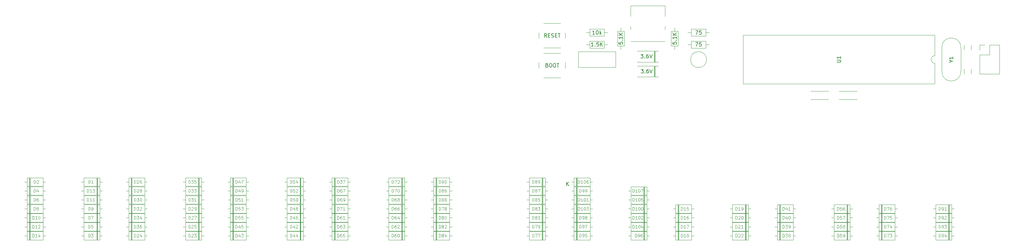
<source format=gbr>
%TF.GenerationSoftware,KiCad,Pcbnew,(6.0.0)*%
%TF.CreationDate,2022-03-02T09:47:07+01:00*%
%TF.ProjectId,pcb,7063622e-6b69-4636-9164-5f7063625858,rev?*%
%TF.SameCoordinates,Original*%
%TF.FileFunction,Legend,Top*%
%TF.FilePolarity,Positive*%
%FSLAX46Y46*%
G04 Gerber Fmt 4.6, Leading zero omitted, Abs format (unit mm)*
G04 Created by KiCad (PCBNEW (6.0.0)) date 2022-03-02 09:47:07*
%MOMM*%
%LPD*%
G01*
G04 APERTURE LIST*
%ADD10C,0.120000*%
%ADD11C,0.150000*%
G04 APERTURE END LIST*
D10*
%TO.C,D104*%
X284097619Y-182924404D02*
X284097619Y-182124404D01*
X284288095Y-182124404D01*
X284402380Y-182162500D01*
X284478571Y-182238690D01*
X284516666Y-182314880D01*
X284554761Y-182467261D01*
X284554761Y-182581547D01*
X284516666Y-182733928D01*
X284478571Y-182810119D01*
X284402380Y-182886309D01*
X284288095Y-182924404D01*
X284097619Y-182924404D01*
X285316666Y-182924404D02*
X284859523Y-182924404D01*
X285088095Y-182924404D02*
X285088095Y-182124404D01*
X285011904Y-182238690D01*
X284935714Y-182314880D01*
X284859523Y-182352976D01*
X285811904Y-182124404D02*
X285888095Y-182124404D01*
X285964285Y-182162500D01*
X286002380Y-182200595D01*
X286040476Y-182276785D01*
X286078571Y-182429166D01*
X286078571Y-182619642D01*
X286040476Y-182772023D01*
X286002380Y-182848214D01*
X285964285Y-182886309D01*
X285888095Y-182924404D01*
X285811904Y-182924404D01*
X285735714Y-182886309D01*
X285697619Y-182848214D01*
X285659523Y-182772023D01*
X285621428Y-182619642D01*
X285621428Y-182429166D01*
X285659523Y-182276785D01*
X285697619Y-182200595D01*
X285735714Y-182162500D01*
X285811904Y-182124404D01*
X286764285Y-182391071D02*
X286764285Y-182924404D01*
X286573809Y-182086309D02*
X286383333Y-182657738D01*
X286878571Y-182657738D01*
%TO.C,D14*%
X124741071Y-185305654D02*
X124741071Y-184505654D01*
X124931547Y-184505654D01*
X125045833Y-184543750D01*
X125122023Y-184619940D01*
X125160119Y-184696130D01*
X125198214Y-184848511D01*
X125198214Y-184962797D01*
X125160119Y-185115178D01*
X125122023Y-185191369D01*
X125045833Y-185267559D01*
X124931547Y-185305654D01*
X124741071Y-185305654D01*
X125960119Y-185305654D02*
X125502976Y-185305654D01*
X125731547Y-185305654D02*
X125731547Y-184505654D01*
X125655357Y-184619940D01*
X125579166Y-184696130D01*
X125502976Y-184734226D01*
X126645833Y-184772321D02*
X126645833Y-185305654D01*
X126455357Y-184467559D02*
X126264880Y-185038988D01*
X126760119Y-185038988D01*
%TO.C,D79*%
X257491071Y-182924404D02*
X257491071Y-182124404D01*
X257681547Y-182124404D01*
X257795833Y-182162500D01*
X257872023Y-182238690D01*
X257910119Y-182314880D01*
X257948214Y-182467261D01*
X257948214Y-182581547D01*
X257910119Y-182733928D01*
X257872023Y-182810119D01*
X257795833Y-182886309D01*
X257681547Y-182924404D01*
X257491071Y-182924404D01*
X258214880Y-182124404D02*
X258748214Y-182124404D01*
X258405357Y-182924404D01*
X259091071Y-182924404D02*
X259243452Y-182924404D01*
X259319642Y-182886309D01*
X259357738Y-182848214D01*
X259433928Y-182733928D01*
X259472023Y-182581547D01*
X259472023Y-182276785D01*
X259433928Y-182200595D01*
X259395833Y-182162500D01*
X259319642Y-182124404D01*
X259167261Y-182124404D01*
X259091071Y-182162500D01*
X259052976Y-182200595D01*
X259014880Y-182276785D01*
X259014880Y-182467261D01*
X259052976Y-182543452D01*
X259091071Y-182581547D01*
X259167261Y-182619642D01*
X259319642Y-182619642D01*
X259395833Y-182581547D01*
X259433928Y-182543452D01*
X259472023Y-182467261D01*
%TO.C,D75*%
X350959821Y-180543154D02*
X350959821Y-179743154D01*
X351150297Y-179743154D01*
X351264583Y-179781250D01*
X351340773Y-179857440D01*
X351378869Y-179933630D01*
X351416964Y-180086011D01*
X351416964Y-180200297D01*
X351378869Y-180352678D01*
X351340773Y-180428869D01*
X351264583Y-180505059D01*
X351150297Y-180543154D01*
X350959821Y-180543154D01*
X351683630Y-179743154D02*
X352216964Y-179743154D01*
X351874107Y-180543154D01*
X352902678Y-179743154D02*
X352521726Y-179743154D01*
X352483630Y-180124107D01*
X352521726Y-180086011D01*
X352597916Y-180047916D01*
X352788392Y-180047916D01*
X352864583Y-180086011D01*
X352902678Y-180124107D01*
X352940773Y-180200297D01*
X352940773Y-180390773D01*
X352902678Y-180466964D01*
X352864583Y-180505059D01*
X352788392Y-180543154D01*
X352597916Y-180543154D01*
X352521726Y-180505059D01*
X352483630Y-180466964D01*
%TO.C,D62*%
X220184821Y-182924404D02*
X220184821Y-182124404D01*
X220375297Y-182124404D01*
X220489583Y-182162500D01*
X220565773Y-182238690D01*
X220603869Y-182314880D01*
X220641964Y-182467261D01*
X220641964Y-182581547D01*
X220603869Y-182733928D01*
X220565773Y-182810119D01*
X220489583Y-182886309D01*
X220375297Y-182924404D01*
X220184821Y-182924404D01*
X221327678Y-182124404D02*
X221175297Y-182124404D01*
X221099107Y-182162500D01*
X221061011Y-182200595D01*
X220984821Y-182314880D01*
X220946726Y-182467261D01*
X220946726Y-182772023D01*
X220984821Y-182848214D01*
X221022916Y-182886309D01*
X221099107Y-182924404D01*
X221251488Y-182924404D01*
X221327678Y-182886309D01*
X221365773Y-182848214D01*
X221403869Y-182772023D01*
X221403869Y-182581547D01*
X221365773Y-182505357D01*
X221327678Y-182467261D01*
X221251488Y-182429166D01*
X221099107Y-182429166D01*
X221022916Y-182467261D01*
X220984821Y-182505357D01*
X220946726Y-182581547D01*
X221708630Y-182200595D02*
X221746726Y-182162500D01*
X221822916Y-182124404D01*
X222013392Y-182124404D01*
X222089583Y-182162500D01*
X222127678Y-182200595D01*
X222165773Y-182276785D01*
X222165773Y-182352976D01*
X222127678Y-182467261D01*
X221670535Y-182924404D01*
X222165773Y-182924404D01*
%TO.C,D30*%
X151728571Y-175780654D02*
X151728571Y-174980654D01*
X151919047Y-174980654D01*
X152033333Y-175018750D01*
X152109523Y-175094940D01*
X152147619Y-175171130D01*
X152185714Y-175323511D01*
X152185714Y-175437797D01*
X152147619Y-175590178D01*
X152109523Y-175666369D01*
X152033333Y-175742559D01*
X151919047Y-175780654D01*
X151728571Y-175780654D01*
X152452380Y-174980654D02*
X152947619Y-174980654D01*
X152680952Y-175285416D01*
X152795238Y-175285416D01*
X152871428Y-175323511D01*
X152909523Y-175361607D01*
X152947619Y-175437797D01*
X152947619Y-175628273D01*
X152909523Y-175704464D01*
X152871428Y-175742559D01*
X152795238Y-175780654D01*
X152566666Y-175780654D01*
X152490476Y-175742559D01*
X152452380Y-175704464D01*
X153442857Y-174980654D02*
X153519047Y-174980654D01*
X153595238Y-175018750D01*
X153633333Y-175056845D01*
X153671428Y-175133035D01*
X153709523Y-175285416D01*
X153709523Y-175475892D01*
X153671428Y-175628273D01*
X153633333Y-175704464D01*
X153595238Y-175742559D01*
X153519047Y-175780654D01*
X153442857Y-175780654D01*
X153366666Y-175742559D01*
X153328571Y-175704464D01*
X153290476Y-175628273D01*
X153252380Y-175475892D01*
X153252380Y-175285416D01*
X153290476Y-175133035D01*
X153328571Y-175056845D01*
X153366666Y-175018750D01*
X153442857Y-174980654D01*
%TO.C,D22*%
X311466071Y-185305654D02*
X311466071Y-184505654D01*
X311656547Y-184505654D01*
X311770833Y-184543750D01*
X311847023Y-184619940D01*
X311885119Y-184696130D01*
X311923214Y-184848511D01*
X311923214Y-184962797D01*
X311885119Y-185115178D01*
X311847023Y-185191369D01*
X311770833Y-185267559D01*
X311656547Y-185305654D01*
X311466071Y-185305654D01*
X312227976Y-184581845D02*
X312266071Y-184543750D01*
X312342261Y-184505654D01*
X312532738Y-184505654D01*
X312608928Y-184543750D01*
X312647023Y-184581845D01*
X312685119Y-184658035D01*
X312685119Y-184734226D01*
X312647023Y-184848511D01*
X312189880Y-185305654D01*
X312685119Y-185305654D01*
X312989880Y-184581845D02*
X313027976Y-184543750D01*
X313104166Y-184505654D01*
X313294642Y-184505654D01*
X313370833Y-184543750D01*
X313408928Y-184581845D01*
X313447023Y-184658035D01*
X313447023Y-184734226D01*
X313408928Y-184848511D01*
X312951785Y-185305654D01*
X313447023Y-185305654D01*
%TO.C,D31*%
X166209821Y-175780654D02*
X166209821Y-174980654D01*
X166400297Y-174980654D01*
X166514583Y-175018750D01*
X166590773Y-175094940D01*
X166628869Y-175171130D01*
X166666964Y-175323511D01*
X166666964Y-175437797D01*
X166628869Y-175590178D01*
X166590773Y-175666369D01*
X166514583Y-175742559D01*
X166400297Y-175780654D01*
X166209821Y-175780654D01*
X166933630Y-174980654D02*
X167428869Y-174980654D01*
X167162202Y-175285416D01*
X167276488Y-175285416D01*
X167352678Y-175323511D01*
X167390773Y-175361607D01*
X167428869Y-175437797D01*
X167428869Y-175628273D01*
X167390773Y-175704464D01*
X167352678Y-175742559D01*
X167276488Y-175780654D01*
X167047916Y-175780654D01*
X166971726Y-175742559D01*
X166933630Y-175704464D01*
X168190773Y-175780654D02*
X167733630Y-175780654D01*
X167962202Y-175780654D02*
X167962202Y-174980654D01*
X167886011Y-175094940D01*
X167809821Y-175171130D01*
X167733630Y-175209226D01*
D11*
%TO.C,R5*%
X300815476Y-130421130D02*
X301482142Y-130421130D01*
X301053571Y-131421130D01*
X302339285Y-130421130D02*
X301863095Y-130421130D01*
X301815476Y-130897321D01*
X301863095Y-130849702D01*
X301958333Y-130802083D01*
X302196428Y-130802083D01*
X302291666Y-130849702D01*
X302339285Y-130897321D01*
X302386904Y-130992559D01*
X302386904Y-131230654D01*
X302339285Y-131325892D01*
X302291666Y-131373511D01*
X302196428Y-131421130D01*
X301958333Y-131421130D01*
X301863095Y-131373511D01*
X301815476Y-131325892D01*
D10*
%TO.C,D102*%
X284097619Y-180543154D02*
X284097619Y-179743154D01*
X284288095Y-179743154D01*
X284402380Y-179781250D01*
X284478571Y-179857440D01*
X284516666Y-179933630D01*
X284554761Y-180086011D01*
X284554761Y-180200297D01*
X284516666Y-180352678D01*
X284478571Y-180428869D01*
X284402380Y-180505059D01*
X284288095Y-180543154D01*
X284097619Y-180543154D01*
X285316666Y-180543154D02*
X284859523Y-180543154D01*
X285088095Y-180543154D02*
X285088095Y-179743154D01*
X285011904Y-179857440D01*
X284935714Y-179933630D01*
X284859523Y-179971726D01*
X285811904Y-179743154D02*
X285888095Y-179743154D01*
X285964285Y-179781250D01*
X286002380Y-179819345D01*
X286040476Y-179895535D01*
X286078571Y-180047916D01*
X286078571Y-180238392D01*
X286040476Y-180390773D01*
X286002380Y-180466964D01*
X285964285Y-180505059D01*
X285888095Y-180543154D01*
X285811904Y-180543154D01*
X285735714Y-180505059D01*
X285697619Y-180466964D01*
X285659523Y-180390773D01*
X285621428Y-180238392D01*
X285621428Y-180047916D01*
X285659523Y-179895535D01*
X285697619Y-179819345D01*
X285735714Y-179781250D01*
X285811904Y-179743154D01*
X286383333Y-179819345D02*
X286421428Y-179781250D01*
X286497619Y-179743154D01*
X286688095Y-179743154D01*
X286764285Y-179781250D01*
X286802380Y-179819345D01*
X286840476Y-179895535D01*
X286840476Y-179971726D01*
X286802380Y-180086011D01*
X286345238Y-180543154D01*
X286840476Y-180543154D01*
%TO.C,D72*%
X220184821Y-171018154D02*
X220184821Y-170218154D01*
X220375297Y-170218154D01*
X220489583Y-170256250D01*
X220565773Y-170332440D01*
X220603869Y-170408630D01*
X220641964Y-170561011D01*
X220641964Y-170675297D01*
X220603869Y-170827678D01*
X220565773Y-170903869D01*
X220489583Y-170980059D01*
X220375297Y-171018154D01*
X220184821Y-171018154D01*
X220908630Y-170218154D02*
X221441964Y-170218154D01*
X221099107Y-171018154D01*
X221708630Y-170294345D02*
X221746726Y-170256250D01*
X221822916Y-170218154D01*
X222013392Y-170218154D01*
X222089583Y-170256250D01*
X222127678Y-170294345D01*
X222165773Y-170370535D01*
X222165773Y-170446726D01*
X222127678Y-170561011D01*
X221670535Y-171018154D01*
X222165773Y-171018154D01*
%TO.C,D27*%
X166209821Y-180543154D02*
X166209821Y-179743154D01*
X166400297Y-179743154D01*
X166514583Y-179781250D01*
X166590773Y-179857440D01*
X166628869Y-179933630D01*
X166666964Y-180086011D01*
X166666964Y-180200297D01*
X166628869Y-180352678D01*
X166590773Y-180428869D01*
X166514583Y-180505059D01*
X166400297Y-180543154D01*
X166209821Y-180543154D01*
X166971726Y-179819345D02*
X167009821Y-179781250D01*
X167086011Y-179743154D01*
X167276488Y-179743154D01*
X167352678Y-179781250D01*
X167390773Y-179819345D01*
X167428869Y-179895535D01*
X167428869Y-179971726D01*
X167390773Y-180086011D01*
X166933630Y-180543154D01*
X167428869Y-180543154D01*
X167695535Y-179743154D02*
X168228869Y-179743154D01*
X167886011Y-180543154D01*
%TO.C,D1*%
X139603273Y-171018154D02*
X139603273Y-170218154D01*
X139793750Y-170218154D01*
X139908035Y-170256250D01*
X139984226Y-170332440D01*
X140022321Y-170408630D01*
X140060416Y-170561011D01*
X140060416Y-170675297D01*
X140022321Y-170827678D01*
X139984226Y-170903869D01*
X139908035Y-170980059D01*
X139793750Y-171018154D01*
X139603273Y-171018154D01*
X140822321Y-171018154D02*
X140365178Y-171018154D01*
X140593750Y-171018154D02*
X140593750Y-170218154D01*
X140517559Y-170332440D01*
X140441369Y-170408630D01*
X140365178Y-170446726D01*
%TO.C,D84*%
X232691071Y-185305654D02*
X232691071Y-184505654D01*
X232881547Y-184505654D01*
X232995833Y-184543750D01*
X233072023Y-184619940D01*
X233110119Y-184696130D01*
X233148214Y-184848511D01*
X233148214Y-184962797D01*
X233110119Y-185115178D01*
X233072023Y-185191369D01*
X232995833Y-185267559D01*
X232881547Y-185305654D01*
X232691071Y-185305654D01*
X233605357Y-184848511D02*
X233529166Y-184810416D01*
X233491071Y-184772321D01*
X233452976Y-184696130D01*
X233452976Y-184658035D01*
X233491071Y-184581845D01*
X233529166Y-184543750D01*
X233605357Y-184505654D01*
X233757738Y-184505654D01*
X233833928Y-184543750D01*
X233872023Y-184581845D01*
X233910119Y-184658035D01*
X233910119Y-184696130D01*
X233872023Y-184772321D01*
X233833928Y-184810416D01*
X233757738Y-184848511D01*
X233605357Y-184848511D01*
X233529166Y-184886607D01*
X233491071Y-184924702D01*
X233452976Y-185000892D01*
X233452976Y-185153273D01*
X233491071Y-185229464D01*
X233529166Y-185267559D01*
X233605357Y-185305654D01*
X233757738Y-185305654D01*
X233833928Y-185267559D01*
X233872023Y-185229464D01*
X233910119Y-185153273D01*
X233910119Y-185000892D01*
X233872023Y-184924702D01*
X233833928Y-184886607D01*
X233757738Y-184848511D01*
X234595833Y-184772321D02*
X234595833Y-185305654D01*
X234405357Y-184467559D02*
X234214880Y-185038988D01*
X234710119Y-185038988D01*
%TO.C,D107*%
X284097619Y-173399404D02*
X284097619Y-172599404D01*
X284288095Y-172599404D01*
X284402380Y-172637500D01*
X284478571Y-172713690D01*
X284516666Y-172789880D01*
X284554761Y-172942261D01*
X284554761Y-173056547D01*
X284516666Y-173208928D01*
X284478571Y-173285119D01*
X284402380Y-173361309D01*
X284288095Y-173399404D01*
X284097619Y-173399404D01*
X285316666Y-173399404D02*
X284859523Y-173399404D01*
X285088095Y-173399404D02*
X285088095Y-172599404D01*
X285011904Y-172713690D01*
X284935714Y-172789880D01*
X284859523Y-172827976D01*
X285811904Y-172599404D02*
X285888095Y-172599404D01*
X285964285Y-172637500D01*
X286002380Y-172675595D01*
X286040476Y-172751785D01*
X286078571Y-172904166D01*
X286078571Y-173094642D01*
X286040476Y-173247023D01*
X286002380Y-173323214D01*
X285964285Y-173361309D01*
X285888095Y-173399404D01*
X285811904Y-173399404D01*
X285735714Y-173361309D01*
X285697619Y-173323214D01*
X285659523Y-173247023D01*
X285621428Y-173094642D01*
X285621428Y-172904166D01*
X285659523Y-172751785D01*
X285697619Y-172675595D01*
X285735714Y-172637500D01*
X285811904Y-172599404D01*
X286345238Y-172599404D02*
X286878571Y-172599404D01*
X286535714Y-173399404D01*
%TO.C,D3*%
X139603273Y-185305654D02*
X139603273Y-184505654D01*
X139793750Y-184505654D01*
X139908035Y-184543750D01*
X139984226Y-184619940D01*
X140022321Y-184696130D01*
X140060416Y-184848511D01*
X140060416Y-184962797D01*
X140022321Y-185115178D01*
X139984226Y-185191369D01*
X139908035Y-185267559D01*
X139793750Y-185305654D01*
X139603273Y-185305654D01*
X140327083Y-184505654D02*
X140822321Y-184505654D01*
X140555654Y-184810416D01*
X140669940Y-184810416D01*
X140746130Y-184848511D01*
X140784226Y-184886607D01*
X140822321Y-184962797D01*
X140822321Y-185153273D01*
X140784226Y-185229464D01*
X140746130Y-185267559D01*
X140669940Y-185305654D01*
X140441369Y-185305654D01*
X140365178Y-185267559D01*
X140327083Y-185229464D01*
%TO.C,D32*%
X151728571Y-178161904D02*
X151728571Y-177361904D01*
X151919047Y-177361904D01*
X152033333Y-177400000D01*
X152109523Y-177476190D01*
X152147619Y-177552380D01*
X152185714Y-177704761D01*
X152185714Y-177819047D01*
X152147619Y-177971428D01*
X152109523Y-178047619D01*
X152033333Y-178123809D01*
X151919047Y-178161904D01*
X151728571Y-178161904D01*
X152452380Y-177361904D02*
X152947619Y-177361904D01*
X152680952Y-177666666D01*
X152795238Y-177666666D01*
X152871428Y-177704761D01*
X152909523Y-177742857D01*
X152947619Y-177819047D01*
X152947619Y-178009523D01*
X152909523Y-178085714D01*
X152871428Y-178123809D01*
X152795238Y-178161904D01*
X152566666Y-178161904D01*
X152490476Y-178123809D01*
X152452380Y-178085714D01*
X153252380Y-177438095D02*
X153290476Y-177400000D01*
X153366666Y-177361904D01*
X153557142Y-177361904D01*
X153633333Y-177400000D01*
X153671428Y-177438095D01*
X153709523Y-177514285D01*
X153709523Y-177590476D01*
X153671428Y-177704761D01*
X153214285Y-178161904D01*
X153709523Y-178161904D01*
D11*
%TO.C,R3*%
X280439880Y-133532440D02*
X280439880Y-134008630D01*
X280916071Y-134056250D01*
X280868452Y-134008630D01*
X280820833Y-133913392D01*
X280820833Y-133675297D01*
X280868452Y-133580059D01*
X280916071Y-133532440D01*
X281011309Y-133484821D01*
X281249404Y-133484821D01*
X281344642Y-133532440D01*
X281392261Y-133580059D01*
X281439880Y-133675297D01*
X281439880Y-133913392D01*
X281392261Y-134008630D01*
X281344642Y-134056250D01*
X281344642Y-133056250D02*
X281392261Y-133008630D01*
X281439880Y-133056250D01*
X281392261Y-133103869D01*
X281344642Y-133056250D01*
X281439880Y-133056250D01*
X281439880Y-132056250D02*
X281439880Y-132627678D01*
X281439880Y-132341964D02*
X280439880Y-132341964D01*
X280582738Y-132437202D01*
X280677976Y-132532440D01*
X280725595Y-132627678D01*
X281439880Y-131627678D02*
X280439880Y-131627678D01*
X281439880Y-131056250D02*
X280868452Y-131484821D01*
X280439880Y-131056250D02*
X281011309Y-131627678D01*
D10*
%TO.C,D57*%
X338453571Y-180543154D02*
X338453571Y-179743154D01*
X338644047Y-179743154D01*
X338758333Y-179781250D01*
X338834523Y-179857440D01*
X338872619Y-179933630D01*
X338910714Y-180086011D01*
X338910714Y-180200297D01*
X338872619Y-180352678D01*
X338834523Y-180428869D01*
X338758333Y-180505059D01*
X338644047Y-180543154D01*
X338453571Y-180543154D01*
X339634523Y-179743154D02*
X339253571Y-179743154D01*
X339215476Y-180124107D01*
X339253571Y-180086011D01*
X339329761Y-180047916D01*
X339520238Y-180047916D01*
X339596428Y-180086011D01*
X339634523Y-180124107D01*
X339672619Y-180200297D01*
X339672619Y-180390773D01*
X339634523Y-180466964D01*
X339596428Y-180505059D01*
X339520238Y-180543154D01*
X339329761Y-180543154D01*
X339253571Y-180505059D01*
X339215476Y-180466964D01*
X339939285Y-179743154D02*
X340472619Y-179743154D01*
X340129761Y-180543154D01*
%TO.C,D103*%
X269616369Y-178161904D02*
X269616369Y-177361904D01*
X269806845Y-177361904D01*
X269921130Y-177400000D01*
X269997321Y-177476190D01*
X270035416Y-177552380D01*
X270073511Y-177704761D01*
X270073511Y-177819047D01*
X270035416Y-177971428D01*
X269997321Y-178047619D01*
X269921130Y-178123809D01*
X269806845Y-178161904D01*
X269616369Y-178161904D01*
X270835416Y-178161904D02*
X270378273Y-178161904D01*
X270606845Y-178161904D02*
X270606845Y-177361904D01*
X270530654Y-177476190D01*
X270454464Y-177552380D01*
X270378273Y-177590476D01*
X271330654Y-177361904D02*
X271406845Y-177361904D01*
X271483035Y-177400000D01*
X271521130Y-177438095D01*
X271559226Y-177514285D01*
X271597321Y-177666666D01*
X271597321Y-177857142D01*
X271559226Y-178009523D01*
X271521130Y-178085714D01*
X271483035Y-178123809D01*
X271406845Y-178161904D01*
X271330654Y-178161904D01*
X271254464Y-178123809D01*
X271216369Y-178085714D01*
X271178273Y-178009523D01*
X271140178Y-177857142D01*
X271140178Y-177666666D01*
X271178273Y-177514285D01*
X271216369Y-177438095D01*
X271254464Y-177400000D01*
X271330654Y-177361904D01*
X271863988Y-177361904D02*
X272359226Y-177361904D01*
X272092559Y-177666666D01*
X272206845Y-177666666D01*
X272283035Y-177704761D01*
X272321130Y-177742857D01*
X272359226Y-177819047D01*
X272359226Y-178009523D01*
X272321130Y-178085714D01*
X272283035Y-178123809D01*
X272206845Y-178161904D01*
X271978273Y-178161904D01*
X271902083Y-178123809D01*
X271863988Y-178085714D01*
D11*
%TO.C,Y1*%
X368732440Y-138598690D02*
X369208630Y-138598690D01*
X368208630Y-138932023D02*
X368732440Y-138598690D01*
X368208630Y-138265357D01*
X369208630Y-137408214D02*
X369208630Y-137979642D01*
X369208630Y-137693928D02*
X368208630Y-137693928D01*
X368351488Y-137789166D01*
X368446726Y-137884404D01*
X368494345Y-137979642D01*
D10*
%TO.C,D91*%
X365441071Y-178161904D02*
X365441071Y-177361904D01*
X365631547Y-177361904D01*
X365745833Y-177400000D01*
X365822023Y-177476190D01*
X365860119Y-177552380D01*
X365898214Y-177704761D01*
X365898214Y-177819047D01*
X365860119Y-177971428D01*
X365822023Y-178047619D01*
X365745833Y-178123809D01*
X365631547Y-178161904D01*
X365441071Y-178161904D01*
X366279166Y-178161904D02*
X366431547Y-178161904D01*
X366507738Y-178123809D01*
X366545833Y-178085714D01*
X366622023Y-177971428D01*
X366660119Y-177819047D01*
X366660119Y-177514285D01*
X366622023Y-177438095D01*
X366583928Y-177400000D01*
X366507738Y-177361904D01*
X366355357Y-177361904D01*
X366279166Y-177400000D01*
X366241071Y-177438095D01*
X366202976Y-177514285D01*
X366202976Y-177704761D01*
X366241071Y-177780952D01*
X366279166Y-177819047D01*
X366355357Y-177857142D01*
X366507738Y-177857142D01*
X366583928Y-177819047D01*
X366622023Y-177780952D01*
X366660119Y-177704761D01*
X367422023Y-178161904D02*
X366964880Y-178161904D01*
X367193452Y-178161904D02*
X367193452Y-177361904D01*
X367117261Y-177476190D01*
X367041071Y-177552380D01*
X366964880Y-177590476D01*
%TO.C,D82*%
X232691071Y-182924404D02*
X232691071Y-182124404D01*
X232881547Y-182124404D01*
X232995833Y-182162500D01*
X233072023Y-182238690D01*
X233110119Y-182314880D01*
X233148214Y-182467261D01*
X233148214Y-182581547D01*
X233110119Y-182733928D01*
X233072023Y-182810119D01*
X232995833Y-182886309D01*
X232881547Y-182924404D01*
X232691071Y-182924404D01*
X233605357Y-182467261D02*
X233529166Y-182429166D01*
X233491071Y-182391071D01*
X233452976Y-182314880D01*
X233452976Y-182276785D01*
X233491071Y-182200595D01*
X233529166Y-182162500D01*
X233605357Y-182124404D01*
X233757738Y-182124404D01*
X233833928Y-182162500D01*
X233872023Y-182200595D01*
X233910119Y-182276785D01*
X233910119Y-182314880D01*
X233872023Y-182391071D01*
X233833928Y-182429166D01*
X233757738Y-182467261D01*
X233605357Y-182467261D01*
X233529166Y-182505357D01*
X233491071Y-182543452D01*
X233452976Y-182619642D01*
X233452976Y-182772023D01*
X233491071Y-182848214D01*
X233529166Y-182886309D01*
X233605357Y-182924404D01*
X233757738Y-182924404D01*
X233833928Y-182886309D01*
X233872023Y-182848214D01*
X233910119Y-182772023D01*
X233910119Y-182619642D01*
X233872023Y-182543452D01*
X233833928Y-182505357D01*
X233757738Y-182467261D01*
X234214880Y-182200595D02*
X234252976Y-182162500D01*
X234329166Y-182124404D01*
X234519642Y-182124404D01*
X234595833Y-182162500D01*
X234633928Y-182200595D01*
X234672023Y-182276785D01*
X234672023Y-182352976D01*
X234633928Y-182467261D01*
X234176785Y-182924404D01*
X234672023Y-182924404D01*
%TO.C,D12*%
X124741071Y-182924404D02*
X124741071Y-182124404D01*
X124931547Y-182124404D01*
X125045833Y-182162500D01*
X125122023Y-182238690D01*
X125160119Y-182314880D01*
X125198214Y-182467261D01*
X125198214Y-182581547D01*
X125160119Y-182733928D01*
X125122023Y-182810119D01*
X125045833Y-182886309D01*
X124931547Y-182924404D01*
X124741071Y-182924404D01*
X125960119Y-182924404D02*
X125502976Y-182924404D01*
X125731547Y-182924404D02*
X125731547Y-182124404D01*
X125655357Y-182238690D01*
X125579166Y-182314880D01*
X125502976Y-182352976D01*
X126264880Y-182200595D02*
X126302976Y-182162500D01*
X126379166Y-182124404D01*
X126569642Y-182124404D01*
X126645833Y-182162500D01*
X126683928Y-182200595D01*
X126722023Y-182276785D01*
X126722023Y-182352976D01*
X126683928Y-182467261D01*
X126226785Y-182924404D01*
X126722023Y-182924404D01*
%TO.C,D93*%
X365441071Y-182924404D02*
X365441071Y-182124404D01*
X365631547Y-182124404D01*
X365745833Y-182162500D01*
X365822023Y-182238690D01*
X365860119Y-182314880D01*
X365898214Y-182467261D01*
X365898214Y-182581547D01*
X365860119Y-182733928D01*
X365822023Y-182810119D01*
X365745833Y-182886309D01*
X365631547Y-182924404D01*
X365441071Y-182924404D01*
X366279166Y-182924404D02*
X366431547Y-182924404D01*
X366507738Y-182886309D01*
X366545833Y-182848214D01*
X366622023Y-182733928D01*
X366660119Y-182581547D01*
X366660119Y-182276785D01*
X366622023Y-182200595D01*
X366583928Y-182162500D01*
X366507738Y-182124404D01*
X366355357Y-182124404D01*
X366279166Y-182162500D01*
X366241071Y-182200595D01*
X366202976Y-182276785D01*
X366202976Y-182467261D01*
X366241071Y-182543452D01*
X366279166Y-182581547D01*
X366355357Y-182619642D01*
X366507738Y-182619642D01*
X366583928Y-182581547D01*
X366622023Y-182543452D01*
X366660119Y-182467261D01*
X366926785Y-182124404D02*
X367422023Y-182124404D01*
X367155357Y-182429166D01*
X367269642Y-182429166D01*
X367345833Y-182467261D01*
X367383928Y-182505357D01*
X367422023Y-182581547D01*
X367422023Y-182772023D01*
X367383928Y-182848214D01*
X367345833Y-182886309D01*
X367269642Y-182924404D01*
X367041071Y-182924404D01*
X366964880Y-182886309D01*
X366926785Y-182848214D01*
D11*
%TO.C,SW124*%
X261278869Y-132214880D02*
X260945535Y-131738690D01*
X260707440Y-132214880D02*
X260707440Y-131214880D01*
X261088392Y-131214880D01*
X261183630Y-131262500D01*
X261231250Y-131310119D01*
X261278869Y-131405357D01*
X261278869Y-131548214D01*
X261231250Y-131643452D01*
X261183630Y-131691071D01*
X261088392Y-131738690D01*
X260707440Y-131738690D01*
X261707440Y-131691071D02*
X262040773Y-131691071D01*
X262183630Y-132214880D02*
X261707440Y-132214880D01*
X261707440Y-131214880D01*
X262183630Y-131214880D01*
X262564583Y-132167261D02*
X262707440Y-132214880D01*
X262945535Y-132214880D01*
X263040773Y-132167261D01*
X263088392Y-132119642D01*
X263136011Y-132024404D01*
X263136011Y-131929166D01*
X263088392Y-131833928D01*
X263040773Y-131786309D01*
X262945535Y-131738690D01*
X262755059Y-131691071D01*
X262659821Y-131643452D01*
X262612202Y-131595833D01*
X262564583Y-131500595D01*
X262564583Y-131405357D01*
X262612202Y-131310119D01*
X262659821Y-131262500D01*
X262755059Y-131214880D01*
X262993154Y-131214880D01*
X263136011Y-131262500D01*
X263564583Y-131691071D02*
X263897916Y-131691071D01*
X264040773Y-132214880D02*
X263564583Y-132214880D01*
X263564583Y-131214880D01*
X264040773Y-131214880D01*
X264326488Y-131214880D02*
X264897916Y-131214880D01*
X264612202Y-132214880D02*
X264612202Y-131214880D01*
D10*
%TO.C,D63*%
X205703571Y-182924404D02*
X205703571Y-182124404D01*
X205894047Y-182124404D01*
X206008333Y-182162500D01*
X206084523Y-182238690D01*
X206122619Y-182314880D01*
X206160714Y-182467261D01*
X206160714Y-182581547D01*
X206122619Y-182733928D01*
X206084523Y-182810119D01*
X206008333Y-182886309D01*
X205894047Y-182924404D01*
X205703571Y-182924404D01*
X206846428Y-182124404D02*
X206694047Y-182124404D01*
X206617857Y-182162500D01*
X206579761Y-182200595D01*
X206503571Y-182314880D01*
X206465476Y-182467261D01*
X206465476Y-182772023D01*
X206503571Y-182848214D01*
X206541666Y-182886309D01*
X206617857Y-182924404D01*
X206770238Y-182924404D01*
X206846428Y-182886309D01*
X206884523Y-182848214D01*
X206922619Y-182772023D01*
X206922619Y-182581547D01*
X206884523Y-182505357D01*
X206846428Y-182467261D01*
X206770238Y-182429166D01*
X206617857Y-182429166D01*
X206541666Y-182467261D01*
X206503571Y-182505357D01*
X206465476Y-182581547D01*
X207189285Y-182124404D02*
X207684523Y-182124404D01*
X207417857Y-182429166D01*
X207532142Y-182429166D01*
X207608333Y-182467261D01*
X207646428Y-182505357D01*
X207684523Y-182581547D01*
X207684523Y-182772023D01*
X207646428Y-182848214D01*
X207608333Y-182886309D01*
X207532142Y-182924404D01*
X207303571Y-182924404D01*
X207227380Y-182886309D01*
X207189285Y-182848214D01*
%TO.C,D86*%
X232691071Y-173399404D02*
X232691071Y-172599404D01*
X232881547Y-172599404D01*
X232995833Y-172637500D01*
X233072023Y-172713690D01*
X233110119Y-172789880D01*
X233148214Y-172942261D01*
X233148214Y-173056547D01*
X233110119Y-173208928D01*
X233072023Y-173285119D01*
X232995833Y-173361309D01*
X232881547Y-173399404D01*
X232691071Y-173399404D01*
X233605357Y-172942261D02*
X233529166Y-172904166D01*
X233491071Y-172866071D01*
X233452976Y-172789880D01*
X233452976Y-172751785D01*
X233491071Y-172675595D01*
X233529166Y-172637500D01*
X233605357Y-172599404D01*
X233757738Y-172599404D01*
X233833928Y-172637500D01*
X233872023Y-172675595D01*
X233910119Y-172751785D01*
X233910119Y-172789880D01*
X233872023Y-172866071D01*
X233833928Y-172904166D01*
X233757738Y-172942261D01*
X233605357Y-172942261D01*
X233529166Y-172980357D01*
X233491071Y-173018452D01*
X233452976Y-173094642D01*
X233452976Y-173247023D01*
X233491071Y-173323214D01*
X233529166Y-173361309D01*
X233605357Y-173399404D01*
X233757738Y-173399404D01*
X233833928Y-173361309D01*
X233872023Y-173323214D01*
X233910119Y-173247023D01*
X233910119Y-173094642D01*
X233872023Y-173018452D01*
X233833928Y-172980357D01*
X233757738Y-172942261D01*
X234595833Y-172599404D02*
X234443452Y-172599404D01*
X234367261Y-172637500D01*
X234329166Y-172675595D01*
X234252976Y-172789880D01*
X234214880Y-172942261D01*
X234214880Y-173247023D01*
X234252976Y-173323214D01*
X234291071Y-173361309D01*
X234367261Y-173399404D01*
X234519642Y-173399404D01*
X234595833Y-173361309D01*
X234633928Y-173323214D01*
X234672023Y-173247023D01*
X234672023Y-173056547D01*
X234633928Y-172980357D01*
X234595833Y-172942261D01*
X234519642Y-172904166D01*
X234367261Y-172904166D01*
X234291071Y-172942261D01*
X234252976Y-172980357D01*
X234214880Y-173056547D01*
%TO.C,D36*%
X151728571Y-182924404D02*
X151728571Y-182124404D01*
X151919047Y-182124404D01*
X152033333Y-182162500D01*
X152109523Y-182238690D01*
X152147619Y-182314880D01*
X152185714Y-182467261D01*
X152185714Y-182581547D01*
X152147619Y-182733928D01*
X152109523Y-182810119D01*
X152033333Y-182886309D01*
X151919047Y-182924404D01*
X151728571Y-182924404D01*
X152452380Y-182124404D02*
X152947619Y-182124404D01*
X152680952Y-182429166D01*
X152795238Y-182429166D01*
X152871428Y-182467261D01*
X152909523Y-182505357D01*
X152947619Y-182581547D01*
X152947619Y-182772023D01*
X152909523Y-182848214D01*
X152871428Y-182886309D01*
X152795238Y-182924404D01*
X152566666Y-182924404D01*
X152490476Y-182886309D01*
X152452380Y-182848214D01*
X153633333Y-182124404D02*
X153480952Y-182124404D01*
X153404761Y-182162500D01*
X153366666Y-182200595D01*
X153290476Y-182314880D01*
X153252380Y-182467261D01*
X153252380Y-182772023D01*
X153290476Y-182848214D01*
X153328571Y-182886309D01*
X153404761Y-182924404D01*
X153557142Y-182924404D01*
X153633333Y-182886309D01*
X153671428Y-182848214D01*
X153709523Y-182772023D01*
X153709523Y-182581547D01*
X153671428Y-182505357D01*
X153633333Y-182467261D01*
X153557142Y-182429166D01*
X153404761Y-182429166D01*
X153328571Y-182467261D01*
X153290476Y-182505357D01*
X153252380Y-182581547D01*
%TO.C,D8*%
X125122023Y-178161904D02*
X125122023Y-177361904D01*
X125312500Y-177361904D01*
X125426785Y-177400000D01*
X125502976Y-177476190D01*
X125541071Y-177552380D01*
X125579166Y-177704761D01*
X125579166Y-177819047D01*
X125541071Y-177971428D01*
X125502976Y-178047619D01*
X125426785Y-178123809D01*
X125312500Y-178161904D01*
X125122023Y-178161904D01*
X126036309Y-177704761D02*
X125960119Y-177666666D01*
X125922023Y-177628571D01*
X125883928Y-177552380D01*
X125883928Y-177514285D01*
X125922023Y-177438095D01*
X125960119Y-177400000D01*
X126036309Y-177361904D01*
X126188690Y-177361904D01*
X126264880Y-177400000D01*
X126302976Y-177438095D01*
X126341071Y-177514285D01*
X126341071Y-177552380D01*
X126302976Y-177628571D01*
X126264880Y-177666666D01*
X126188690Y-177704761D01*
X126036309Y-177704761D01*
X125960119Y-177742857D01*
X125922023Y-177780952D01*
X125883928Y-177857142D01*
X125883928Y-178009523D01*
X125922023Y-178085714D01*
X125960119Y-178123809D01*
X126036309Y-178161904D01*
X126188690Y-178161904D01*
X126264880Y-178123809D01*
X126302976Y-178085714D01*
X126341071Y-178009523D01*
X126341071Y-177857142D01*
X126302976Y-177780952D01*
X126264880Y-177742857D01*
X126188690Y-177704761D01*
%TO.C,D21*%
X311466071Y-182924404D02*
X311466071Y-182124404D01*
X311656547Y-182124404D01*
X311770833Y-182162500D01*
X311847023Y-182238690D01*
X311885119Y-182314880D01*
X311923214Y-182467261D01*
X311923214Y-182581547D01*
X311885119Y-182733928D01*
X311847023Y-182810119D01*
X311770833Y-182886309D01*
X311656547Y-182924404D01*
X311466071Y-182924404D01*
X312227976Y-182200595D02*
X312266071Y-182162500D01*
X312342261Y-182124404D01*
X312532738Y-182124404D01*
X312608928Y-182162500D01*
X312647023Y-182200595D01*
X312685119Y-182276785D01*
X312685119Y-182352976D01*
X312647023Y-182467261D01*
X312189880Y-182924404D01*
X312685119Y-182924404D01*
X313447023Y-182924404D02*
X312989880Y-182924404D01*
X313218452Y-182924404D02*
X313218452Y-182124404D01*
X313142261Y-182238690D01*
X313066071Y-182314880D01*
X312989880Y-182352976D01*
%TO.C,D80*%
X232691071Y-180543154D02*
X232691071Y-179743154D01*
X232881547Y-179743154D01*
X232995833Y-179781250D01*
X233072023Y-179857440D01*
X233110119Y-179933630D01*
X233148214Y-180086011D01*
X233148214Y-180200297D01*
X233110119Y-180352678D01*
X233072023Y-180428869D01*
X232995833Y-180505059D01*
X232881547Y-180543154D01*
X232691071Y-180543154D01*
X233605357Y-180086011D02*
X233529166Y-180047916D01*
X233491071Y-180009821D01*
X233452976Y-179933630D01*
X233452976Y-179895535D01*
X233491071Y-179819345D01*
X233529166Y-179781250D01*
X233605357Y-179743154D01*
X233757738Y-179743154D01*
X233833928Y-179781250D01*
X233872023Y-179819345D01*
X233910119Y-179895535D01*
X233910119Y-179933630D01*
X233872023Y-180009821D01*
X233833928Y-180047916D01*
X233757738Y-180086011D01*
X233605357Y-180086011D01*
X233529166Y-180124107D01*
X233491071Y-180162202D01*
X233452976Y-180238392D01*
X233452976Y-180390773D01*
X233491071Y-180466964D01*
X233529166Y-180505059D01*
X233605357Y-180543154D01*
X233757738Y-180543154D01*
X233833928Y-180505059D01*
X233872023Y-180466964D01*
X233910119Y-180390773D01*
X233910119Y-180238392D01*
X233872023Y-180162202D01*
X233833928Y-180124107D01*
X233757738Y-180086011D01*
X234405357Y-179743154D02*
X234481547Y-179743154D01*
X234557738Y-179781250D01*
X234595833Y-179819345D01*
X234633928Y-179895535D01*
X234672023Y-180047916D01*
X234672023Y-180238392D01*
X234633928Y-180390773D01*
X234595833Y-180466964D01*
X234557738Y-180505059D01*
X234481547Y-180543154D01*
X234405357Y-180543154D01*
X234329166Y-180505059D01*
X234291071Y-180466964D01*
X234252976Y-180390773D01*
X234214880Y-180238392D01*
X234214880Y-180047916D01*
X234252976Y-179895535D01*
X234291071Y-179819345D01*
X234329166Y-179781250D01*
X234405357Y-179743154D01*
%TO.C,D78*%
X232691071Y-178161904D02*
X232691071Y-177361904D01*
X232881547Y-177361904D01*
X232995833Y-177400000D01*
X233072023Y-177476190D01*
X233110119Y-177552380D01*
X233148214Y-177704761D01*
X233148214Y-177819047D01*
X233110119Y-177971428D01*
X233072023Y-178047619D01*
X232995833Y-178123809D01*
X232881547Y-178161904D01*
X232691071Y-178161904D01*
X233414880Y-177361904D02*
X233948214Y-177361904D01*
X233605357Y-178161904D01*
X234367261Y-177704761D02*
X234291071Y-177666666D01*
X234252976Y-177628571D01*
X234214880Y-177552380D01*
X234214880Y-177514285D01*
X234252976Y-177438095D01*
X234291071Y-177400000D01*
X234367261Y-177361904D01*
X234519642Y-177361904D01*
X234595833Y-177400000D01*
X234633928Y-177438095D01*
X234672023Y-177514285D01*
X234672023Y-177552380D01*
X234633928Y-177628571D01*
X234595833Y-177666666D01*
X234519642Y-177704761D01*
X234367261Y-177704761D01*
X234291071Y-177742857D01*
X234252976Y-177780952D01*
X234214880Y-177857142D01*
X234214880Y-178009523D01*
X234252976Y-178085714D01*
X234291071Y-178123809D01*
X234367261Y-178161904D01*
X234519642Y-178161904D01*
X234595833Y-178123809D01*
X234633928Y-178085714D01*
X234672023Y-178009523D01*
X234672023Y-177857142D01*
X234633928Y-177780952D01*
X234595833Y-177742857D01*
X234519642Y-177704761D01*
%TO.C,D96*%
X284778571Y-185305654D02*
X284778571Y-184505654D01*
X284969047Y-184505654D01*
X285083333Y-184543750D01*
X285159523Y-184619940D01*
X285197619Y-184696130D01*
X285235714Y-184848511D01*
X285235714Y-184962797D01*
X285197619Y-185115178D01*
X285159523Y-185191369D01*
X285083333Y-185267559D01*
X284969047Y-185305654D01*
X284778571Y-185305654D01*
X285616666Y-185305654D02*
X285769047Y-185305654D01*
X285845238Y-185267559D01*
X285883333Y-185229464D01*
X285959523Y-185115178D01*
X285997619Y-184962797D01*
X285997619Y-184658035D01*
X285959523Y-184581845D01*
X285921428Y-184543750D01*
X285845238Y-184505654D01*
X285692857Y-184505654D01*
X285616666Y-184543750D01*
X285578571Y-184581845D01*
X285540476Y-184658035D01*
X285540476Y-184848511D01*
X285578571Y-184924702D01*
X285616666Y-184962797D01*
X285692857Y-185000892D01*
X285845238Y-185000892D01*
X285921428Y-184962797D01*
X285959523Y-184924702D01*
X285997619Y-184848511D01*
X286683333Y-184505654D02*
X286530952Y-184505654D01*
X286454761Y-184543750D01*
X286416666Y-184581845D01*
X286340476Y-184696130D01*
X286302380Y-184848511D01*
X286302380Y-185153273D01*
X286340476Y-185229464D01*
X286378571Y-185267559D01*
X286454761Y-185305654D01*
X286607142Y-185305654D01*
X286683333Y-185267559D01*
X286721428Y-185229464D01*
X286759523Y-185153273D01*
X286759523Y-184962797D01*
X286721428Y-184886607D01*
X286683333Y-184848511D01*
X286607142Y-184810416D01*
X286454761Y-184810416D01*
X286378571Y-184848511D01*
X286340476Y-184886607D01*
X286302380Y-184962797D01*
%TO.C,D73*%
X350959821Y-185305654D02*
X350959821Y-184505654D01*
X351150297Y-184505654D01*
X351264583Y-184543750D01*
X351340773Y-184619940D01*
X351378869Y-184696130D01*
X351416964Y-184848511D01*
X351416964Y-184962797D01*
X351378869Y-185115178D01*
X351340773Y-185191369D01*
X351264583Y-185267559D01*
X351150297Y-185305654D01*
X350959821Y-185305654D01*
X351683630Y-184505654D02*
X352216964Y-184505654D01*
X351874107Y-185305654D01*
X352445535Y-184505654D02*
X352940773Y-184505654D01*
X352674107Y-184810416D01*
X352788392Y-184810416D01*
X352864583Y-184848511D01*
X352902678Y-184886607D01*
X352940773Y-184962797D01*
X352940773Y-185153273D01*
X352902678Y-185229464D01*
X352864583Y-185267559D01*
X352788392Y-185305654D01*
X352559821Y-185305654D01*
X352483630Y-185267559D01*
X352445535Y-185229464D01*
%TO.C,D88*%
X232691071Y-175780654D02*
X232691071Y-174980654D01*
X232881547Y-174980654D01*
X232995833Y-175018750D01*
X233072023Y-175094940D01*
X233110119Y-175171130D01*
X233148214Y-175323511D01*
X233148214Y-175437797D01*
X233110119Y-175590178D01*
X233072023Y-175666369D01*
X232995833Y-175742559D01*
X232881547Y-175780654D01*
X232691071Y-175780654D01*
X233605357Y-175323511D02*
X233529166Y-175285416D01*
X233491071Y-175247321D01*
X233452976Y-175171130D01*
X233452976Y-175133035D01*
X233491071Y-175056845D01*
X233529166Y-175018750D01*
X233605357Y-174980654D01*
X233757738Y-174980654D01*
X233833928Y-175018750D01*
X233872023Y-175056845D01*
X233910119Y-175133035D01*
X233910119Y-175171130D01*
X233872023Y-175247321D01*
X233833928Y-175285416D01*
X233757738Y-175323511D01*
X233605357Y-175323511D01*
X233529166Y-175361607D01*
X233491071Y-175399702D01*
X233452976Y-175475892D01*
X233452976Y-175628273D01*
X233491071Y-175704464D01*
X233529166Y-175742559D01*
X233605357Y-175780654D01*
X233757738Y-175780654D01*
X233833928Y-175742559D01*
X233872023Y-175704464D01*
X233910119Y-175628273D01*
X233910119Y-175475892D01*
X233872023Y-175399702D01*
X233833928Y-175361607D01*
X233757738Y-175323511D01*
X234367261Y-175323511D02*
X234291071Y-175285416D01*
X234252976Y-175247321D01*
X234214880Y-175171130D01*
X234214880Y-175133035D01*
X234252976Y-175056845D01*
X234291071Y-175018750D01*
X234367261Y-174980654D01*
X234519642Y-174980654D01*
X234595833Y-175018750D01*
X234633928Y-175056845D01*
X234672023Y-175133035D01*
X234672023Y-175171130D01*
X234633928Y-175247321D01*
X234595833Y-175285416D01*
X234519642Y-175323511D01*
X234367261Y-175323511D01*
X234291071Y-175361607D01*
X234252976Y-175399702D01*
X234214880Y-175475892D01*
X234214880Y-175628273D01*
X234252976Y-175704464D01*
X234291071Y-175742559D01*
X234367261Y-175780654D01*
X234519642Y-175780654D01*
X234595833Y-175742559D01*
X234633928Y-175704464D01*
X234672023Y-175628273D01*
X234672023Y-175475892D01*
X234633928Y-175399702D01*
X234595833Y-175361607D01*
X234519642Y-175323511D01*
%TO.C,D50*%
X193197321Y-175780654D02*
X193197321Y-174980654D01*
X193387797Y-174980654D01*
X193502083Y-175018750D01*
X193578273Y-175094940D01*
X193616369Y-175171130D01*
X193654464Y-175323511D01*
X193654464Y-175437797D01*
X193616369Y-175590178D01*
X193578273Y-175666369D01*
X193502083Y-175742559D01*
X193387797Y-175780654D01*
X193197321Y-175780654D01*
X194378273Y-174980654D02*
X193997321Y-174980654D01*
X193959226Y-175361607D01*
X193997321Y-175323511D01*
X194073511Y-175285416D01*
X194263988Y-175285416D01*
X194340178Y-175323511D01*
X194378273Y-175361607D01*
X194416369Y-175437797D01*
X194416369Y-175628273D01*
X194378273Y-175704464D01*
X194340178Y-175742559D01*
X194263988Y-175780654D01*
X194073511Y-175780654D01*
X193997321Y-175742559D01*
X193959226Y-175704464D01*
X194911607Y-174980654D02*
X194987797Y-174980654D01*
X195063988Y-175018750D01*
X195102083Y-175056845D01*
X195140178Y-175133035D01*
X195178273Y-175285416D01*
X195178273Y-175475892D01*
X195140178Y-175628273D01*
X195102083Y-175704464D01*
X195063988Y-175742559D01*
X194987797Y-175780654D01*
X194911607Y-175780654D01*
X194835416Y-175742559D01*
X194797321Y-175704464D01*
X194759226Y-175628273D01*
X194721130Y-175475892D01*
X194721130Y-175285416D01*
X194759226Y-175133035D01*
X194797321Y-175056845D01*
X194835416Y-175018750D01*
X194911607Y-174980654D01*
%TO.C,D83*%
X257491071Y-178161904D02*
X257491071Y-177361904D01*
X257681547Y-177361904D01*
X257795833Y-177400000D01*
X257872023Y-177476190D01*
X257910119Y-177552380D01*
X257948214Y-177704761D01*
X257948214Y-177819047D01*
X257910119Y-177971428D01*
X257872023Y-178047619D01*
X257795833Y-178123809D01*
X257681547Y-178161904D01*
X257491071Y-178161904D01*
X258405357Y-177704761D02*
X258329166Y-177666666D01*
X258291071Y-177628571D01*
X258252976Y-177552380D01*
X258252976Y-177514285D01*
X258291071Y-177438095D01*
X258329166Y-177400000D01*
X258405357Y-177361904D01*
X258557738Y-177361904D01*
X258633928Y-177400000D01*
X258672023Y-177438095D01*
X258710119Y-177514285D01*
X258710119Y-177552380D01*
X258672023Y-177628571D01*
X258633928Y-177666666D01*
X258557738Y-177704761D01*
X258405357Y-177704761D01*
X258329166Y-177742857D01*
X258291071Y-177780952D01*
X258252976Y-177857142D01*
X258252976Y-178009523D01*
X258291071Y-178085714D01*
X258329166Y-178123809D01*
X258405357Y-178161904D01*
X258557738Y-178161904D01*
X258633928Y-178123809D01*
X258672023Y-178085714D01*
X258710119Y-178009523D01*
X258710119Y-177857142D01*
X258672023Y-177780952D01*
X258633928Y-177742857D01*
X258557738Y-177704761D01*
X258976785Y-177361904D02*
X259472023Y-177361904D01*
X259205357Y-177666666D01*
X259319642Y-177666666D01*
X259395833Y-177704761D01*
X259433928Y-177742857D01*
X259472023Y-177819047D01*
X259472023Y-178009523D01*
X259433928Y-178085714D01*
X259395833Y-178123809D01*
X259319642Y-178161904D01*
X259091071Y-178161904D01*
X259014880Y-178123809D01*
X258976785Y-178085714D01*
%TO.C,D9*%
X139603273Y-178161904D02*
X139603273Y-177361904D01*
X139793750Y-177361904D01*
X139908035Y-177400000D01*
X139984226Y-177476190D01*
X140022321Y-177552380D01*
X140060416Y-177704761D01*
X140060416Y-177819047D01*
X140022321Y-177971428D01*
X139984226Y-178047619D01*
X139908035Y-178123809D01*
X139793750Y-178161904D01*
X139603273Y-178161904D01*
X140441369Y-178161904D02*
X140593750Y-178161904D01*
X140669940Y-178123809D01*
X140708035Y-178085714D01*
X140784226Y-177971428D01*
X140822321Y-177819047D01*
X140822321Y-177514285D01*
X140784226Y-177438095D01*
X140746130Y-177400000D01*
X140669940Y-177361904D01*
X140517559Y-177361904D01*
X140441369Y-177400000D01*
X140403273Y-177438095D01*
X140365178Y-177514285D01*
X140365178Y-177704761D01*
X140403273Y-177780952D01*
X140441369Y-177819047D01*
X140517559Y-177857142D01*
X140669940Y-177857142D01*
X140746130Y-177819047D01*
X140784226Y-177780952D01*
X140822321Y-177704761D01*
%TO.C,D47*%
X178716071Y-171018154D02*
X178716071Y-170218154D01*
X178906547Y-170218154D01*
X179020833Y-170256250D01*
X179097023Y-170332440D01*
X179135119Y-170408630D01*
X179173214Y-170561011D01*
X179173214Y-170675297D01*
X179135119Y-170827678D01*
X179097023Y-170903869D01*
X179020833Y-170980059D01*
X178906547Y-171018154D01*
X178716071Y-171018154D01*
X179858928Y-170484821D02*
X179858928Y-171018154D01*
X179668452Y-170180059D02*
X179477976Y-170751488D01*
X179973214Y-170751488D01*
X180201785Y-170218154D02*
X180735119Y-170218154D01*
X180392261Y-171018154D01*
D11*
%TO.C,U1*%
X338378630Y-138869404D02*
X339188154Y-138869404D01*
X339283392Y-138821785D01*
X339331011Y-138774166D01*
X339378630Y-138678928D01*
X339378630Y-138488452D01*
X339331011Y-138393214D01*
X339283392Y-138345595D01*
X339188154Y-138297976D01*
X338378630Y-138297976D01*
X339378630Y-137297976D02*
X339378630Y-137869404D01*
X339378630Y-137583690D02*
X338378630Y-137583690D01*
X338521488Y-137678928D01*
X338616726Y-137774166D01*
X338664345Y-137869404D01*
D10*
%TO.C,D74*%
X350959821Y-182924404D02*
X350959821Y-182124404D01*
X351150297Y-182124404D01*
X351264583Y-182162500D01*
X351340773Y-182238690D01*
X351378869Y-182314880D01*
X351416964Y-182467261D01*
X351416964Y-182581547D01*
X351378869Y-182733928D01*
X351340773Y-182810119D01*
X351264583Y-182886309D01*
X351150297Y-182924404D01*
X350959821Y-182924404D01*
X351683630Y-182124404D02*
X352216964Y-182124404D01*
X351874107Y-182924404D01*
X352864583Y-182391071D02*
X352864583Y-182924404D01*
X352674107Y-182086309D02*
X352483630Y-182657738D01*
X352978869Y-182657738D01*
%TO.C,D4*%
X125122023Y-173399404D02*
X125122023Y-172599404D01*
X125312500Y-172599404D01*
X125426785Y-172637500D01*
X125502976Y-172713690D01*
X125541071Y-172789880D01*
X125579166Y-172942261D01*
X125579166Y-173056547D01*
X125541071Y-173208928D01*
X125502976Y-173285119D01*
X125426785Y-173361309D01*
X125312500Y-173399404D01*
X125122023Y-173399404D01*
X126264880Y-172866071D02*
X126264880Y-173399404D01*
X126074404Y-172561309D02*
X125883928Y-173132738D01*
X126379166Y-173132738D01*
%TO.C,D100*%
X284097619Y-178161904D02*
X284097619Y-177361904D01*
X284288095Y-177361904D01*
X284402380Y-177400000D01*
X284478571Y-177476190D01*
X284516666Y-177552380D01*
X284554761Y-177704761D01*
X284554761Y-177819047D01*
X284516666Y-177971428D01*
X284478571Y-178047619D01*
X284402380Y-178123809D01*
X284288095Y-178161904D01*
X284097619Y-178161904D01*
X285316666Y-178161904D02*
X284859523Y-178161904D01*
X285088095Y-178161904D02*
X285088095Y-177361904D01*
X285011904Y-177476190D01*
X284935714Y-177552380D01*
X284859523Y-177590476D01*
X285811904Y-177361904D02*
X285888095Y-177361904D01*
X285964285Y-177400000D01*
X286002380Y-177438095D01*
X286040476Y-177514285D01*
X286078571Y-177666666D01*
X286078571Y-177857142D01*
X286040476Y-178009523D01*
X286002380Y-178085714D01*
X285964285Y-178123809D01*
X285888095Y-178161904D01*
X285811904Y-178161904D01*
X285735714Y-178123809D01*
X285697619Y-178085714D01*
X285659523Y-178009523D01*
X285621428Y-177857142D01*
X285621428Y-177666666D01*
X285659523Y-177514285D01*
X285697619Y-177438095D01*
X285735714Y-177400000D01*
X285811904Y-177361904D01*
X286573809Y-177361904D02*
X286650000Y-177361904D01*
X286726190Y-177400000D01*
X286764285Y-177438095D01*
X286802380Y-177514285D01*
X286840476Y-177666666D01*
X286840476Y-177857142D01*
X286802380Y-178009523D01*
X286764285Y-178085714D01*
X286726190Y-178123809D01*
X286650000Y-178161904D01*
X286573809Y-178161904D01*
X286497619Y-178123809D01*
X286459523Y-178085714D01*
X286421428Y-178009523D01*
X286383333Y-177857142D01*
X286383333Y-177666666D01*
X286421428Y-177514285D01*
X286459523Y-177438095D01*
X286497619Y-177400000D01*
X286573809Y-177361904D01*
%TO.C,D65*%
X205703571Y-185305654D02*
X205703571Y-184505654D01*
X205894047Y-184505654D01*
X206008333Y-184543750D01*
X206084523Y-184619940D01*
X206122619Y-184696130D01*
X206160714Y-184848511D01*
X206160714Y-184962797D01*
X206122619Y-185115178D01*
X206084523Y-185191369D01*
X206008333Y-185267559D01*
X205894047Y-185305654D01*
X205703571Y-185305654D01*
X206846428Y-184505654D02*
X206694047Y-184505654D01*
X206617857Y-184543750D01*
X206579761Y-184581845D01*
X206503571Y-184696130D01*
X206465476Y-184848511D01*
X206465476Y-185153273D01*
X206503571Y-185229464D01*
X206541666Y-185267559D01*
X206617857Y-185305654D01*
X206770238Y-185305654D01*
X206846428Y-185267559D01*
X206884523Y-185229464D01*
X206922619Y-185153273D01*
X206922619Y-184962797D01*
X206884523Y-184886607D01*
X206846428Y-184848511D01*
X206770238Y-184810416D01*
X206617857Y-184810416D01*
X206541666Y-184848511D01*
X206503571Y-184886607D01*
X206465476Y-184962797D01*
X207646428Y-184505654D02*
X207265476Y-184505654D01*
X207227380Y-184886607D01*
X207265476Y-184848511D01*
X207341666Y-184810416D01*
X207532142Y-184810416D01*
X207608333Y-184848511D01*
X207646428Y-184886607D01*
X207684523Y-184962797D01*
X207684523Y-185153273D01*
X207646428Y-185229464D01*
X207608333Y-185267559D01*
X207532142Y-185305654D01*
X207341666Y-185305654D01*
X207265476Y-185267559D01*
X207227380Y-185229464D01*
%TO.C,D70*%
X220184821Y-173399404D02*
X220184821Y-172599404D01*
X220375297Y-172599404D01*
X220489583Y-172637500D01*
X220565773Y-172713690D01*
X220603869Y-172789880D01*
X220641964Y-172942261D01*
X220641964Y-173056547D01*
X220603869Y-173208928D01*
X220565773Y-173285119D01*
X220489583Y-173361309D01*
X220375297Y-173399404D01*
X220184821Y-173399404D01*
X220908630Y-172599404D02*
X221441964Y-172599404D01*
X221099107Y-173399404D01*
X221899107Y-172599404D02*
X221975297Y-172599404D01*
X222051488Y-172637500D01*
X222089583Y-172675595D01*
X222127678Y-172751785D01*
X222165773Y-172904166D01*
X222165773Y-173094642D01*
X222127678Y-173247023D01*
X222089583Y-173323214D01*
X222051488Y-173361309D01*
X221975297Y-173399404D01*
X221899107Y-173399404D01*
X221822916Y-173361309D01*
X221784821Y-173323214D01*
X221746726Y-173247023D01*
X221708630Y-173094642D01*
X221708630Y-172904166D01*
X221746726Y-172751785D01*
X221784821Y-172675595D01*
X221822916Y-172637500D01*
X221899107Y-172599404D01*
D11*
%TO.C,D109*%
X286295681Y-136758570D02*
X286914729Y-136758570D01*
X286581395Y-137139523D01*
X286724252Y-137139523D01*
X286819491Y-137187142D01*
X286867110Y-137234761D01*
X286914729Y-137329999D01*
X286914729Y-137568094D01*
X286867110Y-137663332D01*
X286819491Y-137710951D01*
X286724252Y-137758570D01*
X286438538Y-137758570D01*
X286343300Y-137710951D01*
X286295681Y-137663332D01*
X287343300Y-137663332D02*
X287390919Y-137710951D01*
X287343300Y-137758570D01*
X287295681Y-137710951D01*
X287343300Y-137663332D01*
X287343300Y-137758570D01*
X288248062Y-136758570D02*
X288057586Y-136758570D01*
X287962348Y-136806190D01*
X287914729Y-136853809D01*
X287819491Y-136996666D01*
X287771872Y-137187142D01*
X287771872Y-137568094D01*
X287819491Y-137663332D01*
X287867110Y-137710951D01*
X287962348Y-137758570D01*
X288152824Y-137758570D01*
X288248062Y-137710951D01*
X288295681Y-137663332D01*
X288343300Y-137568094D01*
X288343300Y-137329999D01*
X288295681Y-137234761D01*
X288248062Y-137187142D01*
X288152824Y-137139523D01*
X287962348Y-137139523D01*
X287867110Y-137187142D01*
X287819491Y-137234761D01*
X287771872Y-137329999D01*
X288629014Y-136758570D02*
X288962348Y-137758570D01*
X289295681Y-136758570D01*
%TO.C,R4*%
X300815476Y-133596130D02*
X301482142Y-133596130D01*
X301053571Y-134596130D01*
X302339285Y-133596130D02*
X301863095Y-133596130D01*
X301815476Y-134072321D01*
X301863095Y-134024702D01*
X301958333Y-133977083D01*
X302196428Y-133977083D01*
X302291666Y-134024702D01*
X302339285Y-134072321D01*
X302386904Y-134167559D01*
X302386904Y-134405654D01*
X302339285Y-134500892D01*
X302291666Y-134548511D01*
X302196428Y-134596130D01*
X301958333Y-134596130D01*
X301863095Y-134548511D01*
X301815476Y-134500892D01*
D10*
%TO.C,D28*%
X151728571Y-173399404D02*
X151728571Y-172599404D01*
X151919047Y-172599404D01*
X152033333Y-172637500D01*
X152109523Y-172713690D01*
X152147619Y-172789880D01*
X152185714Y-172942261D01*
X152185714Y-173056547D01*
X152147619Y-173208928D01*
X152109523Y-173285119D01*
X152033333Y-173361309D01*
X151919047Y-173399404D01*
X151728571Y-173399404D01*
X152490476Y-172675595D02*
X152528571Y-172637500D01*
X152604761Y-172599404D01*
X152795238Y-172599404D01*
X152871428Y-172637500D01*
X152909523Y-172675595D01*
X152947619Y-172751785D01*
X152947619Y-172827976D01*
X152909523Y-172942261D01*
X152452380Y-173399404D01*
X152947619Y-173399404D01*
X153404761Y-172942261D02*
X153328571Y-172904166D01*
X153290476Y-172866071D01*
X153252380Y-172789880D01*
X153252380Y-172751785D01*
X153290476Y-172675595D01*
X153328571Y-172637500D01*
X153404761Y-172599404D01*
X153557142Y-172599404D01*
X153633333Y-172637500D01*
X153671428Y-172675595D01*
X153709523Y-172751785D01*
X153709523Y-172789880D01*
X153671428Y-172866071D01*
X153633333Y-172904166D01*
X153557142Y-172942261D01*
X153404761Y-172942261D01*
X153328571Y-172980357D01*
X153290476Y-173018452D01*
X153252380Y-173094642D01*
X153252380Y-173247023D01*
X153290476Y-173323214D01*
X153328571Y-173361309D01*
X153404761Y-173399404D01*
X153557142Y-173399404D01*
X153633333Y-173361309D01*
X153671428Y-173323214D01*
X153709523Y-173247023D01*
X153709523Y-173094642D01*
X153671428Y-173018452D01*
X153633333Y-172980357D01*
X153557142Y-172942261D01*
%TO.C,D71*%
X205703571Y-178161904D02*
X205703571Y-177361904D01*
X205894047Y-177361904D01*
X206008333Y-177400000D01*
X206084523Y-177476190D01*
X206122619Y-177552380D01*
X206160714Y-177704761D01*
X206160714Y-177819047D01*
X206122619Y-177971428D01*
X206084523Y-178047619D01*
X206008333Y-178123809D01*
X205894047Y-178161904D01*
X205703571Y-178161904D01*
X206427380Y-177361904D02*
X206960714Y-177361904D01*
X206617857Y-178161904D01*
X207684523Y-178161904D02*
X207227380Y-178161904D01*
X207455952Y-178161904D02*
X207455952Y-177361904D01*
X207379761Y-177476190D01*
X207303571Y-177552380D01*
X207227380Y-177590476D01*
%TO.C,D77*%
X257491071Y-185305654D02*
X257491071Y-184505654D01*
X257681547Y-184505654D01*
X257795833Y-184543750D01*
X257872023Y-184619940D01*
X257910119Y-184696130D01*
X257948214Y-184848511D01*
X257948214Y-184962797D01*
X257910119Y-185115178D01*
X257872023Y-185191369D01*
X257795833Y-185267559D01*
X257681547Y-185305654D01*
X257491071Y-185305654D01*
X258214880Y-184505654D02*
X258748214Y-184505654D01*
X258405357Y-185305654D01*
X258976785Y-184505654D02*
X259510119Y-184505654D01*
X259167261Y-185305654D01*
%TO.C,D40*%
X323972321Y-180543154D02*
X323972321Y-179743154D01*
X324162797Y-179743154D01*
X324277083Y-179781250D01*
X324353273Y-179857440D01*
X324391369Y-179933630D01*
X324429464Y-180086011D01*
X324429464Y-180200297D01*
X324391369Y-180352678D01*
X324353273Y-180428869D01*
X324277083Y-180505059D01*
X324162797Y-180543154D01*
X323972321Y-180543154D01*
X325115178Y-180009821D02*
X325115178Y-180543154D01*
X324924702Y-179705059D02*
X324734226Y-180276488D01*
X325229464Y-180276488D01*
X325686607Y-179743154D02*
X325762797Y-179743154D01*
X325838988Y-179781250D01*
X325877083Y-179819345D01*
X325915178Y-179895535D01*
X325953273Y-180047916D01*
X325953273Y-180238392D01*
X325915178Y-180390773D01*
X325877083Y-180466964D01*
X325838988Y-180505059D01*
X325762797Y-180543154D01*
X325686607Y-180543154D01*
X325610416Y-180505059D01*
X325572321Y-180466964D01*
X325534226Y-180390773D01*
X325496130Y-180238392D01*
X325496130Y-180047916D01*
X325534226Y-179895535D01*
X325572321Y-179819345D01*
X325610416Y-179781250D01*
X325686607Y-179743154D01*
%TO.C,D5*%
X139603273Y-182924404D02*
X139603273Y-182124404D01*
X139793750Y-182124404D01*
X139908035Y-182162500D01*
X139984226Y-182238690D01*
X140022321Y-182314880D01*
X140060416Y-182467261D01*
X140060416Y-182581547D01*
X140022321Y-182733928D01*
X139984226Y-182810119D01*
X139908035Y-182886309D01*
X139793750Y-182924404D01*
X139603273Y-182924404D01*
X140784226Y-182124404D02*
X140403273Y-182124404D01*
X140365178Y-182505357D01*
X140403273Y-182467261D01*
X140479464Y-182429166D01*
X140669940Y-182429166D01*
X140746130Y-182467261D01*
X140784226Y-182505357D01*
X140822321Y-182581547D01*
X140822321Y-182772023D01*
X140784226Y-182848214D01*
X140746130Y-182886309D01*
X140669940Y-182924404D01*
X140479464Y-182924404D01*
X140403273Y-182886309D01*
X140365178Y-182848214D01*
%TO.C,D48*%
X193197321Y-178161904D02*
X193197321Y-177361904D01*
X193387797Y-177361904D01*
X193502083Y-177400000D01*
X193578273Y-177476190D01*
X193616369Y-177552380D01*
X193654464Y-177704761D01*
X193654464Y-177819047D01*
X193616369Y-177971428D01*
X193578273Y-178047619D01*
X193502083Y-178123809D01*
X193387797Y-178161904D01*
X193197321Y-178161904D01*
X194340178Y-177628571D02*
X194340178Y-178161904D01*
X194149702Y-177323809D02*
X193959226Y-177895238D01*
X194454464Y-177895238D01*
X194873511Y-177704761D02*
X194797321Y-177666666D01*
X194759226Y-177628571D01*
X194721130Y-177552380D01*
X194721130Y-177514285D01*
X194759226Y-177438095D01*
X194797321Y-177400000D01*
X194873511Y-177361904D01*
X195025892Y-177361904D01*
X195102083Y-177400000D01*
X195140178Y-177438095D01*
X195178273Y-177514285D01*
X195178273Y-177552380D01*
X195140178Y-177628571D01*
X195102083Y-177666666D01*
X195025892Y-177704761D01*
X194873511Y-177704761D01*
X194797321Y-177742857D01*
X194759226Y-177780952D01*
X194721130Y-177857142D01*
X194721130Y-178009523D01*
X194759226Y-178085714D01*
X194797321Y-178123809D01*
X194873511Y-178161904D01*
X195025892Y-178161904D01*
X195102083Y-178123809D01*
X195140178Y-178085714D01*
X195178273Y-178009523D01*
X195178273Y-177857142D01*
X195140178Y-177780952D01*
X195102083Y-177742857D01*
X195025892Y-177704761D01*
%TO.C,D6*%
X125122023Y-175780654D02*
X125122023Y-174980654D01*
X125312500Y-174980654D01*
X125426785Y-175018750D01*
X125502976Y-175094940D01*
X125541071Y-175171130D01*
X125579166Y-175323511D01*
X125579166Y-175437797D01*
X125541071Y-175590178D01*
X125502976Y-175666369D01*
X125426785Y-175742559D01*
X125312500Y-175780654D01*
X125122023Y-175780654D01*
X126264880Y-174980654D02*
X126112500Y-174980654D01*
X126036309Y-175018750D01*
X125998214Y-175056845D01*
X125922023Y-175171130D01*
X125883928Y-175323511D01*
X125883928Y-175628273D01*
X125922023Y-175704464D01*
X125960119Y-175742559D01*
X126036309Y-175780654D01*
X126188690Y-175780654D01*
X126264880Y-175742559D01*
X126302976Y-175704464D01*
X126341071Y-175628273D01*
X126341071Y-175437797D01*
X126302976Y-175361607D01*
X126264880Y-175323511D01*
X126188690Y-175285416D01*
X126036309Y-175285416D01*
X125960119Y-175323511D01*
X125922023Y-175361607D01*
X125883928Y-175437797D01*
%TO.C,D25*%
X166209821Y-182924404D02*
X166209821Y-182124404D01*
X166400297Y-182124404D01*
X166514583Y-182162500D01*
X166590773Y-182238690D01*
X166628869Y-182314880D01*
X166666964Y-182467261D01*
X166666964Y-182581547D01*
X166628869Y-182733928D01*
X166590773Y-182810119D01*
X166514583Y-182886309D01*
X166400297Y-182924404D01*
X166209821Y-182924404D01*
X166971726Y-182200595D02*
X167009821Y-182162500D01*
X167086011Y-182124404D01*
X167276488Y-182124404D01*
X167352678Y-182162500D01*
X167390773Y-182200595D01*
X167428869Y-182276785D01*
X167428869Y-182352976D01*
X167390773Y-182467261D01*
X166933630Y-182924404D01*
X167428869Y-182924404D01*
X168152678Y-182124404D02*
X167771726Y-182124404D01*
X167733630Y-182505357D01*
X167771726Y-182467261D01*
X167847916Y-182429166D01*
X168038392Y-182429166D01*
X168114583Y-182467261D01*
X168152678Y-182505357D01*
X168190773Y-182581547D01*
X168190773Y-182772023D01*
X168152678Y-182848214D01*
X168114583Y-182886309D01*
X168038392Y-182924404D01*
X167847916Y-182924404D01*
X167771726Y-182886309D01*
X167733630Y-182848214D01*
%TO.C,D26*%
X151728571Y-171018154D02*
X151728571Y-170218154D01*
X151919047Y-170218154D01*
X152033333Y-170256250D01*
X152109523Y-170332440D01*
X152147619Y-170408630D01*
X152185714Y-170561011D01*
X152185714Y-170675297D01*
X152147619Y-170827678D01*
X152109523Y-170903869D01*
X152033333Y-170980059D01*
X151919047Y-171018154D01*
X151728571Y-171018154D01*
X152490476Y-170294345D02*
X152528571Y-170256250D01*
X152604761Y-170218154D01*
X152795238Y-170218154D01*
X152871428Y-170256250D01*
X152909523Y-170294345D01*
X152947619Y-170370535D01*
X152947619Y-170446726D01*
X152909523Y-170561011D01*
X152452380Y-171018154D01*
X152947619Y-171018154D01*
X153633333Y-170218154D02*
X153480952Y-170218154D01*
X153404761Y-170256250D01*
X153366666Y-170294345D01*
X153290476Y-170408630D01*
X153252380Y-170561011D01*
X153252380Y-170865773D01*
X153290476Y-170941964D01*
X153328571Y-170980059D01*
X153404761Y-171018154D01*
X153557142Y-171018154D01*
X153633333Y-170980059D01*
X153671428Y-170941964D01*
X153709523Y-170865773D01*
X153709523Y-170675297D01*
X153671428Y-170599107D01*
X153633333Y-170561011D01*
X153557142Y-170522916D01*
X153404761Y-170522916D01*
X153328571Y-170561011D01*
X153290476Y-170599107D01*
X153252380Y-170675297D01*
%TO.C,D56*%
X338453571Y-178161904D02*
X338453571Y-177361904D01*
X338644047Y-177361904D01*
X338758333Y-177400000D01*
X338834523Y-177476190D01*
X338872619Y-177552380D01*
X338910714Y-177704761D01*
X338910714Y-177819047D01*
X338872619Y-177971428D01*
X338834523Y-178047619D01*
X338758333Y-178123809D01*
X338644047Y-178161904D01*
X338453571Y-178161904D01*
X339634523Y-177361904D02*
X339253571Y-177361904D01*
X339215476Y-177742857D01*
X339253571Y-177704761D01*
X339329761Y-177666666D01*
X339520238Y-177666666D01*
X339596428Y-177704761D01*
X339634523Y-177742857D01*
X339672619Y-177819047D01*
X339672619Y-178009523D01*
X339634523Y-178085714D01*
X339596428Y-178123809D01*
X339520238Y-178161904D01*
X339329761Y-178161904D01*
X339253571Y-178123809D01*
X339215476Y-178085714D01*
X340358333Y-177361904D02*
X340205952Y-177361904D01*
X340129761Y-177400000D01*
X340091666Y-177438095D01*
X340015476Y-177552380D01*
X339977380Y-177704761D01*
X339977380Y-178009523D01*
X340015476Y-178085714D01*
X340053571Y-178123809D01*
X340129761Y-178161904D01*
X340282142Y-178161904D01*
X340358333Y-178123809D01*
X340396428Y-178085714D01*
X340434523Y-178009523D01*
X340434523Y-177819047D01*
X340396428Y-177742857D01*
X340358333Y-177704761D01*
X340282142Y-177666666D01*
X340129761Y-177666666D01*
X340053571Y-177704761D01*
X340015476Y-177742857D01*
X339977380Y-177819047D01*
D11*
%TO.C,R1*%
X294727380Y-133532440D02*
X294727380Y-134008630D01*
X295203571Y-134056250D01*
X295155952Y-134008630D01*
X295108333Y-133913392D01*
X295108333Y-133675297D01*
X295155952Y-133580059D01*
X295203571Y-133532440D01*
X295298809Y-133484821D01*
X295536904Y-133484821D01*
X295632142Y-133532440D01*
X295679761Y-133580059D01*
X295727380Y-133675297D01*
X295727380Y-133913392D01*
X295679761Y-134008630D01*
X295632142Y-134056250D01*
X295632142Y-133056250D02*
X295679761Y-133008630D01*
X295727380Y-133056250D01*
X295679761Y-133103869D01*
X295632142Y-133056250D01*
X295727380Y-133056250D01*
X295727380Y-132056250D02*
X295727380Y-132627678D01*
X295727380Y-132341964D02*
X294727380Y-132341964D01*
X294870238Y-132437202D01*
X294965476Y-132532440D01*
X295013095Y-132627678D01*
X295727380Y-131627678D02*
X294727380Y-131627678D01*
X295727380Y-131056250D02*
X295155952Y-131484821D01*
X294727380Y-131056250D02*
X295298809Y-131627678D01*
D10*
%TO.C,D87*%
X257491071Y-173399404D02*
X257491071Y-172599404D01*
X257681547Y-172599404D01*
X257795833Y-172637500D01*
X257872023Y-172713690D01*
X257910119Y-172789880D01*
X257948214Y-172942261D01*
X257948214Y-173056547D01*
X257910119Y-173208928D01*
X257872023Y-173285119D01*
X257795833Y-173361309D01*
X257681547Y-173399404D01*
X257491071Y-173399404D01*
X258405357Y-172942261D02*
X258329166Y-172904166D01*
X258291071Y-172866071D01*
X258252976Y-172789880D01*
X258252976Y-172751785D01*
X258291071Y-172675595D01*
X258329166Y-172637500D01*
X258405357Y-172599404D01*
X258557738Y-172599404D01*
X258633928Y-172637500D01*
X258672023Y-172675595D01*
X258710119Y-172751785D01*
X258710119Y-172789880D01*
X258672023Y-172866071D01*
X258633928Y-172904166D01*
X258557738Y-172942261D01*
X258405357Y-172942261D01*
X258329166Y-172980357D01*
X258291071Y-173018452D01*
X258252976Y-173094642D01*
X258252976Y-173247023D01*
X258291071Y-173323214D01*
X258329166Y-173361309D01*
X258405357Y-173399404D01*
X258557738Y-173399404D01*
X258633928Y-173361309D01*
X258672023Y-173323214D01*
X258710119Y-173247023D01*
X258710119Y-173094642D01*
X258672023Y-173018452D01*
X258633928Y-172980357D01*
X258557738Y-172942261D01*
X258976785Y-172599404D02*
X259510119Y-172599404D01*
X259167261Y-173399404D01*
D11*
%TO.C,R6*%
X274042261Y-131421130D02*
X273470833Y-131421130D01*
X273756547Y-131421130D02*
X273756547Y-130421130D01*
X273661309Y-130563988D01*
X273566071Y-130659226D01*
X273470833Y-130706845D01*
X274661309Y-130421130D02*
X274756547Y-130421130D01*
X274851785Y-130468750D01*
X274899404Y-130516369D01*
X274947023Y-130611607D01*
X274994642Y-130802083D01*
X274994642Y-131040178D01*
X274947023Y-131230654D01*
X274899404Y-131325892D01*
X274851785Y-131373511D01*
X274756547Y-131421130D01*
X274661309Y-131421130D01*
X274566071Y-131373511D01*
X274518452Y-131325892D01*
X274470833Y-131230654D01*
X274423214Y-131040178D01*
X274423214Y-130802083D01*
X274470833Y-130611607D01*
X274518452Y-130516369D01*
X274566071Y-130468750D01*
X274661309Y-130421130D01*
X275423214Y-131421130D02*
X275423214Y-130421130D01*
X275518452Y-131040178D02*
X275804166Y-131421130D01*
X275804166Y-130754464D02*
X275423214Y-131135416D01*
D10*
%TO.C,D11*%
X139222321Y-175780654D02*
X139222321Y-174980654D01*
X139412797Y-174980654D01*
X139527083Y-175018750D01*
X139603273Y-175094940D01*
X139641369Y-175171130D01*
X139679464Y-175323511D01*
X139679464Y-175437797D01*
X139641369Y-175590178D01*
X139603273Y-175666369D01*
X139527083Y-175742559D01*
X139412797Y-175780654D01*
X139222321Y-175780654D01*
X140441369Y-175780654D02*
X139984226Y-175780654D01*
X140212797Y-175780654D02*
X140212797Y-174980654D01*
X140136607Y-175094940D01*
X140060416Y-175171130D01*
X139984226Y-175209226D01*
X141203273Y-175780654D02*
X140746130Y-175780654D01*
X140974702Y-175780654D02*
X140974702Y-174980654D01*
X140898511Y-175094940D01*
X140822321Y-175171130D01*
X140746130Y-175209226D01*
%TO.C,D29*%
X166209821Y-178161904D02*
X166209821Y-177361904D01*
X166400297Y-177361904D01*
X166514583Y-177400000D01*
X166590773Y-177476190D01*
X166628869Y-177552380D01*
X166666964Y-177704761D01*
X166666964Y-177819047D01*
X166628869Y-177971428D01*
X166590773Y-178047619D01*
X166514583Y-178123809D01*
X166400297Y-178161904D01*
X166209821Y-178161904D01*
X166971726Y-177438095D02*
X167009821Y-177400000D01*
X167086011Y-177361904D01*
X167276488Y-177361904D01*
X167352678Y-177400000D01*
X167390773Y-177438095D01*
X167428869Y-177514285D01*
X167428869Y-177590476D01*
X167390773Y-177704761D01*
X166933630Y-178161904D01*
X167428869Y-178161904D01*
X167809821Y-178161904D02*
X167962202Y-178161904D01*
X168038392Y-178123809D01*
X168076488Y-178085714D01*
X168152678Y-177971428D01*
X168190773Y-177819047D01*
X168190773Y-177514285D01*
X168152678Y-177438095D01*
X168114583Y-177400000D01*
X168038392Y-177361904D01*
X167886011Y-177361904D01*
X167809821Y-177400000D01*
X167771726Y-177438095D01*
X167733630Y-177514285D01*
X167733630Y-177704761D01*
X167771726Y-177780952D01*
X167809821Y-177819047D01*
X167886011Y-177857142D01*
X168038392Y-177857142D01*
X168114583Y-177819047D01*
X168152678Y-177780952D01*
X168190773Y-177704761D01*
D11*
%TO.C,SW123*%
X261374107Y-139628571D02*
X261516964Y-139676190D01*
X261564583Y-139723809D01*
X261612202Y-139819047D01*
X261612202Y-139961904D01*
X261564583Y-140057142D01*
X261516964Y-140104761D01*
X261421726Y-140152380D01*
X261040773Y-140152380D01*
X261040773Y-139152380D01*
X261374107Y-139152380D01*
X261469345Y-139200000D01*
X261516964Y-139247619D01*
X261564583Y-139342857D01*
X261564583Y-139438095D01*
X261516964Y-139533333D01*
X261469345Y-139580952D01*
X261374107Y-139628571D01*
X261040773Y-139628571D01*
X262231250Y-139152380D02*
X262421726Y-139152380D01*
X262516964Y-139200000D01*
X262612202Y-139295238D01*
X262659821Y-139485714D01*
X262659821Y-139819047D01*
X262612202Y-140009523D01*
X262516964Y-140104761D01*
X262421726Y-140152380D01*
X262231250Y-140152380D01*
X262136011Y-140104761D01*
X262040773Y-140009523D01*
X261993154Y-139819047D01*
X261993154Y-139485714D01*
X262040773Y-139295238D01*
X262136011Y-139200000D01*
X262231250Y-139152380D01*
X263278869Y-139152380D02*
X263469345Y-139152380D01*
X263564583Y-139200000D01*
X263659821Y-139295238D01*
X263707440Y-139485714D01*
X263707440Y-139819047D01*
X263659821Y-140009523D01*
X263564583Y-140104761D01*
X263469345Y-140152380D01*
X263278869Y-140152380D01*
X263183630Y-140104761D01*
X263088392Y-140009523D01*
X263040773Y-139819047D01*
X263040773Y-139485714D01*
X263088392Y-139295238D01*
X263183630Y-139200000D01*
X263278869Y-139152380D01*
X263993154Y-139152380D02*
X264564583Y-139152380D01*
X264278869Y-140152380D02*
X264278869Y-139152380D01*
D10*
%TO.C,D92*%
X365441071Y-180543154D02*
X365441071Y-179743154D01*
X365631547Y-179743154D01*
X365745833Y-179781250D01*
X365822023Y-179857440D01*
X365860119Y-179933630D01*
X365898214Y-180086011D01*
X365898214Y-180200297D01*
X365860119Y-180352678D01*
X365822023Y-180428869D01*
X365745833Y-180505059D01*
X365631547Y-180543154D01*
X365441071Y-180543154D01*
X366279166Y-180543154D02*
X366431547Y-180543154D01*
X366507738Y-180505059D01*
X366545833Y-180466964D01*
X366622023Y-180352678D01*
X366660119Y-180200297D01*
X366660119Y-179895535D01*
X366622023Y-179819345D01*
X366583928Y-179781250D01*
X366507738Y-179743154D01*
X366355357Y-179743154D01*
X366279166Y-179781250D01*
X366241071Y-179819345D01*
X366202976Y-179895535D01*
X366202976Y-180086011D01*
X366241071Y-180162202D01*
X366279166Y-180200297D01*
X366355357Y-180238392D01*
X366507738Y-180238392D01*
X366583928Y-180200297D01*
X366622023Y-180162202D01*
X366660119Y-180086011D01*
X366964880Y-179819345D02*
X367002976Y-179781250D01*
X367079166Y-179743154D01*
X367269642Y-179743154D01*
X367345833Y-179781250D01*
X367383928Y-179819345D01*
X367422023Y-179895535D01*
X367422023Y-179971726D01*
X367383928Y-180086011D01*
X366926785Y-180543154D01*
X367422023Y-180543154D01*
%TO.C,D33*%
X166209821Y-173399404D02*
X166209821Y-172599404D01*
X166400297Y-172599404D01*
X166514583Y-172637500D01*
X166590773Y-172713690D01*
X166628869Y-172789880D01*
X166666964Y-172942261D01*
X166666964Y-173056547D01*
X166628869Y-173208928D01*
X166590773Y-173285119D01*
X166514583Y-173361309D01*
X166400297Y-173399404D01*
X166209821Y-173399404D01*
X166933630Y-172599404D02*
X167428869Y-172599404D01*
X167162202Y-172904166D01*
X167276488Y-172904166D01*
X167352678Y-172942261D01*
X167390773Y-172980357D01*
X167428869Y-173056547D01*
X167428869Y-173247023D01*
X167390773Y-173323214D01*
X167352678Y-173361309D01*
X167276488Y-173399404D01*
X167047916Y-173399404D01*
X166971726Y-173361309D01*
X166933630Y-173323214D01*
X167695535Y-172599404D02*
X168190773Y-172599404D01*
X167924107Y-172904166D01*
X168038392Y-172904166D01*
X168114583Y-172942261D01*
X168152678Y-172980357D01*
X168190773Y-173056547D01*
X168190773Y-173247023D01*
X168152678Y-173323214D01*
X168114583Y-173361309D01*
X168038392Y-173399404D01*
X167809821Y-173399404D01*
X167733630Y-173361309D01*
X167695535Y-173323214D01*
%TO.C,D81*%
X257491071Y-180543154D02*
X257491071Y-179743154D01*
X257681547Y-179743154D01*
X257795833Y-179781250D01*
X257872023Y-179857440D01*
X257910119Y-179933630D01*
X257948214Y-180086011D01*
X257948214Y-180200297D01*
X257910119Y-180352678D01*
X257872023Y-180428869D01*
X257795833Y-180505059D01*
X257681547Y-180543154D01*
X257491071Y-180543154D01*
X258405357Y-180086011D02*
X258329166Y-180047916D01*
X258291071Y-180009821D01*
X258252976Y-179933630D01*
X258252976Y-179895535D01*
X258291071Y-179819345D01*
X258329166Y-179781250D01*
X258405357Y-179743154D01*
X258557738Y-179743154D01*
X258633928Y-179781250D01*
X258672023Y-179819345D01*
X258710119Y-179895535D01*
X258710119Y-179933630D01*
X258672023Y-180009821D01*
X258633928Y-180047916D01*
X258557738Y-180086011D01*
X258405357Y-180086011D01*
X258329166Y-180124107D01*
X258291071Y-180162202D01*
X258252976Y-180238392D01*
X258252976Y-180390773D01*
X258291071Y-180466964D01*
X258329166Y-180505059D01*
X258405357Y-180543154D01*
X258557738Y-180543154D01*
X258633928Y-180505059D01*
X258672023Y-180466964D01*
X258710119Y-180390773D01*
X258710119Y-180238392D01*
X258672023Y-180162202D01*
X258633928Y-180124107D01*
X258557738Y-180086011D01*
X259472023Y-180543154D02*
X259014880Y-180543154D01*
X259243452Y-180543154D02*
X259243452Y-179743154D01*
X259167261Y-179857440D01*
X259091071Y-179933630D01*
X259014880Y-179971726D01*
%TO.C,D46*%
X193197321Y-180543154D02*
X193197321Y-179743154D01*
X193387797Y-179743154D01*
X193502083Y-179781250D01*
X193578273Y-179857440D01*
X193616369Y-179933630D01*
X193654464Y-180086011D01*
X193654464Y-180200297D01*
X193616369Y-180352678D01*
X193578273Y-180428869D01*
X193502083Y-180505059D01*
X193387797Y-180543154D01*
X193197321Y-180543154D01*
X194340178Y-180009821D02*
X194340178Y-180543154D01*
X194149702Y-179705059D02*
X193959226Y-180276488D01*
X194454464Y-180276488D01*
X195102083Y-179743154D02*
X194949702Y-179743154D01*
X194873511Y-179781250D01*
X194835416Y-179819345D01*
X194759226Y-179933630D01*
X194721130Y-180086011D01*
X194721130Y-180390773D01*
X194759226Y-180466964D01*
X194797321Y-180505059D01*
X194873511Y-180543154D01*
X195025892Y-180543154D01*
X195102083Y-180505059D01*
X195140178Y-180466964D01*
X195178273Y-180390773D01*
X195178273Y-180200297D01*
X195140178Y-180124107D01*
X195102083Y-180086011D01*
X195025892Y-180047916D01*
X194873511Y-180047916D01*
X194797321Y-180086011D01*
X194759226Y-180124107D01*
X194721130Y-180200297D01*
%TO.C,D97*%
X269997321Y-182924404D02*
X269997321Y-182124404D01*
X270187797Y-182124404D01*
X270302083Y-182162500D01*
X270378273Y-182238690D01*
X270416369Y-182314880D01*
X270454464Y-182467261D01*
X270454464Y-182581547D01*
X270416369Y-182733928D01*
X270378273Y-182810119D01*
X270302083Y-182886309D01*
X270187797Y-182924404D01*
X269997321Y-182924404D01*
X270835416Y-182924404D02*
X270987797Y-182924404D01*
X271063988Y-182886309D01*
X271102083Y-182848214D01*
X271178273Y-182733928D01*
X271216369Y-182581547D01*
X271216369Y-182276785D01*
X271178273Y-182200595D01*
X271140178Y-182162500D01*
X271063988Y-182124404D01*
X270911607Y-182124404D01*
X270835416Y-182162500D01*
X270797321Y-182200595D01*
X270759226Y-182276785D01*
X270759226Y-182467261D01*
X270797321Y-182543452D01*
X270835416Y-182581547D01*
X270911607Y-182619642D01*
X271063988Y-182619642D01*
X271140178Y-182581547D01*
X271178273Y-182543452D01*
X271216369Y-182467261D01*
X271483035Y-182124404D02*
X272016369Y-182124404D01*
X271673511Y-182924404D01*
%TO.C,D17*%
X296984821Y-182924404D02*
X296984821Y-182124404D01*
X297175297Y-182124404D01*
X297289583Y-182162500D01*
X297365773Y-182238690D01*
X297403869Y-182314880D01*
X297441964Y-182467261D01*
X297441964Y-182581547D01*
X297403869Y-182733928D01*
X297365773Y-182810119D01*
X297289583Y-182886309D01*
X297175297Y-182924404D01*
X296984821Y-182924404D01*
X298203869Y-182924404D02*
X297746726Y-182924404D01*
X297975297Y-182924404D02*
X297975297Y-182124404D01*
X297899107Y-182238690D01*
X297822916Y-182314880D01*
X297746726Y-182352976D01*
X298470535Y-182124404D02*
X299003869Y-182124404D01*
X298661011Y-182924404D01*
%TO.C,D98*%
X269997321Y-180543154D02*
X269997321Y-179743154D01*
X270187797Y-179743154D01*
X270302083Y-179781250D01*
X270378273Y-179857440D01*
X270416369Y-179933630D01*
X270454464Y-180086011D01*
X270454464Y-180200297D01*
X270416369Y-180352678D01*
X270378273Y-180428869D01*
X270302083Y-180505059D01*
X270187797Y-180543154D01*
X269997321Y-180543154D01*
X270835416Y-180543154D02*
X270987797Y-180543154D01*
X271063988Y-180505059D01*
X271102083Y-180466964D01*
X271178273Y-180352678D01*
X271216369Y-180200297D01*
X271216369Y-179895535D01*
X271178273Y-179819345D01*
X271140178Y-179781250D01*
X271063988Y-179743154D01*
X270911607Y-179743154D01*
X270835416Y-179781250D01*
X270797321Y-179819345D01*
X270759226Y-179895535D01*
X270759226Y-180086011D01*
X270797321Y-180162202D01*
X270835416Y-180200297D01*
X270911607Y-180238392D01*
X271063988Y-180238392D01*
X271140178Y-180200297D01*
X271178273Y-180162202D01*
X271216369Y-180086011D01*
X271673511Y-180086011D02*
X271597321Y-180047916D01*
X271559226Y-180009821D01*
X271521130Y-179933630D01*
X271521130Y-179895535D01*
X271559226Y-179819345D01*
X271597321Y-179781250D01*
X271673511Y-179743154D01*
X271825892Y-179743154D01*
X271902083Y-179781250D01*
X271940178Y-179819345D01*
X271978273Y-179895535D01*
X271978273Y-179933630D01*
X271940178Y-180009821D01*
X271902083Y-180047916D01*
X271825892Y-180086011D01*
X271673511Y-180086011D01*
X271597321Y-180124107D01*
X271559226Y-180162202D01*
X271521130Y-180238392D01*
X271521130Y-180390773D01*
X271559226Y-180466964D01*
X271597321Y-180505059D01*
X271673511Y-180543154D01*
X271825892Y-180543154D01*
X271902083Y-180505059D01*
X271940178Y-180466964D01*
X271978273Y-180390773D01*
X271978273Y-180238392D01*
X271940178Y-180162202D01*
X271902083Y-180124107D01*
X271825892Y-180086011D01*
%TO.C,D15*%
X296984821Y-178161904D02*
X296984821Y-177361904D01*
X297175297Y-177361904D01*
X297289583Y-177400000D01*
X297365773Y-177476190D01*
X297403869Y-177552380D01*
X297441964Y-177704761D01*
X297441964Y-177819047D01*
X297403869Y-177971428D01*
X297365773Y-178047619D01*
X297289583Y-178123809D01*
X297175297Y-178161904D01*
X296984821Y-178161904D01*
X298203869Y-178161904D02*
X297746726Y-178161904D01*
X297975297Y-178161904D02*
X297975297Y-177361904D01*
X297899107Y-177476190D01*
X297822916Y-177552380D01*
X297746726Y-177590476D01*
X298927678Y-177361904D02*
X298546726Y-177361904D01*
X298508630Y-177742857D01*
X298546726Y-177704761D01*
X298622916Y-177666666D01*
X298813392Y-177666666D01*
X298889583Y-177704761D01*
X298927678Y-177742857D01*
X298965773Y-177819047D01*
X298965773Y-178009523D01*
X298927678Y-178085714D01*
X298889583Y-178123809D01*
X298813392Y-178161904D01*
X298622916Y-178161904D01*
X298546726Y-178123809D01*
X298508630Y-178085714D01*
%TO.C,D54*%
X193197321Y-171018154D02*
X193197321Y-170218154D01*
X193387797Y-170218154D01*
X193502083Y-170256250D01*
X193578273Y-170332440D01*
X193616369Y-170408630D01*
X193654464Y-170561011D01*
X193654464Y-170675297D01*
X193616369Y-170827678D01*
X193578273Y-170903869D01*
X193502083Y-170980059D01*
X193387797Y-171018154D01*
X193197321Y-171018154D01*
X194378273Y-170218154D02*
X193997321Y-170218154D01*
X193959226Y-170599107D01*
X193997321Y-170561011D01*
X194073511Y-170522916D01*
X194263988Y-170522916D01*
X194340178Y-170561011D01*
X194378273Y-170599107D01*
X194416369Y-170675297D01*
X194416369Y-170865773D01*
X194378273Y-170941964D01*
X194340178Y-170980059D01*
X194263988Y-171018154D01*
X194073511Y-171018154D01*
X193997321Y-170980059D01*
X193959226Y-170941964D01*
X195102083Y-170484821D02*
X195102083Y-171018154D01*
X194911607Y-170180059D02*
X194721130Y-170751488D01*
X195216369Y-170751488D01*
%TO.C,D51*%
X178716071Y-175780654D02*
X178716071Y-174980654D01*
X178906547Y-174980654D01*
X179020833Y-175018750D01*
X179097023Y-175094940D01*
X179135119Y-175171130D01*
X179173214Y-175323511D01*
X179173214Y-175437797D01*
X179135119Y-175590178D01*
X179097023Y-175666369D01*
X179020833Y-175742559D01*
X178906547Y-175780654D01*
X178716071Y-175780654D01*
X179897023Y-174980654D02*
X179516071Y-174980654D01*
X179477976Y-175361607D01*
X179516071Y-175323511D01*
X179592261Y-175285416D01*
X179782738Y-175285416D01*
X179858928Y-175323511D01*
X179897023Y-175361607D01*
X179935119Y-175437797D01*
X179935119Y-175628273D01*
X179897023Y-175704464D01*
X179858928Y-175742559D01*
X179782738Y-175780654D01*
X179592261Y-175780654D01*
X179516071Y-175742559D01*
X179477976Y-175704464D01*
X180697023Y-175780654D02*
X180239880Y-175780654D01*
X180468452Y-175780654D02*
X180468452Y-174980654D01*
X180392261Y-175094940D01*
X180316071Y-175171130D01*
X180239880Y-175209226D01*
%TO.C,D68*%
X220184821Y-175780654D02*
X220184821Y-174980654D01*
X220375297Y-174980654D01*
X220489583Y-175018750D01*
X220565773Y-175094940D01*
X220603869Y-175171130D01*
X220641964Y-175323511D01*
X220641964Y-175437797D01*
X220603869Y-175590178D01*
X220565773Y-175666369D01*
X220489583Y-175742559D01*
X220375297Y-175780654D01*
X220184821Y-175780654D01*
X221327678Y-174980654D02*
X221175297Y-174980654D01*
X221099107Y-175018750D01*
X221061011Y-175056845D01*
X220984821Y-175171130D01*
X220946726Y-175323511D01*
X220946726Y-175628273D01*
X220984821Y-175704464D01*
X221022916Y-175742559D01*
X221099107Y-175780654D01*
X221251488Y-175780654D01*
X221327678Y-175742559D01*
X221365773Y-175704464D01*
X221403869Y-175628273D01*
X221403869Y-175437797D01*
X221365773Y-175361607D01*
X221327678Y-175323511D01*
X221251488Y-175285416D01*
X221099107Y-175285416D01*
X221022916Y-175323511D01*
X220984821Y-175361607D01*
X220946726Y-175437797D01*
X221861011Y-175323511D02*
X221784821Y-175285416D01*
X221746726Y-175247321D01*
X221708630Y-175171130D01*
X221708630Y-175133035D01*
X221746726Y-175056845D01*
X221784821Y-175018750D01*
X221861011Y-174980654D01*
X222013392Y-174980654D01*
X222089583Y-175018750D01*
X222127678Y-175056845D01*
X222165773Y-175133035D01*
X222165773Y-175171130D01*
X222127678Y-175247321D01*
X222089583Y-175285416D01*
X222013392Y-175323511D01*
X221861011Y-175323511D01*
X221784821Y-175361607D01*
X221746726Y-175399702D01*
X221708630Y-175475892D01*
X221708630Y-175628273D01*
X221746726Y-175704464D01*
X221784821Y-175742559D01*
X221861011Y-175780654D01*
X222013392Y-175780654D01*
X222089583Y-175742559D01*
X222127678Y-175704464D01*
X222165773Y-175628273D01*
X222165773Y-175475892D01*
X222127678Y-175399702D01*
X222089583Y-175361607D01*
X222013392Y-175323511D01*
%TO.C,D99*%
X269997321Y-173399404D02*
X269997321Y-172599404D01*
X270187797Y-172599404D01*
X270302083Y-172637500D01*
X270378273Y-172713690D01*
X270416369Y-172789880D01*
X270454464Y-172942261D01*
X270454464Y-173056547D01*
X270416369Y-173208928D01*
X270378273Y-173285119D01*
X270302083Y-173361309D01*
X270187797Y-173399404D01*
X269997321Y-173399404D01*
X270835416Y-173399404D02*
X270987797Y-173399404D01*
X271063988Y-173361309D01*
X271102083Y-173323214D01*
X271178273Y-173208928D01*
X271216369Y-173056547D01*
X271216369Y-172751785D01*
X271178273Y-172675595D01*
X271140178Y-172637500D01*
X271063988Y-172599404D01*
X270911607Y-172599404D01*
X270835416Y-172637500D01*
X270797321Y-172675595D01*
X270759226Y-172751785D01*
X270759226Y-172942261D01*
X270797321Y-173018452D01*
X270835416Y-173056547D01*
X270911607Y-173094642D01*
X271063988Y-173094642D01*
X271140178Y-173056547D01*
X271178273Y-173018452D01*
X271216369Y-172942261D01*
X271597321Y-173399404D02*
X271749702Y-173399404D01*
X271825892Y-173361309D01*
X271863988Y-173323214D01*
X271940178Y-173208928D01*
X271978273Y-173056547D01*
X271978273Y-172751785D01*
X271940178Y-172675595D01*
X271902083Y-172637500D01*
X271825892Y-172599404D01*
X271673511Y-172599404D01*
X271597321Y-172637500D01*
X271559226Y-172675595D01*
X271521130Y-172751785D01*
X271521130Y-172942261D01*
X271559226Y-173018452D01*
X271597321Y-173056547D01*
X271673511Y-173094642D01*
X271825892Y-173094642D01*
X271902083Y-173056547D01*
X271940178Y-173018452D01*
X271978273Y-172942261D01*
D11*
X266596845Y-171689880D02*
X266596845Y-170689880D01*
X267168273Y-171689880D02*
X266739702Y-171118452D01*
X267168273Y-170689880D02*
X266596845Y-171261309D01*
D10*
%TO.C,D90*%
X232691071Y-171018154D02*
X232691071Y-170218154D01*
X232881547Y-170218154D01*
X232995833Y-170256250D01*
X233072023Y-170332440D01*
X233110119Y-170408630D01*
X233148214Y-170561011D01*
X233148214Y-170675297D01*
X233110119Y-170827678D01*
X233072023Y-170903869D01*
X232995833Y-170980059D01*
X232881547Y-171018154D01*
X232691071Y-171018154D01*
X233529166Y-171018154D02*
X233681547Y-171018154D01*
X233757738Y-170980059D01*
X233795833Y-170941964D01*
X233872023Y-170827678D01*
X233910119Y-170675297D01*
X233910119Y-170370535D01*
X233872023Y-170294345D01*
X233833928Y-170256250D01*
X233757738Y-170218154D01*
X233605357Y-170218154D01*
X233529166Y-170256250D01*
X233491071Y-170294345D01*
X233452976Y-170370535D01*
X233452976Y-170561011D01*
X233491071Y-170637202D01*
X233529166Y-170675297D01*
X233605357Y-170713392D01*
X233757738Y-170713392D01*
X233833928Y-170675297D01*
X233872023Y-170637202D01*
X233910119Y-170561011D01*
X234405357Y-170218154D02*
X234481547Y-170218154D01*
X234557738Y-170256250D01*
X234595833Y-170294345D01*
X234633928Y-170370535D01*
X234672023Y-170522916D01*
X234672023Y-170713392D01*
X234633928Y-170865773D01*
X234595833Y-170941964D01*
X234557738Y-170980059D01*
X234481547Y-171018154D01*
X234405357Y-171018154D01*
X234329166Y-170980059D01*
X234291071Y-170941964D01*
X234252976Y-170865773D01*
X234214880Y-170713392D01*
X234214880Y-170522916D01*
X234252976Y-170370535D01*
X234291071Y-170294345D01*
X234329166Y-170256250D01*
X234405357Y-170218154D01*
%TO.C,D94*%
X365441071Y-185305654D02*
X365441071Y-184505654D01*
X365631547Y-184505654D01*
X365745833Y-184543750D01*
X365822023Y-184619940D01*
X365860119Y-184696130D01*
X365898214Y-184848511D01*
X365898214Y-184962797D01*
X365860119Y-185115178D01*
X365822023Y-185191369D01*
X365745833Y-185267559D01*
X365631547Y-185305654D01*
X365441071Y-185305654D01*
X366279166Y-185305654D02*
X366431547Y-185305654D01*
X366507738Y-185267559D01*
X366545833Y-185229464D01*
X366622023Y-185115178D01*
X366660119Y-184962797D01*
X366660119Y-184658035D01*
X366622023Y-184581845D01*
X366583928Y-184543750D01*
X366507738Y-184505654D01*
X366355357Y-184505654D01*
X366279166Y-184543750D01*
X366241071Y-184581845D01*
X366202976Y-184658035D01*
X366202976Y-184848511D01*
X366241071Y-184924702D01*
X366279166Y-184962797D01*
X366355357Y-185000892D01*
X366507738Y-185000892D01*
X366583928Y-184962797D01*
X366622023Y-184924702D01*
X366660119Y-184848511D01*
X367345833Y-184772321D02*
X367345833Y-185305654D01*
X367155357Y-184467559D02*
X366964880Y-185038988D01*
X367460119Y-185038988D01*
%TO.C,D19*%
X311466071Y-178161904D02*
X311466071Y-177361904D01*
X311656547Y-177361904D01*
X311770833Y-177400000D01*
X311847023Y-177476190D01*
X311885119Y-177552380D01*
X311923214Y-177704761D01*
X311923214Y-177819047D01*
X311885119Y-177971428D01*
X311847023Y-178047619D01*
X311770833Y-178123809D01*
X311656547Y-178161904D01*
X311466071Y-178161904D01*
X312685119Y-178161904D02*
X312227976Y-178161904D01*
X312456547Y-178161904D02*
X312456547Y-177361904D01*
X312380357Y-177476190D01*
X312304166Y-177552380D01*
X312227976Y-177590476D01*
X313066071Y-178161904D02*
X313218452Y-178161904D01*
X313294642Y-178123809D01*
X313332738Y-178085714D01*
X313408928Y-177971428D01*
X313447023Y-177819047D01*
X313447023Y-177514285D01*
X313408928Y-177438095D01*
X313370833Y-177400000D01*
X313294642Y-177361904D01*
X313142261Y-177361904D01*
X313066071Y-177400000D01*
X313027976Y-177438095D01*
X312989880Y-177514285D01*
X312989880Y-177704761D01*
X313027976Y-177780952D01*
X313066071Y-177819047D01*
X313142261Y-177857142D01*
X313294642Y-177857142D01*
X313370833Y-177819047D01*
X313408928Y-177780952D01*
X313447023Y-177704761D01*
%TO.C,D95*%
X269997321Y-185305654D02*
X269997321Y-184505654D01*
X270187797Y-184505654D01*
X270302083Y-184543750D01*
X270378273Y-184619940D01*
X270416369Y-184696130D01*
X270454464Y-184848511D01*
X270454464Y-184962797D01*
X270416369Y-185115178D01*
X270378273Y-185191369D01*
X270302083Y-185267559D01*
X270187797Y-185305654D01*
X269997321Y-185305654D01*
X270835416Y-185305654D02*
X270987797Y-185305654D01*
X271063988Y-185267559D01*
X271102083Y-185229464D01*
X271178273Y-185115178D01*
X271216369Y-184962797D01*
X271216369Y-184658035D01*
X271178273Y-184581845D01*
X271140178Y-184543750D01*
X271063988Y-184505654D01*
X270911607Y-184505654D01*
X270835416Y-184543750D01*
X270797321Y-184581845D01*
X270759226Y-184658035D01*
X270759226Y-184848511D01*
X270797321Y-184924702D01*
X270835416Y-184962797D01*
X270911607Y-185000892D01*
X271063988Y-185000892D01*
X271140178Y-184962797D01*
X271178273Y-184924702D01*
X271216369Y-184848511D01*
X271940178Y-184505654D02*
X271559226Y-184505654D01*
X271521130Y-184886607D01*
X271559226Y-184848511D01*
X271635416Y-184810416D01*
X271825892Y-184810416D01*
X271902083Y-184848511D01*
X271940178Y-184886607D01*
X271978273Y-184962797D01*
X271978273Y-185153273D01*
X271940178Y-185229464D01*
X271902083Y-185267559D01*
X271825892Y-185305654D01*
X271635416Y-185305654D01*
X271559226Y-185267559D01*
X271521130Y-185229464D01*
%TO.C,D69*%
X205703571Y-175780654D02*
X205703571Y-174980654D01*
X205894047Y-174980654D01*
X206008333Y-175018750D01*
X206084523Y-175094940D01*
X206122619Y-175171130D01*
X206160714Y-175323511D01*
X206160714Y-175437797D01*
X206122619Y-175590178D01*
X206084523Y-175666369D01*
X206008333Y-175742559D01*
X205894047Y-175780654D01*
X205703571Y-175780654D01*
X206846428Y-174980654D02*
X206694047Y-174980654D01*
X206617857Y-175018750D01*
X206579761Y-175056845D01*
X206503571Y-175171130D01*
X206465476Y-175323511D01*
X206465476Y-175628273D01*
X206503571Y-175704464D01*
X206541666Y-175742559D01*
X206617857Y-175780654D01*
X206770238Y-175780654D01*
X206846428Y-175742559D01*
X206884523Y-175704464D01*
X206922619Y-175628273D01*
X206922619Y-175437797D01*
X206884523Y-175361607D01*
X206846428Y-175323511D01*
X206770238Y-175285416D01*
X206617857Y-175285416D01*
X206541666Y-175323511D01*
X206503571Y-175361607D01*
X206465476Y-175437797D01*
X207303571Y-175780654D02*
X207455952Y-175780654D01*
X207532142Y-175742559D01*
X207570238Y-175704464D01*
X207646428Y-175590178D01*
X207684523Y-175437797D01*
X207684523Y-175133035D01*
X207646428Y-175056845D01*
X207608333Y-175018750D01*
X207532142Y-174980654D01*
X207379761Y-174980654D01*
X207303571Y-175018750D01*
X207265476Y-175056845D01*
X207227380Y-175133035D01*
X207227380Y-175323511D01*
X207265476Y-175399702D01*
X207303571Y-175437797D01*
X207379761Y-175475892D01*
X207532142Y-175475892D01*
X207608333Y-175437797D01*
X207646428Y-175399702D01*
X207684523Y-175323511D01*
%TO.C,D23*%
X166209821Y-185305654D02*
X166209821Y-184505654D01*
X166400297Y-184505654D01*
X166514583Y-184543750D01*
X166590773Y-184619940D01*
X166628869Y-184696130D01*
X166666964Y-184848511D01*
X166666964Y-184962797D01*
X166628869Y-185115178D01*
X166590773Y-185191369D01*
X166514583Y-185267559D01*
X166400297Y-185305654D01*
X166209821Y-185305654D01*
X166971726Y-184581845D02*
X167009821Y-184543750D01*
X167086011Y-184505654D01*
X167276488Y-184505654D01*
X167352678Y-184543750D01*
X167390773Y-184581845D01*
X167428869Y-184658035D01*
X167428869Y-184734226D01*
X167390773Y-184848511D01*
X166933630Y-185305654D01*
X167428869Y-185305654D01*
X167695535Y-184505654D02*
X168190773Y-184505654D01*
X167924107Y-184810416D01*
X168038392Y-184810416D01*
X168114583Y-184848511D01*
X168152678Y-184886607D01*
X168190773Y-184962797D01*
X168190773Y-185153273D01*
X168152678Y-185229464D01*
X168114583Y-185267559D01*
X168038392Y-185305654D01*
X167809821Y-185305654D01*
X167733630Y-185267559D01*
X167695535Y-185229464D01*
%TO.C,D16*%
X296984821Y-180543154D02*
X296984821Y-179743154D01*
X297175297Y-179743154D01*
X297289583Y-179781250D01*
X297365773Y-179857440D01*
X297403869Y-179933630D01*
X297441964Y-180086011D01*
X297441964Y-180200297D01*
X297403869Y-180352678D01*
X297365773Y-180428869D01*
X297289583Y-180505059D01*
X297175297Y-180543154D01*
X296984821Y-180543154D01*
X298203869Y-180543154D02*
X297746726Y-180543154D01*
X297975297Y-180543154D02*
X297975297Y-179743154D01*
X297899107Y-179857440D01*
X297822916Y-179933630D01*
X297746726Y-179971726D01*
X298889583Y-179743154D02*
X298737202Y-179743154D01*
X298661011Y-179781250D01*
X298622916Y-179819345D01*
X298546726Y-179933630D01*
X298508630Y-180086011D01*
X298508630Y-180390773D01*
X298546726Y-180466964D01*
X298584821Y-180505059D01*
X298661011Y-180543154D01*
X298813392Y-180543154D01*
X298889583Y-180505059D01*
X298927678Y-180466964D01*
X298965773Y-180390773D01*
X298965773Y-180200297D01*
X298927678Y-180124107D01*
X298889583Y-180086011D01*
X298813392Y-180047916D01*
X298661011Y-180047916D01*
X298584821Y-180086011D01*
X298546726Y-180124107D01*
X298508630Y-180200297D01*
%TO.C,D35*%
X166209821Y-171018154D02*
X166209821Y-170218154D01*
X166400297Y-170218154D01*
X166514583Y-170256250D01*
X166590773Y-170332440D01*
X166628869Y-170408630D01*
X166666964Y-170561011D01*
X166666964Y-170675297D01*
X166628869Y-170827678D01*
X166590773Y-170903869D01*
X166514583Y-170980059D01*
X166400297Y-171018154D01*
X166209821Y-171018154D01*
X166933630Y-170218154D02*
X167428869Y-170218154D01*
X167162202Y-170522916D01*
X167276488Y-170522916D01*
X167352678Y-170561011D01*
X167390773Y-170599107D01*
X167428869Y-170675297D01*
X167428869Y-170865773D01*
X167390773Y-170941964D01*
X167352678Y-170980059D01*
X167276488Y-171018154D01*
X167047916Y-171018154D01*
X166971726Y-170980059D01*
X166933630Y-170941964D01*
X168152678Y-170218154D02*
X167771726Y-170218154D01*
X167733630Y-170599107D01*
X167771726Y-170561011D01*
X167847916Y-170522916D01*
X168038392Y-170522916D01*
X168114583Y-170561011D01*
X168152678Y-170599107D01*
X168190773Y-170675297D01*
X168190773Y-170865773D01*
X168152678Y-170941964D01*
X168114583Y-170980059D01*
X168038392Y-171018154D01*
X167847916Y-171018154D01*
X167771726Y-170980059D01*
X167733630Y-170941964D01*
%TO.C,D64*%
X220184821Y-180543154D02*
X220184821Y-179743154D01*
X220375297Y-179743154D01*
X220489583Y-179781250D01*
X220565773Y-179857440D01*
X220603869Y-179933630D01*
X220641964Y-180086011D01*
X220641964Y-180200297D01*
X220603869Y-180352678D01*
X220565773Y-180428869D01*
X220489583Y-180505059D01*
X220375297Y-180543154D01*
X220184821Y-180543154D01*
X221327678Y-179743154D02*
X221175297Y-179743154D01*
X221099107Y-179781250D01*
X221061011Y-179819345D01*
X220984821Y-179933630D01*
X220946726Y-180086011D01*
X220946726Y-180390773D01*
X220984821Y-180466964D01*
X221022916Y-180505059D01*
X221099107Y-180543154D01*
X221251488Y-180543154D01*
X221327678Y-180505059D01*
X221365773Y-180466964D01*
X221403869Y-180390773D01*
X221403869Y-180200297D01*
X221365773Y-180124107D01*
X221327678Y-180086011D01*
X221251488Y-180047916D01*
X221099107Y-180047916D01*
X221022916Y-180086011D01*
X220984821Y-180124107D01*
X220946726Y-180200297D01*
X222089583Y-180009821D02*
X222089583Y-180543154D01*
X221899107Y-179705059D02*
X221708630Y-180276488D01*
X222203869Y-180276488D01*
%TO.C,D66*%
X220184821Y-178161904D02*
X220184821Y-177361904D01*
X220375297Y-177361904D01*
X220489583Y-177400000D01*
X220565773Y-177476190D01*
X220603869Y-177552380D01*
X220641964Y-177704761D01*
X220641964Y-177819047D01*
X220603869Y-177971428D01*
X220565773Y-178047619D01*
X220489583Y-178123809D01*
X220375297Y-178161904D01*
X220184821Y-178161904D01*
X221327678Y-177361904D02*
X221175297Y-177361904D01*
X221099107Y-177400000D01*
X221061011Y-177438095D01*
X220984821Y-177552380D01*
X220946726Y-177704761D01*
X220946726Y-178009523D01*
X220984821Y-178085714D01*
X221022916Y-178123809D01*
X221099107Y-178161904D01*
X221251488Y-178161904D01*
X221327678Y-178123809D01*
X221365773Y-178085714D01*
X221403869Y-178009523D01*
X221403869Y-177819047D01*
X221365773Y-177742857D01*
X221327678Y-177704761D01*
X221251488Y-177666666D01*
X221099107Y-177666666D01*
X221022916Y-177704761D01*
X220984821Y-177742857D01*
X220946726Y-177819047D01*
X222089583Y-177361904D02*
X221937202Y-177361904D01*
X221861011Y-177400000D01*
X221822916Y-177438095D01*
X221746726Y-177552380D01*
X221708630Y-177704761D01*
X221708630Y-178009523D01*
X221746726Y-178085714D01*
X221784821Y-178123809D01*
X221861011Y-178161904D01*
X222013392Y-178161904D01*
X222089583Y-178123809D01*
X222127678Y-178085714D01*
X222165773Y-178009523D01*
X222165773Y-177819047D01*
X222127678Y-177742857D01*
X222089583Y-177704761D01*
X222013392Y-177666666D01*
X221861011Y-177666666D01*
X221784821Y-177704761D01*
X221746726Y-177742857D01*
X221708630Y-177819047D01*
%TO.C,D105*%
X284097619Y-175780654D02*
X284097619Y-174980654D01*
X284288095Y-174980654D01*
X284402380Y-175018750D01*
X284478571Y-175094940D01*
X284516666Y-175171130D01*
X284554761Y-175323511D01*
X284554761Y-175437797D01*
X284516666Y-175590178D01*
X284478571Y-175666369D01*
X284402380Y-175742559D01*
X284288095Y-175780654D01*
X284097619Y-175780654D01*
X285316666Y-175780654D02*
X284859523Y-175780654D01*
X285088095Y-175780654D02*
X285088095Y-174980654D01*
X285011904Y-175094940D01*
X284935714Y-175171130D01*
X284859523Y-175209226D01*
X285811904Y-174980654D02*
X285888095Y-174980654D01*
X285964285Y-175018750D01*
X286002380Y-175056845D01*
X286040476Y-175133035D01*
X286078571Y-175285416D01*
X286078571Y-175475892D01*
X286040476Y-175628273D01*
X286002380Y-175704464D01*
X285964285Y-175742559D01*
X285888095Y-175780654D01*
X285811904Y-175780654D01*
X285735714Y-175742559D01*
X285697619Y-175704464D01*
X285659523Y-175628273D01*
X285621428Y-175475892D01*
X285621428Y-175285416D01*
X285659523Y-175133035D01*
X285697619Y-175056845D01*
X285735714Y-175018750D01*
X285811904Y-174980654D01*
X286802380Y-174980654D02*
X286421428Y-174980654D01*
X286383333Y-175361607D01*
X286421428Y-175323511D01*
X286497619Y-175285416D01*
X286688095Y-175285416D01*
X286764285Y-175323511D01*
X286802380Y-175361607D01*
X286840476Y-175437797D01*
X286840476Y-175628273D01*
X286802380Y-175704464D01*
X286764285Y-175742559D01*
X286688095Y-175780654D01*
X286497619Y-175780654D01*
X286421428Y-175742559D01*
X286383333Y-175704464D01*
%TO.C,D49*%
X178716071Y-173399404D02*
X178716071Y-172599404D01*
X178906547Y-172599404D01*
X179020833Y-172637500D01*
X179097023Y-172713690D01*
X179135119Y-172789880D01*
X179173214Y-172942261D01*
X179173214Y-173056547D01*
X179135119Y-173208928D01*
X179097023Y-173285119D01*
X179020833Y-173361309D01*
X178906547Y-173399404D01*
X178716071Y-173399404D01*
X179858928Y-172866071D02*
X179858928Y-173399404D01*
X179668452Y-172561309D02*
X179477976Y-173132738D01*
X179973214Y-173132738D01*
X180316071Y-173399404D02*
X180468452Y-173399404D01*
X180544642Y-173361309D01*
X180582738Y-173323214D01*
X180658928Y-173208928D01*
X180697023Y-173056547D01*
X180697023Y-172751785D01*
X180658928Y-172675595D01*
X180620833Y-172637500D01*
X180544642Y-172599404D01*
X180392261Y-172599404D01*
X180316071Y-172637500D01*
X180277976Y-172675595D01*
X180239880Y-172751785D01*
X180239880Y-172942261D01*
X180277976Y-173018452D01*
X180316071Y-173056547D01*
X180392261Y-173094642D01*
X180544642Y-173094642D01*
X180620833Y-173056547D01*
X180658928Y-173018452D01*
X180697023Y-172942261D01*
%TO.C,D43*%
X178716071Y-185305654D02*
X178716071Y-184505654D01*
X178906547Y-184505654D01*
X179020833Y-184543750D01*
X179097023Y-184619940D01*
X179135119Y-184696130D01*
X179173214Y-184848511D01*
X179173214Y-184962797D01*
X179135119Y-185115178D01*
X179097023Y-185191369D01*
X179020833Y-185267559D01*
X178906547Y-185305654D01*
X178716071Y-185305654D01*
X179858928Y-184772321D02*
X179858928Y-185305654D01*
X179668452Y-184467559D02*
X179477976Y-185038988D01*
X179973214Y-185038988D01*
X180201785Y-184505654D02*
X180697023Y-184505654D01*
X180430357Y-184810416D01*
X180544642Y-184810416D01*
X180620833Y-184848511D01*
X180658928Y-184886607D01*
X180697023Y-184962797D01*
X180697023Y-185153273D01*
X180658928Y-185229464D01*
X180620833Y-185267559D01*
X180544642Y-185305654D01*
X180316071Y-185305654D01*
X180239880Y-185267559D01*
X180201785Y-185229464D01*
%TO.C,D58*%
X338453571Y-182924404D02*
X338453571Y-182124404D01*
X338644047Y-182124404D01*
X338758333Y-182162500D01*
X338834523Y-182238690D01*
X338872619Y-182314880D01*
X338910714Y-182467261D01*
X338910714Y-182581547D01*
X338872619Y-182733928D01*
X338834523Y-182810119D01*
X338758333Y-182886309D01*
X338644047Y-182924404D01*
X338453571Y-182924404D01*
X339634523Y-182124404D02*
X339253571Y-182124404D01*
X339215476Y-182505357D01*
X339253571Y-182467261D01*
X339329761Y-182429166D01*
X339520238Y-182429166D01*
X339596428Y-182467261D01*
X339634523Y-182505357D01*
X339672619Y-182581547D01*
X339672619Y-182772023D01*
X339634523Y-182848214D01*
X339596428Y-182886309D01*
X339520238Y-182924404D01*
X339329761Y-182924404D01*
X339253571Y-182886309D01*
X339215476Y-182848214D01*
X340129761Y-182467261D02*
X340053571Y-182429166D01*
X340015476Y-182391071D01*
X339977380Y-182314880D01*
X339977380Y-182276785D01*
X340015476Y-182200595D01*
X340053571Y-182162500D01*
X340129761Y-182124404D01*
X340282142Y-182124404D01*
X340358333Y-182162500D01*
X340396428Y-182200595D01*
X340434523Y-182276785D01*
X340434523Y-182314880D01*
X340396428Y-182391071D01*
X340358333Y-182429166D01*
X340282142Y-182467261D01*
X340129761Y-182467261D01*
X340053571Y-182505357D01*
X340015476Y-182543452D01*
X339977380Y-182619642D01*
X339977380Y-182772023D01*
X340015476Y-182848214D01*
X340053571Y-182886309D01*
X340129761Y-182924404D01*
X340282142Y-182924404D01*
X340358333Y-182886309D01*
X340396428Y-182848214D01*
X340434523Y-182772023D01*
X340434523Y-182619642D01*
X340396428Y-182543452D01*
X340358333Y-182505357D01*
X340282142Y-182467261D01*
D11*
%TO.C,D108*%
X286329725Y-140741697D02*
X286948773Y-140741697D01*
X286615439Y-141122650D01*
X286758296Y-141122650D01*
X286853535Y-141170269D01*
X286901154Y-141217888D01*
X286948773Y-141313126D01*
X286948773Y-141551221D01*
X286901154Y-141646459D01*
X286853535Y-141694078D01*
X286758296Y-141741697D01*
X286472582Y-141741697D01*
X286377344Y-141694078D01*
X286329725Y-141646459D01*
X287377344Y-141646459D02*
X287424963Y-141694078D01*
X287377344Y-141741697D01*
X287329725Y-141694078D01*
X287377344Y-141646459D01*
X287377344Y-141741697D01*
X288282106Y-140741697D02*
X288091630Y-140741697D01*
X287996392Y-140789317D01*
X287948773Y-140836936D01*
X287853535Y-140979793D01*
X287805916Y-141170269D01*
X287805916Y-141551221D01*
X287853535Y-141646459D01*
X287901154Y-141694078D01*
X287996392Y-141741697D01*
X288186868Y-141741697D01*
X288282106Y-141694078D01*
X288329725Y-141646459D01*
X288377344Y-141551221D01*
X288377344Y-141313126D01*
X288329725Y-141217888D01*
X288282106Y-141170269D01*
X288186868Y-141122650D01*
X287996392Y-141122650D01*
X287901154Y-141170269D01*
X287853535Y-141217888D01*
X287805916Y-141313126D01*
X288663058Y-140741697D02*
X288996392Y-141741697D01*
X289329725Y-140741697D01*
D10*
%TO.C,D7*%
X139603273Y-180543154D02*
X139603273Y-179743154D01*
X139793750Y-179743154D01*
X139908035Y-179781250D01*
X139984226Y-179857440D01*
X140022321Y-179933630D01*
X140060416Y-180086011D01*
X140060416Y-180200297D01*
X140022321Y-180352678D01*
X139984226Y-180428869D01*
X139908035Y-180505059D01*
X139793750Y-180543154D01*
X139603273Y-180543154D01*
X140327083Y-179743154D02*
X140860416Y-179743154D01*
X140517559Y-180543154D01*
%TO.C,D45*%
X178716071Y-182924404D02*
X178716071Y-182124404D01*
X178906547Y-182124404D01*
X179020833Y-182162500D01*
X179097023Y-182238690D01*
X179135119Y-182314880D01*
X179173214Y-182467261D01*
X179173214Y-182581547D01*
X179135119Y-182733928D01*
X179097023Y-182810119D01*
X179020833Y-182886309D01*
X178906547Y-182924404D01*
X178716071Y-182924404D01*
X179858928Y-182391071D02*
X179858928Y-182924404D01*
X179668452Y-182086309D02*
X179477976Y-182657738D01*
X179973214Y-182657738D01*
X180658928Y-182124404D02*
X180277976Y-182124404D01*
X180239880Y-182505357D01*
X180277976Y-182467261D01*
X180354166Y-182429166D01*
X180544642Y-182429166D01*
X180620833Y-182467261D01*
X180658928Y-182505357D01*
X180697023Y-182581547D01*
X180697023Y-182772023D01*
X180658928Y-182848214D01*
X180620833Y-182886309D01*
X180544642Y-182924404D01*
X180354166Y-182924404D01*
X180277976Y-182886309D01*
X180239880Y-182848214D01*
%TO.C,D42*%
X193197321Y-182924404D02*
X193197321Y-182124404D01*
X193387797Y-182124404D01*
X193502083Y-182162500D01*
X193578273Y-182238690D01*
X193616369Y-182314880D01*
X193654464Y-182467261D01*
X193654464Y-182581547D01*
X193616369Y-182733928D01*
X193578273Y-182810119D01*
X193502083Y-182886309D01*
X193387797Y-182924404D01*
X193197321Y-182924404D01*
X194340178Y-182391071D02*
X194340178Y-182924404D01*
X194149702Y-182086309D02*
X193959226Y-182657738D01*
X194454464Y-182657738D01*
X194721130Y-182200595D02*
X194759226Y-182162500D01*
X194835416Y-182124404D01*
X195025892Y-182124404D01*
X195102083Y-182162500D01*
X195140178Y-182200595D01*
X195178273Y-182276785D01*
X195178273Y-182352976D01*
X195140178Y-182467261D01*
X194683035Y-182924404D01*
X195178273Y-182924404D01*
%TO.C,D38*%
X323972321Y-185305654D02*
X323972321Y-184505654D01*
X324162797Y-184505654D01*
X324277083Y-184543750D01*
X324353273Y-184619940D01*
X324391369Y-184696130D01*
X324429464Y-184848511D01*
X324429464Y-184962797D01*
X324391369Y-185115178D01*
X324353273Y-185191369D01*
X324277083Y-185267559D01*
X324162797Y-185305654D01*
X323972321Y-185305654D01*
X324696130Y-184505654D02*
X325191369Y-184505654D01*
X324924702Y-184810416D01*
X325038988Y-184810416D01*
X325115178Y-184848511D01*
X325153273Y-184886607D01*
X325191369Y-184962797D01*
X325191369Y-185153273D01*
X325153273Y-185229464D01*
X325115178Y-185267559D01*
X325038988Y-185305654D01*
X324810416Y-185305654D01*
X324734226Y-185267559D01*
X324696130Y-185229464D01*
X325648511Y-184848511D02*
X325572321Y-184810416D01*
X325534226Y-184772321D01*
X325496130Y-184696130D01*
X325496130Y-184658035D01*
X325534226Y-184581845D01*
X325572321Y-184543750D01*
X325648511Y-184505654D01*
X325800892Y-184505654D01*
X325877083Y-184543750D01*
X325915178Y-184581845D01*
X325953273Y-184658035D01*
X325953273Y-184696130D01*
X325915178Y-184772321D01*
X325877083Y-184810416D01*
X325800892Y-184848511D01*
X325648511Y-184848511D01*
X325572321Y-184886607D01*
X325534226Y-184924702D01*
X325496130Y-185000892D01*
X325496130Y-185153273D01*
X325534226Y-185229464D01*
X325572321Y-185267559D01*
X325648511Y-185305654D01*
X325800892Y-185305654D01*
X325877083Y-185267559D01*
X325915178Y-185229464D01*
X325953273Y-185153273D01*
X325953273Y-185000892D01*
X325915178Y-184924702D01*
X325877083Y-184886607D01*
X325800892Y-184848511D01*
%TO.C,D59*%
X338453571Y-185305654D02*
X338453571Y-184505654D01*
X338644047Y-184505654D01*
X338758333Y-184543750D01*
X338834523Y-184619940D01*
X338872619Y-184696130D01*
X338910714Y-184848511D01*
X338910714Y-184962797D01*
X338872619Y-185115178D01*
X338834523Y-185191369D01*
X338758333Y-185267559D01*
X338644047Y-185305654D01*
X338453571Y-185305654D01*
X339634523Y-184505654D02*
X339253571Y-184505654D01*
X339215476Y-184886607D01*
X339253571Y-184848511D01*
X339329761Y-184810416D01*
X339520238Y-184810416D01*
X339596428Y-184848511D01*
X339634523Y-184886607D01*
X339672619Y-184962797D01*
X339672619Y-185153273D01*
X339634523Y-185229464D01*
X339596428Y-185267559D01*
X339520238Y-185305654D01*
X339329761Y-185305654D01*
X339253571Y-185267559D01*
X339215476Y-185229464D01*
X340053571Y-185305654D02*
X340205952Y-185305654D01*
X340282142Y-185267559D01*
X340320238Y-185229464D01*
X340396428Y-185115178D01*
X340434523Y-184962797D01*
X340434523Y-184658035D01*
X340396428Y-184581845D01*
X340358333Y-184543750D01*
X340282142Y-184505654D01*
X340129761Y-184505654D01*
X340053571Y-184543750D01*
X340015476Y-184581845D01*
X339977380Y-184658035D01*
X339977380Y-184848511D01*
X340015476Y-184924702D01*
X340053571Y-184962797D01*
X340129761Y-185000892D01*
X340282142Y-185000892D01*
X340358333Y-184962797D01*
X340396428Y-184924702D01*
X340434523Y-184848511D01*
%TO.C,D55*%
X178716071Y-180543154D02*
X178716071Y-179743154D01*
X178906547Y-179743154D01*
X179020833Y-179781250D01*
X179097023Y-179857440D01*
X179135119Y-179933630D01*
X179173214Y-180086011D01*
X179173214Y-180200297D01*
X179135119Y-180352678D01*
X179097023Y-180428869D01*
X179020833Y-180505059D01*
X178906547Y-180543154D01*
X178716071Y-180543154D01*
X179897023Y-179743154D02*
X179516071Y-179743154D01*
X179477976Y-180124107D01*
X179516071Y-180086011D01*
X179592261Y-180047916D01*
X179782738Y-180047916D01*
X179858928Y-180086011D01*
X179897023Y-180124107D01*
X179935119Y-180200297D01*
X179935119Y-180390773D01*
X179897023Y-180466964D01*
X179858928Y-180505059D01*
X179782738Y-180543154D01*
X179592261Y-180543154D01*
X179516071Y-180505059D01*
X179477976Y-180466964D01*
X180658928Y-179743154D02*
X180277976Y-179743154D01*
X180239880Y-180124107D01*
X180277976Y-180086011D01*
X180354166Y-180047916D01*
X180544642Y-180047916D01*
X180620833Y-180086011D01*
X180658928Y-180124107D01*
X180697023Y-180200297D01*
X180697023Y-180390773D01*
X180658928Y-180466964D01*
X180620833Y-180505059D01*
X180544642Y-180543154D01*
X180354166Y-180543154D01*
X180277976Y-180505059D01*
X180239880Y-180466964D01*
%TO.C,D10*%
X124741071Y-180543154D02*
X124741071Y-179743154D01*
X124931547Y-179743154D01*
X125045833Y-179781250D01*
X125122023Y-179857440D01*
X125160119Y-179933630D01*
X125198214Y-180086011D01*
X125198214Y-180200297D01*
X125160119Y-180352678D01*
X125122023Y-180428869D01*
X125045833Y-180505059D01*
X124931547Y-180543154D01*
X124741071Y-180543154D01*
X125960119Y-180543154D02*
X125502976Y-180543154D01*
X125731547Y-180543154D02*
X125731547Y-179743154D01*
X125655357Y-179857440D01*
X125579166Y-179933630D01*
X125502976Y-179971726D01*
X126455357Y-179743154D02*
X126531547Y-179743154D01*
X126607738Y-179781250D01*
X126645833Y-179819345D01*
X126683928Y-179895535D01*
X126722023Y-180047916D01*
X126722023Y-180238392D01*
X126683928Y-180390773D01*
X126645833Y-180466964D01*
X126607738Y-180505059D01*
X126531547Y-180543154D01*
X126455357Y-180543154D01*
X126379166Y-180505059D01*
X126341071Y-180466964D01*
X126302976Y-180390773D01*
X126264880Y-180238392D01*
X126264880Y-180047916D01*
X126302976Y-179895535D01*
X126341071Y-179819345D01*
X126379166Y-179781250D01*
X126455357Y-179743154D01*
%TO.C,D101*%
X269616369Y-175780654D02*
X269616369Y-174980654D01*
X269806845Y-174980654D01*
X269921130Y-175018750D01*
X269997321Y-175094940D01*
X270035416Y-175171130D01*
X270073511Y-175323511D01*
X270073511Y-175437797D01*
X270035416Y-175590178D01*
X269997321Y-175666369D01*
X269921130Y-175742559D01*
X269806845Y-175780654D01*
X269616369Y-175780654D01*
X270835416Y-175780654D02*
X270378273Y-175780654D01*
X270606845Y-175780654D02*
X270606845Y-174980654D01*
X270530654Y-175094940D01*
X270454464Y-175171130D01*
X270378273Y-175209226D01*
X271330654Y-174980654D02*
X271406845Y-174980654D01*
X271483035Y-175018750D01*
X271521130Y-175056845D01*
X271559226Y-175133035D01*
X271597321Y-175285416D01*
X271597321Y-175475892D01*
X271559226Y-175628273D01*
X271521130Y-175704464D01*
X271483035Y-175742559D01*
X271406845Y-175780654D01*
X271330654Y-175780654D01*
X271254464Y-175742559D01*
X271216369Y-175704464D01*
X271178273Y-175628273D01*
X271140178Y-175475892D01*
X271140178Y-175285416D01*
X271178273Y-175133035D01*
X271216369Y-175056845D01*
X271254464Y-175018750D01*
X271330654Y-174980654D01*
X272359226Y-175780654D02*
X271902083Y-175780654D01*
X272130654Y-175780654D02*
X272130654Y-174980654D01*
X272054464Y-175094940D01*
X271978273Y-175171130D01*
X271902083Y-175209226D01*
%TO.C,D52*%
X193197321Y-173399404D02*
X193197321Y-172599404D01*
X193387797Y-172599404D01*
X193502083Y-172637500D01*
X193578273Y-172713690D01*
X193616369Y-172789880D01*
X193654464Y-172942261D01*
X193654464Y-173056547D01*
X193616369Y-173208928D01*
X193578273Y-173285119D01*
X193502083Y-173361309D01*
X193387797Y-173399404D01*
X193197321Y-173399404D01*
X194378273Y-172599404D02*
X193997321Y-172599404D01*
X193959226Y-172980357D01*
X193997321Y-172942261D01*
X194073511Y-172904166D01*
X194263988Y-172904166D01*
X194340178Y-172942261D01*
X194378273Y-172980357D01*
X194416369Y-173056547D01*
X194416369Y-173247023D01*
X194378273Y-173323214D01*
X194340178Y-173361309D01*
X194263988Y-173399404D01*
X194073511Y-173399404D01*
X193997321Y-173361309D01*
X193959226Y-173323214D01*
X194721130Y-172675595D02*
X194759226Y-172637500D01*
X194835416Y-172599404D01*
X195025892Y-172599404D01*
X195102083Y-172637500D01*
X195140178Y-172675595D01*
X195178273Y-172751785D01*
X195178273Y-172827976D01*
X195140178Y-172942261D01*
X194683035Y-173399404D01*
X195178273Y-173399404D01*
%TO.C,D20*%
X311466071Y-180543154D02*
X311466071Y-179743154D01*
X311656547Y-179743154D01*
X311770833Y-179781250D01*
X311847023Y-179857440D01*
X311885119Y-179933630D01*
X311923214Y-180086011D01*
X311923214Y-180200297D01*
X311885119Y-180352678D01*
X311847023Y-180428869D01*
X311770833Y-180505059D01*
X311656547Y-180543154D01*
X311466071Y-180543154D01*
X312227976Y-179819345D02*
X312266071Y-179781250D01*
X312342261Y-179743154D01*
X312532738Y-179743154D01*
X312608928Y-179781250D01*
X312647023Y-179819345D01*
X312685119Y-179895535D01*
X312685119Y-179971726D01*
X312647023Y-180086011D01*
X312189880Y-180543154D01*
X312685119Y-180543154D01*
X313180357Y-179743154D02*
X313256547Y-179743154D01*
X313332738Y-179781250D01*
X313370833Y-179819345D01*
X313408928Y-179895535D01*
X313447023Y-180047916D01*
X313447023Y-180238392D01*
X313408928Y-180390773D01*
X313370833Y-180466964D01*
X313332738Y-180505059D01*
X313256547Y-180543154D01*
X313180357Y-180543154D01*
X313104166Y-180505059D01*
X313066071Y-180466964D01*
X313027976Y-180390773D01*
X312989880Y-180238392D01*
X312989880Y-180047916D01*
X313027976Y-179895535D01*
X313066071Y-179819345D01*
X313104166Y-179781250D01*
X313180357Y-179743154D01*
%TO.C,D53*%
X178716071Y-178161904D02*
X178716071Y-177361904D01*
X178906547Y-177361904D01*
X179020833Y-177400000D01*
X179097023Y-177476190D01*
X179135119Y-177552380D01*
X179173214Y-177704761D01*
X179173214Y-177819047D01*
X179135119Y-177971428D01*
X179097023Y-178047619D01*
X179020833Y-178123809D01*
X178906547Y-178161904D01*
X178716071Y-178161904D01*
X179897023Y-177361904D02*
X179516071Y-177361904D01*
X179477976Y-177742857D01*
X179516071Y-177704761D01*
X179592261Y-177666666D01*
X179782738Y-177666666D01*
X179858928Y-177704761D01*
X179897023Y-177742857D01*
X179935119Y-177819047D01*
X179935119Y-178009523D01*
X179897023Y-178085714D01*
X179858928Y-178123809D01*
X179782738Y-178161904D01*
X179592261Y-178161904D01*
X179516071Y-178123809D01*
X179477976Y-178085714D01*
X180201785Y-177361904D02*
X180697023Y-177361904D01*
X180430357Y-177666666D01*
X180544642Y-177666666D01*
X180620833Y-177704761D01*
X180658928Y-177742857D01*
X180697023Y-177819047D01*
X180697023Y-178009523D01*
X180658928Y-178085714D01*
X180620833Y-178123809D01*
X180544642Y-178161904D01*
X180316071Y-178161904D01*
X180239880Y-178123809D01*
X180201785Y-178085714D01*
%TO.C,D106*%
X269616369Y-171018154D02*
X269616369Y-170218154D01*
X269806845Y-170218154D01*
X269921130Y-170256250D01*
X269997321Y-170332440D01*
X270035416Y-170408630D01*
X270073511Y-170561011D01*
X270073511Y-170675297D01*
X270035416Y-170827678D01*
X269997321Y-170903869D01*
X269921130Y-170980059D01*
X269806845Y-171018154D01*
X269616369Y-171018154D01*
X270835416Y-171018154D02*
X270378273Y-171018154D01*
X270606845Y-171018154D02*
X270606845Y-170218154D01*
X270530654Y-170332440D01*
X270454464Y-170408630D01*
X270378273Y-170446726D01*
X271330654Y-170218154D02*
X271406845Y-170218154D01*
X271483035Y-170256250D01*
X271521130Y-170294345D01*
X271559226Y-170370535D01*
X271597321Y-170522916D01*
X271597321Y-170713392D01*
X271559226Y-170865773D01*
X271521130Y-170941964D01*
X271483035Y-170980059D01*
X271406845Y-171018154D01*
X271330654Y-171018154D01*
X271254464Y-170980059D01*
X271216369Y-170941964D01*
X271178273Y-170865773D01*
X271140178Y-170713392D01*
X271140178Y-170522916D01*
X271178273Y-170370535D01*
X271216369Y-170294345D01*
X271254464Y-170256250D01*
X271330654Y-170218154D01*
X272283035Y-170218154D02*
X272130654Y-170218154D01*
X272054464Y-170256250D01*
X272016369Y-170294345D01*
X271940178Y-170408630D01*
X271902083Y-170561011D01*
X271902083Y-170865773D01*
X271940178Y-170941964D01*
X271978273Y-170980059D01*
X272054464Y-171018154D01*
X272206845Y-171018154D01*
X272283035Y-170980059D01*
X272321130Y-170941964D01*
X272359226Y-170865773D01*
X272359226Y-170675297D01*
X272321130Y-170599107D01*
X272283035Y-170561011D01*
X272206845Y-170522916D01*
X272054464Y-170522916D01*
X271978273Y-170561011D01*
X271940178Y-170599107D01*
X271902083Y-170675297D01*
%TO.C,D34*%
X151728571Y-180543154D02*
X151728571Y-179743154D01*
X151919047Y-179743154D01*
X152033333Y-179781250D01*
X152109523Y-179857440D01*
X152147619Y-179933630D01*
X152185714Y-180086011D01*
X152185714Y-180200297D01*
X152147619Y-180352678D01*
X152109523Y-180428869D01*
X152033333Y-180505059D01*
X151919047Y-180543154D01*
X151728571Y-180543154D01*
X152452380Y-179743154D02*
X152947619Y-179743154D01*
X152680952Y-180047916D01*
X152795238Y-180047916D01*
X152871428Y-180086011D01*
X152909523Y-180124107D01*
X152947619Y-180200297D01*
X152947619Y-180390773D01*
X152909523Y-180466964D01*
X152871428Y-180505059D01*
X152795238Y-180543154D01*
X152566666Y-180543154D01*
X152490476Y-180505059D01*
X152452380Y-180466964D01*
X153633333Y-180009821D02*
X153633333Y-180543154D01*
X153442857Y-179705059D02*
X153252380Y-180276488D01*
X153747619Y-180276488D01*
%TO.C,D60*%
X220184821Y-185305654D02*
X220184821Y-184505654D01*
X220375297Y-184505654D01*
X220489583Y-184543750D01*
X220565773Y-184619940D01*
X220603869Y-184696130D01*
X220641964Y-184848511D01*
X220641964Y-184962797D01*
X220603869Y-185115178D01*
X220565773Y-185191369D01*
X220489583Y-185267559D01*
X220375297Y-185305654D01*
X220184821Y-185305654D01*
X221327678Y-184505654D02*
X221175297Y-184505654D01*
X221099107Y-184543750D01*
X221061011Y-184581845D01*
X220984821Y-184696130D01*
X220946726Y-184848511D01*
X220946726Y-185153273D01*
X220984821Y-185229464D01*
X221022916Y-185267559D01*
X221099107Y-185305654D01*
X221251488Y-185305654D01*
X221327678Y-185267559D01*
X221365773Y-185229464D01*
X221403869Y-185153273D01*
X221403869Y-184962797D01*
X221365773Y-184886607D01*
X221327678Y-184848511D01*
X221251488Y-184810416D01*
X221099107Y-184810416D01*
X221022916Y-184848511D01*
X220984821Y-184886607D01*
X220946726Y-184962797D01*
X221899107Y-184505654D02*
X221975297Y-184505654D01*
X222051488Y-184543750D01*
X222089583Y-184581845D01*
X222127678Y-184658035D01*
X222165773Y-184810416D01*
X222165773Y-185000892D01*
X222127678Y-185153273D01*
X222089583Y-185229464D01*
X222051488Y-185267559D01*
X221975297Y-185305654D01*
X221899107Y-185305654D01*
X221822916Y-185267559D01*
X221784821Y-185229464D01*
X221746726Y-185153273D01*
X221708630Y-185000892D01*
X221708630Y-184810416D01*
X221746726Y-184658035D01*
X221784821Y-184581845D01*
X221822916Y-184543750D01*
X221899107Y-184505654D01*
%TO.C,D18*%
X296984821Y-185305654D02*
X296984821Y-184505654D01*
X297175297Y-184505654D01*
X297289583Y-184543750D01*
X297365773Y-184619940D01*
X297403869Y-184696130D01*
X297441964Y-184848511D01*
X297441964Y-184962797D01*
X297403869Y-185115178D01*
X297365773Y-185191369D01*
X297289583Y-185267559D01*
X297175297Y-185305654D01*
X296984821Y-185305654D01*
X298203869Y-185305654D02*
X297746726Y-185305654D01*
X297975297Y-185305654D02*
X297975297Y-184505654D01*
X297899107Y-184619940D01*
X297822916Y-184696130D01*
X297746726Y-184734226D01*
X298661011Y-184848511D02*
X298584821Y-184810416D01*
X298546726Y-184772321D01*
X298508630Y-184696130D01*
X298508630Y-184658035D01*
X298546726Y-184581845D01*
X298584821Y-184543750D01*
X298661011Y-184505654D01*
X298813392Y-184505654D01*
X298889583Y-184543750D01*
X298927678Y-184581845D01*
X298965773Y-184658035D01*
X298965773Y-184696130D01*
X298927678Y-184772321D01*
X298889583Y-184810416D01*
X298813392Y-184848511D01*
X298661011Y-184848511D01*
X298584821Y-184886607D01*
X298546726Y-184924702D01*
X298508630Y-185000892D01*
X298508630Y-185153273D01*
X298546726Y-185229464D01*
X298584821Y-185267559D01*
X298661011Y-185305654D01*
X298813392Y-185305654D01*
X298889583Y-185267559D01*
X298927678Y-185229464D01*
X298965773Y-185153273D01*
X298965773Y-185000892D01*
X298927678Y-184924702D01*
X298889583Y-184886607D01*
X298813392Y-184848511D01*
%TO.C,D76*%
X350959821Y-178161904D02*
X350959821Y-177361904D01*
X351150297Y-177361904D01*
X351264583Y-177400000D01*
X351340773Y-177476190D01*
X351378869Y-177552380D01*
X351416964Y-177704761D01*
X351416964Y-177819047D01*
X351378869Y-177971428D01*
X351340773Y-178047619D01*
X351264583Y-178123809D01*
X351150297Y-178161904D01*
X350959821Y-178161904D01*
X351683630Y-177361904D02*
X352216964Y-177361904D01*
X351874107Y-178161904D01*
X352864583Y-177361904D02*
X352712202Y-177361904D01*
X352636011Y-177400000D01*
X352597916Y-177438095D01*
X352521726Y-177552380D01*
X352483630Y-177704761D01*
X352483630Y-178009523D01*
X352521726Y-178085714D01*
X352559821Y-178123809D01*
X352636011Y-178161904D01*
X352788392Y-178161904D01*
X352864583Y-178123809D01*
X352902678Y-178085714D01*
X352940773Y-178009523D01*
X352940773Y-177819047D01*
X352902678Y-177742857D01*
X352864583Y-177704761D01*
X352788392Y-177666666D01*
X352636011Y-177666666D01*
X352559821Y-177704761D01*
X352521726Y-177742857D01*
X352483630Y-177819047D01*
%TO.C,D24*%
X151728571Y-185305654D02*
X151728571Y-184505654D01*
X151919047Y-184505654D01*
X152033333Y-184543750D01*
X152109523Y-184619940D01*
X152147619Y-184696130D01*
X152185714Y-184848511D01*
X152185714Y-184962797D01*
X152147619Y-185115178D01*
X152109523Y-185191369D01*
X152033333Y-185267559D01*
X151919047Y-185305654D01*
X151728571Y-185305654D01*
X152490476Y-184581845D02*
X152528571Y-184543750D01*
X152604761Y-184505654D01*
X152795238Y-184505654D01*
X152871428Y-184543750D01*
X152909523Y-184581845D01*
X152947619Y-184658035D01*
X152947619Y-184734226D01*
X152909523Y-184848511D01*
X152452380Y-185305654D01*
X152947619Y-185305654D01*
X153633333Y-184772321D02*
X153633333Y-185305654D01*
X153442857Y-184467559D02*
X153252380Y-185038988D01*
X153747619Y-185038988D01*
%TO.C,D41*%
X323972321Y-178161904D02*
X323972321Y-177361904D01*
X324162797Y-177361904D01*
X324277083Y-177400000D01*
X324353273Y-177476190D01*
X324391369Y-177552380D01*
X324429464Y-177704761D01*
X324429464Y-177819047D01*
X324391369Y-177971428D01*
X324353273Y-178047619D01*
X324277083Y-178123809D01*
X324162797Y-178161904D01*
X323972321Y-178161904D01*
X325115178Y-177628571D02*
X325115178Y-178161904D01*
X324924702Y-177323809D02*
X324734226Y-177895238D01*
X325229464Y-177895238D01*
X325953273Y-178161904D02*
X325496130Y-178161904D01*
X325724702Y-178161904D02*
X325724702Y-177361904D01*
X325648511Y-177476190D01*
X325572321Y-177552380D01*
X325496130Y-177590476D01*
%TO.C,D39*%
X323972321Y-182924404D02*
X323972321Y-182124404D01*
X324162797Y-182124404D01*
X324277083Y-182162500D01*
X324353273Y-182238690D01*
X324391369Y-182314880D01*
X324429464Y-182467261D01*
X324429464Y-182581547D01*
X324391369Y-182733928D01*
X324353273Y-182810119D01*
X324277083Y-182886309D01*
X324162797Y-182924404D01*
X323972321Y-182924404D01*
X324696130Y-182124404D02*
X325191369Y-182124404D01*
X324924702Y-182429166D01*
X325038988Y-182429166D01*
X325115178Y-182467261D01*
X325153273Y-182505357D01*
X325191369Y-182581547D01*
X325191369Y-182772023D01*
X325153273Y-182848214D01*
X325115178Y-182886309D01*
X325038988Y-182924404D01*
X324810416Y-182924404D01*
X324734226Y-182886309D01*
X324696130Y-182848214D01*
X325572321Y-182924404D02*
X325724702Y-182924404D01*
X325800892Y-182886309D01*
X325838988Y-182848214D01*
X325915178Y-182733928D01*
X325953273Y-182581547D01*
X325953273Y-182276785D01*
X325915178Y-182200595D01*
X325877083Y-182162500D01*
X325800892Y-182124404D01*
X325648511Y-182124404D01*
X325572321Y-182162500D01*
X325534226Y-182200595D01*
X325496130Y-182276785D01*
X325496130Y-182467261D01*
X325534226Y-182543452D01*
X325572321Y-182581547D01*
X325648511Y-182619642D01*
X325800892Y-182619642D01*
X325877083Y-182581547D01*
X325915178Y-182543452D01*
X325953273Y-182467261D01*
%TO.C,D44*%
X193197321Y-185305654D02*
X193197321Y-184505654D01*
X193387797Y-184505654D01*
X193502083Y-184543750D01*
X193578273Y-184619940D01*
X193616369Y-184696130D01*
X193654464Y-184848511D01*
X193654464Y-184962797D01*
X193616369Y-185115178D01*
X193578273Y-185191369D01*
X193502083Y-185267559D01*
X193387797Y-185305654D01*
X193197321Y-185305654D01*
X194340178Y-184772321D02*
X194340178Y-185305654D01*
X194149702Y-184467559D02*
X193959226Y-185038988D01*
X194454464Y-185038988D01*
X195102083Y-184772321D02*
X195102083Y-185305654D01*
X194911607Y-184467559D02*
X194721130Y-185038988D01*
X195216369Y-185038988D01*
D11*
%TO.C,R2*%
X273708928Y-134596130D02*
X273137500Y-134596130D01*
X273423214Y-134596130D02*
X273423214Y-133596130D01*
X273327976Y-133738988D01*
X273232738Y-133834226D01*
X273137500Y-133881845D01*
X274137500Y-134500892D02*
X274185119Y-134548511D01*
X274137500Y-134596130D01*
X274089880Y-134548511D01*
X274137500Y-134500892D01*
X274137500Y-134596130D01*
X275089880Y-133596130D02*
X274613690Y-133596130D01*
X274566071Y-134072321D01*
X274613690Y-134024702D01*
X274708928Y-133977083D01*
X274947023Y-133977083D01*
X275042261Y-134024702D01*
X275089880Y-134072321D01*
X275137500Y-134167559D01*
X275137500Y-134405654D01*
X275089880Y-134500892D01*
X275042261Y-134548511D01*
X274947023Y-134596130D01*
X274708928Y-134596130D01*
X274613690Y-134548511D01*
X274566071Y-134500892D01*
X275566071Y-134596130D02*
X275566071Y-133596130D01*
X276137500Y-134596130D02*
X275708928Y-134024702D01*
X276137500Y-133596130D02*
X275566071Y-134167559D01*
D10*
%TO.C,D2*%
X125122023Y-171018154D02*
X125122023Y-170218154D01*
X125312500Y-170218154D01*
X125426785Y-170256250D01*
X125502976Y-170332440D01*
X125541071Y-170408630D01*
X125579166Y-170561011D01*
X125579166Y-170675297D01*
X125541071Y-170827678D01*
X125502976Y-170903869D01*
X125426785Y-170980059D01*
X125312500Y-171018154D01*
X125122023Y-171018154D01*
X125883928Y-170294345D02*
X125922023Y-170256250D01*
X125998214Y-170218154D01*
X126188690Y-170218154D01*
X126264880Y-170256250D01*
X126302976Y-170294345D01*
X126341071Y-170370535D01*
X126341071Y-170446726D01*
X126302976Y-170561011D01*
X125845833Y-171018154D01*
X126341071Y-171018154D01*
%TO.C,D85*%
X257491071Y-175780654D02*
X257491071Y-174980654D01*
X257681547Y-174980654D01*
X257795833Y-175018750D01*
X257872023Y-175094940D01*
X257910119Y-175171130D01*
X257948214Y-175323511D01*
X257948214Y-175437797D01*
X257910119Y-175590178D01*
X257872023Y-175666369D01*
X257795833Y-175742559D01*
X257681547Y-175780654D01*
X257491071Y-175780654D01*
X258405357Y-175323511D02*
X258329166Y-175285416D01*
X258291071Y-175247321D01*
X258252976Y-175171130D01*
X258252976Y-175133035D01*
X258291071Y-175056845D01*
X258329166Y-175018750D01*
X258405357Y-174980654D01*
X258557738Y-174980654D01*
X258633928Y-175018750D01*
X258672023Y-175056845D01*
X258710119Y-175133035D01*
X258710119Y-175171130D01*
X258672023Y-175247321D01*
X258633928Y-175285416D01*
X258557738Y-175323511D01*
X258405357Y-175323511D01*
X258329166Y-175361607D01*
X258291071Y-175399702D01*
X258252976Y-175475892D01*
X258252976Y-175628273D01*
X258291071Y-175704464D01*
X258329166Y-175742559D01*
X258405357Y-175780654D01*
X258557738Y-175780654D01*
X258633928Y-175742559D01*
X258672023Y-175704464D01*
X258710119Y-175628273D01*
X258710119Y-175475892D01*
X258672023Y-175399702D01*
X258633928Y-175361607D01*
X258557738Y-175323511D01*
X259433928Y-174980654D02*
X259052976Y-174980654D01*
X259014880Y-175361607D01*
X259052976Y-175323511D01*
X259129166Y-175285416D01*
X259319642Y-175285416D01*
X259395833Y-175323511D01*
X259433928Y-175361607D01*
X259472023Y-175437797D01*
X259472023Y-175628273D01*
X259433928Y-175704464D01*
X259395833Y-175742559D01*
X259319642Y-175780654D01*
X259129166Y-175780654D01*
X259052976Y-175742559D01*
X259014880Y-175704464D01*
%TO.C,D89*%
X257491071Y-171018154D02*
X257491071Y-170218154D01*
X257681547Y-170218154D01*
X257795833Y-170256250D01*
X257872023Y-170332440D01*
X257910119Y-170408630D01*
X257948214Y-170561011D01*
X257948214Y-170675297D01*
X257910119Y-170827678D01*
X257872023Y-170903869D01*
X257795833Y-170980059D01*
X257681547Y-171018154D01*
X257491071Y-171018154D01*
X258405357Y-170561011D02*
X258329166Y-170522916D01*
X258291071Y-170484821D01*
X258252976Y-170408630D01*
X258252976Y-170370535D01*
X258291071Y-170294345D01*
X258329166Y-170256250D01*
X258405357Y-170218154D01*
X258557738Y-170218154D01*
X258633928Y-170256250D01*
X258672023Y-170294345D01*
X258710119Y-170370535D01*
X258710119Y-170408630D01*
X258672023Y-170484821D01*
X258633928Y-170522916D01*
X258557738Y-170561011D01*
X258405357Y-170561011D01*
X258329166Y-170599107D01*
X258291071Y-170637202D01*
X258252976Y-170713392D01*
X258252976Y-170865773D01*
X258291071Y-170941964D01*
X258329166Y-170980059D01*
X258405357Y-171018154D01*
X258557738Y-171018154D01*
X258633928Y-170980059D01*
X258672023Y-170941964D01*
X258710119Y-170865773D01*
X258710119Y-170713392D01*
X258672023Y-170637202D01*
X258633928Y-170599107D01*
X258557738Y-170561011D01*
X259091071Y-171018154D02*
X259243452Y-171018154D01*
X259319642Y-170980059D01*
X259357738Y-170941964D01*
X259433928Y-170827678D01*
X259472023Y-170675297D01*
X259472023Y-170370535D01*
X259433928Y-170294345D01*
X259395833Y-170256250D01*
X259319642Y-170218154D01*
X259167261Y-170218154D01*
X259091071Y-170256250D01*
X259052976Y-170294345D01*
X259014880Y-170370535D01*
X259014880Y-170561011D01*
X259052976Y-170637202D01*
X259091071Y-170675297D01*
X259167261Y-170713392D01*
X259319642Y-170713392D01*
X259395833Y-170675297D01*
X259433928Y-170637202D01*
X259472023Y-170561011D01*
%TO.C,D37*%
X205703571Y-171018154D02*
X205703571Y-170218154D01*
X205894047Y-170218154D01*
X206008333Y-170256250D01*
X206084523Y-170332440D01*
X206122619Y-170408630D01*
X206160714Y-170561011D01*
X206160714Y-170675297D01*
X206122619Y-170827678D01*
X206084523Y-170903869D01*
X206008333Y-170980059D01*
X205894047Y-171018154D01*
X205703571Y-171018154D01*
X206427380Y-170218154D02*
X206922619Y-170218154D01*
X206655952Y-170522916D01*
X206770238Y-170522916D01*
X206846428Y-170561011D01*
X206884523Y-170599107D01*
X206922619Y-170675297D01*
X206922619Y-170865773D01*
X206884523Y-170941964D01*
X206846428Y-170980059D01*
X206770238Y-171018154D01*
X206541666Y-171018154D01*
X206465476Y-170980059D01*
X206427380Y-170941964D01*
X207189285Y-170218154D02*
X207722619Y-170218154D01*
X207379761Y-171018154D01*
%TO.C,D61*%
X205703571Y-180543154D02*
X205703571Y-179743154D01*
X205894047Y-179743154D01*
X206008333Y-179781250D01*
X206084523Y-179857440D01*
X206122619Y-179933630D01*
X206160714Y-180086011D01*
X206160714Y-180200297D01*
X206122619Y-180352678D01*
X206084523Y-180428869D01*
X206008333Y-180505059D01*
X205894047Y-180543154D01*
X205703571Y-180543154D01*
X206846428Y-179743154D02*
X206694047Y-179743154D01*
X206617857Y-179781250D01*
X206579761Y-179819345D01*
X206503571Y-179933630D01*
X206465476Y-180086011D01*
X206465476Y-180390773D01*
X206503571Y-180466964D01*
X206541666Y-180505059D01*
X206617857Y-180543154D01*
X206770238Y-180543154D01*
X206846428Y-180505059D01*
X206884523Y-180466964D01*
X206922619Y-180390773D01*
X206922619Y-180200297D01*
X206884523Y-180124107D01*
X206846428Y-180086011D01*
X206770238Y-180047916D01*
X206617857Y-180047916D01*
X206541666Y-180086011D01*
X206503571Y-180124107D01*
X206465476Y-180200297D01*
X207684523Y-180543154D02*
X207227380Y-180543154D01*
X207455952Y-180543154D02*
X207455952Y-179743154D01*
X207379761Y-179857440D01*
X207303571Y-179933630D01*
X207227380Y-179971726D01*
%TO.C,D13*%
X139222321Y-173399404D02*
X139222321Y-172599404D01*
X139412797Y-172599404D01*
X139527083Y-172637500D01*
X139603273Y-172713690D01*
X139641369Y-172789880D01*
X139679464Y-172942261D01*
X139679464Y-173056547D01*
X139641369Y-173208928D01*
X139603273Y-173285119D01*
X139527083Y-173361309D01*
X139412797Y-173399404D01*
X139222321Y-173399404D01*
X140441369Y-173399404D02*
X139984226Y-173399404D01*
X140212797Y-173399404D02*
X140212797Y-172599404D01*
X140136607Y-172713690D01*
X140060416Y-172789880D01*
X139984226Y-172827976D01*
X140708035Y-172599404D02*
X141203273Y-172599404D01*
X140936607Y-172904166D01*
X141050892Y-172904166D01*
X141127083Y-172942261D01*
X141165178Y-172980357D01*
X141203273Y-173056547D01*
X141203273Y-173247023D01*
X141165178Y-173323214D01*
X141127083Y-173361309D01*
X141050892Y-173399404D01*
X140822321Y-173399404D01*
X140746130Y-173361309D01*
X140708035Y-173323214D01*
%TO.C,D67*%
X205703571Y-173399404D02*
X205703571Y-172599404D01*
X205894047Y-172599404D01*
X206008333Y-172637500D01*
X206084523Y-172713690D01*
X206122619Y-172789880D01*
X206160714Y-172942261D01*
X206160714Y-173056547D01*
X206122619Y-173208928D01*
X206084523Y-173285119D01*
X206008333Y-173361309D01*
X205894047Y-173399404D01*
X205703571Y-173399404D01*
X206846428Y-172599404D02*
X206694047Y-172599404D01*
X206617857Y-172637500D01*
X206579761Y-172675595D01*
X206503571Y-172789880D01*
X206465476Y-172942261D01*
X206465476Y-173247023D01*
X206503571Y-173323214D01*
X206541666Y-173361309D01*
X206617857Y-173399404D01*
X206770238Y-173399404D01*
X206846428Y-173361309D01*
X206884523Y-173323214D01*
X206922619Y-173247023D01*
X206922619Y-173056547D01*
X206884523Y-172980357D01*
X206846428Y-172942261D01*
X206770238Y-172904166D01*
X206617857Y-172904166D01*
X206541666Y-172942261D01*
X206503571Y-172980357D01*
X206465476Y-173056547D01*
X207189285Y-172599404D02*
X207722619Y-172599404D01*
X207379761Y-173399404D01*
%TO.C,D104*%
X288520000Y-182562500D02*
X287870000Y-182562500D01*
X282980000Y-182562500D02*
X283630000Y-182562500D01*
X287030000Y-183682500D02*
X287030000Y-181442500D01*
X287270000Y-183682500D02*
X287270000Y-181442500D01*
X283630000Y-183682500D02*
X287870000Y-183682500D01*
X283630000Y-181442500D02*
X283630000Y-183682500D01*
X287870000Y-181442500D02*
X283630000Y-181442500D01*
X287870000Y-183682500D02*
X287870000Y-181442500D01*
X287150000Y-183682500D02*
X287150000Y-181442500D01*
%TO.C,D14*%
X123292500Y-183823750D02*
X123292500Y-186063750D01*
X123292500Y-186063750D02*
X127532500Y-186063750D01*
X123892500Y-183823750D02*
X123892500Y-186063750D01*
X127532500Y-183823750D02*
X123292500Y-183823750D01*
X122642500Y-184943750D02*
X123292500Y-184943750D01*
X127532500Y-186063750D02*
X127532500Y-183823750D01*
X124012500Y-183823750D02*
X124012500Y-186063750D01*
X124132500Y-183823750D02*
X124132500Y-186063750D01*
X128182500Y-184943750D02*
X127532500Y-184943750D01*
%TO.C,D79*%
X260882500Y-183682500D02*
X260882500Y-181442500D01*
X260882500Y-181442500D02*
X256642500Y-181442500D01*
X256642500Y-181442500D02*
X256642500Y-183682500D01*
X260162500Y-183682500D02*
X260162500Y-181442500D01*
X260042500Y-183682500D02*
X260042500Y-181442500D01*
X256642500Y-183682500D02*
X260882500Y-183682500D01*
X261532500Y-182562500D02*
X260882500Y-182562500D01*
X255992500Y-182562500D02*
X256642500Y-182562500D01*
X260282500Y-183682500D02*
X260282500Y-181442500D01*
%TO.C,D75*%
X350351250Y-179061250D02*
X350351250Y-181301250D01*
X348861250Y-180181250D02*
X349511250Y-180181250D01*
X353751250Y-179061250D02*
X349511250Y-179061250D01*
X354401250Y-180181250D02*
X353751250Y-180181250D01*
X350111250Y-179061250D02*
X350111250Y-181301250D01*
X353751250Y-181301250D02*
X353751250Y-179061250D01*
X349511250Y-179061250D02*
X349511250Y-181301250D01*
X350231250Y-179061250D02*
X350231250Y-181301250D01*
X349511250Y-181301250D02*
X353751250Y-181301250D01*
%TO.C,D62*%
X222856250Y-183682500D02*
X222856250Y-181442500D01*
X224226250Y-182562500D02*
X223576250Y-182562500D01*
X222736250Y-183682500D02*
X222736250Y-181442500D01*
X218686250Y-182562500D02*
X219336250Y-182562500D01*
X219336250Y-183682500D02*
X223576250Y-183682500D01*
X223576250Y-181442500D02*
X219336250Y-181442500D01*
X222976250Y-183682500D02*
X222976250Y-181442500D01*
X219336250Y-181442500D02*
X219336250Y-183682500D01*
X223576250Y-183682500D02*
X223576250Y-181442500D01*
%TO.C,D30*%
X151120000Y-174298750D02*
X151120000Y-176538750D01*
X151000000Y-174298750D02*
X151000000Y-176538750D01*
X154520000Y-174298750D02*
X150280000Y-174298750D01*
X154520000Y-176538750D02*
X154520000Y-174298750D01*
X149630000Y-175418750D02*
X150280000Y-175418750D01*
X155170000Y-175418750D02*
X154520000Y-175418750D01*
X150880000Y-174298750D02*
X150880000Y-176538750D01*
X150280000Y-174298750D02*
X150280000Y-176538750D01*
X150280000Y-176538750D02*
X154520000Y-176538750D01*
%TO.C,D22*%
X314857500Y-186063750D02*
X314857500Y-183823750D01*
X314137500Y-186063750D02*
X314137500Y-183823750D01*
X314017500Y-186063750D02*
X314017500Y-183823750D01*
X314857500Y-183823750D02*
X310617500Y-183823750D01*
X310617500Y-186063750D02*
X314857500Y-186063750D01*
X310617500Y-183823750D02*
X310617500Y-186063750D01*
X314257500Y-186063750D02*
X314257500Y-183823750D01*
X309967500Y-184943750D02*
X310617500Y-184943750D01*
X315507500Y-184943750D02*
X314857500Y-184943750D01*
%TO.C,D31*%
X168881250Y-176538750D02*
X168881250Y-174298750D01*
X169001250Y-176538750D02*
X169001250Y-174298750D01*
X168761250Y-176538750D02*
X168761250Y-174298750D01*
X170251250Y-175418750D02*
X169601250Y-175418750D01*
X169601250Y-176538750D02*
X169601250Y-174298750D01*
X169601250Y-174298750D02*
X165361250Y-174298750D01*
X165361250Y-176538750D02*
X169601250Y-176538750D01*
X164711250Y-175418750D02*
X165361250Y-175418750D01*
X165361250Y-174298750D02*
X165361250Y-176538750D01*
%TO.C,R5*%
X299705000Y-130048750D02*
X299705000Y-131888750D01*
X299705000Y-131888750D02*
X303545000Y-131888750D01*
X304495000Y-130968750D02*
X303545000Y-130968750D01*
X303545000Y-130048750D02*
X299705000Y-130048750D01*
X298755000Y-130968750D02*
X299705000Y-130968750D01*
X303545000Y-131888750D02*
X303545000Y-130048750D01*
%TO.C,D102*%
X287270000Y-181301250D02*
X287270000Y-179061250D01*
X283630000Y-179061250D02*
X283630000Y-181301250D01*
X288520000Y-180181250D02*
X287870000Y-180181250D01*
X282980000Y-180181250D02*
X283630000Y-180181250D01*
X283630000Y-181301250D02*
X287870000Y-181301250D01*
X287030000Y-181301250D02*
X287030000Y-179061250D01*
X287870000Y-181301250D02*
X287870000Y-179061250D01*
X287870000Y-179061250D02*
X283630000Y-179061250D01*
X287150000Y-181301250D02*
X287150000Y-179061250D01*
%TO.C,D72*%
X224226250Y-170656250D02*
X223576250Y-170656250D01*
X223576250Y-169536250D02*
X219336250Y-169536250D01*
X222856250Y-171776250D02*
X222856250Y-169536250D01*
X219336250Y-171776250D02*
X223576250Y-171776250D01*
X219336250Y-169536250D02*
X219336250Y-171776250D01*
X222736250Y-171776250D02*
X222736250Y-169536250D01*
X223576250Y-171776250D02*
X223576250Y-169536250D01*
X218686250Y-170656250D02*
X219336250Y-170656250D01*
X222976250Y-171776250D02*
X222976250Y-169536250D01*
%TO.C,D27*%
X165361250Y-179061250D02*
X165361250Y-181301250D01*
X170251250Y-180181250D02*
X169601250Y-180181250D01*
X169601250Y-181301250D02*
X169601250Y-179061250D01*
X165361250Y-181301250D02*
X169601250Y-181301250D01*
X164711250Y-180181250D02*
X165361250Y-180181250D01*
X168881250Y-181301250D02*
X168881250Y-179061250D01*
X169001250Y-181301250D02*
X169001250Y-179061250D01*
X169601250Y-179061250D02*
X165361250Y-179061250D01*
X168761250Y-181301250D02*
X168761250Y-179061250D01*
%TO.C,D1*%
X141893750Y-171776250D02*
X141893750Y-169536250D01*
X138373750Y-169536250D02*
X138373750Y-171776250D01*
X137723750Y-170656250D02*
X138373750Y-170656250D01*
X138373750Y-171776250D02*
X142613750Y-171776250D01*
X141773750Y-171776250D02*
X141773750Y-169536250D01*
X142013750Y-171776250D02*
X142013750Y-169536250D01*
X142613750Y-169536250D02*
X138373750Y-169536250D01*
X142613750Y-171776250D02*
X142613750Y-169536250D01*
X143263750Y-170656250D02*
X142613750Y-170656250D01*
%TO.C,D84*%
X231962500Y-183823750D02*
X231962500Y-186063750D01*
X232082500Y-183823750D02*
X232082500Y-186063750D01*
X231242500Y-183823750D02*
X231242500Y-186063750D01*
X235482500Y-186063750D02*
X235482500Y-183823750D01*
X235482500Y-183823750D02*
X231242500Y-183823750D01*
X231842500Y-183823750D02*
X231842500Y-186063750D01*
X236132500Y-184943750D02*
X235482500Y-184943750D01*
X230592500Y-184943750D02*
X231242500Y-184943750D01*
X231242500Y-186063750D02*
X235482500Y-186063750D01*
%TO.C,D107*%
X283630000Y-171917500D02*
X283630000Y-174157500D01*
X288520000Y-173037500D02*
X287870000Y-173037500D01*
X283630000Y-174157500D02*
X287870000Y-174157500D01*
X287870000Y-171917500D02*
X283630000Y-171917500D01*
X287150000Y-174157500D02*
X287150000Y-171917500D01*
X282980000Y-173037500D02*
X283630000Y-173037500D01*
X287870000Y-174157500D02*
X287870000Y-171917500D01*
X287030000Y-174157500D02*
X287030000Y-171917500D01*
X287270000Y-174157500D02*
X287270000Y-171917500D01*
%TO.C,D3*%
X142613750Y-183823750D02*
X138373750Y-183823750D01*
X137723750Y-184943750D02*
X138373750Y-184943750D01*
X138373750Y-186063750D02*
X142613750Y-186063750D01*
X143263750Y-184943750D02*
X142613750Y-184943750D01*
X141773750Y-186063750D02*
X141773750Y-183823750D01*
X142013750Y-186063750D02*
X142013750Y-183823750D01*
X142613750Y-186063750D02*
X142613750Y-183823750D01*
X138373750Y-183823750D02*
X138373750Y-186063750D01*
X141893750Y-186063750D02*
X141893750Y-183823750D01*
%TO.C,D32*%
X154520000Y-176680000D02*
X150280000Y-176680000D01*
X150280000Y-176680000D02*
X150280000Y-178920000D01*
X151000000Y-176680000D02*
X151000000Y-178920000D01*
X155170000Y-177800000D02*
X154520000Y-177800000D01*
X150280000Y-178920000D02*
X154520000Y-178920000D01*
X150880000Y-176680000D02*
X150880000Y-178920000D01*
X154520000Y-178920000D02*
X154520000Y-176680000D01*
X149630000Y-177800000D02*
X150280000Y-177800000D01*
X151120000Y-176680000D02*
X151120000Y-178920000D01*
%TO.C,R3*%
X281907500Y-130636250D02*
X280067500Y-130636250D01*
X280067500Y-134476250D02*
X281907500Y-134476250D01*
X281907500Y-134476250D02*
X281907500Y-130636250D01*
X280067500Y-130636250D02*
X280067500Y-134476250D01*
X280987500Y-135426250D02*
X280987500Y-134476250D01*
X280987500Y-129686250D02*
X280987500Y-130636250D01*
%TO.C,D57*%
X341245000Y-181301250D02*
X341245000Y-179061250D01*
X341845000Y-181301250D02*
X341845000Y-179061250D01*
X337605000Y-181301250D02*
X341845000Y-181301250D01*
X341005000Y-181301250D02*
X341005000Y-179061250D01*
X336955000Y-180181250D02*
X337605000Y-180181250D01*
X341125000Y-181301250D02*
X341125000Y-179061250D01*
X337605000Y-179061250D02*
X337605000Y-181301250D01*
X341845000Y-179061250D02*
X337605000Y-179061250D01*
X342495000Y-180181250D02*
X341845000Y-180181250D01*
%TO.C,D103*%
X269388750Y-176680000D02*
X269388750Y-178920000D01*
X267898750Y-177800000D02*
X268548750Y-177800000D01*
X272788750Y-176680000D02*
X268548750Y-176680000D01*
X268548750Y-178920000D02*
X272788750Y-178920000D01*
X269268750Y-176680000D02*
X269268750Y-178920000D01*
X269148750Y-176680000D02*
X269148750Y-178920000D01*
X273438750Y-177800000D02*
X272788750Y-177800000D01*
X268548750Y-176680000D02*
X268548750Y-178920000D01*
X272788750Y-178920000D02*
X272788750Y-176680000D01*
%TO.C,Y1*%
X366231250Y-141322500D02*
X366231250Y-134922500D01*
X371281250Y-141322500D02*
X371281250Y-134922500D01*
X371281250Y-134922500D02*
G75*
G03*
X366231250Y-134922500I-2525000J0D01*
G01*
X366231250Y-141322500D02*
G75*
G03*
X371281250Y-141322500I2525000J0D01*
G01*
%TO.C,D91*%
X368112500Y-178920000D02*
X368112500Y-176680000D01*
X368832500Y-176680000D02*
X364592500Y-176680000D01*
X367992500Y-178920000D02*
X367992500Y-176680000D01*
X369482500Y-177800000D02*
X368832500Y-177800000D01*
X364592500Y-176680000D02*
X364592500Y-178920000D01*
X364592500Y-178920000D02*
X368832500Y-178920000D01*
X368832500Y-178920000D02*
X368832500Y-176680000D01*
X363942500Y-177800000D02*
X364592500Y-177800000D01*
X368232500Y-178920000D02*
X368232500Y-176680000D01*
%TO.C,D82*%
X235482500Y-181442500D02*
X231242500Y-181442500D01*
X231842500Y-181442500D02*
X231842500Y-183682500D01*
X235482500Y-183682500D02*
X235482500Y-181442500D01*
X230592500Y-182562500D02*
X231242500Y-182562500D01*
X236132500Y-182562500D02*
X235482500Y-182562500D01*
X231242500Y-181442500D02*
X231242500Y-183682500D01*
X231962500Y-181442500D02*
X231962500Y-183682500D01*
X232082500Y-181442500D02*
X232082500Y-183682500D01*
X231242500Y-183682500D02*
X235482500Y-183682500D01*
%TO.C,D12*%
X128182500Y-182562500D02*
X127532500Y-182562500D01*
X122642500Y-182562500D02*
X123292500Y-182562500D01*
X127532500Y-183682500D02*
X127532500Y-181442500D01*
X123292500Y-183682500D02*
X127532500Y-183682500D01*
X127532500Y-181442500D02*
X123292500Y-181442500D01*
X123892500Y-181442500D02*
X123892500Y-183682500D01*
X124132500Y-181442500D02*
X124132500Y-183682500D01*
X123292500Y-181442500D02*
X123292500Y-183682500D01*
X124012500Y-181442500D02*
X124012500Y-183682500D01*
%TO.C,D93*%
X368832500Y-183682500D02*
X368832500Y-181442500D01*
X364592500Y-181442500D02*
X364592500Y-183682500D01*
X368112500Y-183682500D02*
X368112500Y-181442500D01*
X367992500Y-183682500D02*
X367992500Y-181442500D01*
X364592500Y-183682500D02*
X368832500Y-183682500D01*
X368832500Y-181442500D02*
X364592500Y-181442500D01*
X369482500Y-182562500D02*
X368832500Y-182562500D01*
X363942500Y-182562500D02*
X364592500Y-182562500D01*
X368232500Y-183682500D02*
X368232500Y-181442500D01*
%TO.C,SW124*%
X259231250Y-131012500D02*
X259231250Y-132512500D01*
X264981250Y-128512500D02*
X260481250Y-128512500D01*
X260481250Y-135012500D02*
X264981250Y-135012500D01*
X266231250Y-132512500D02*
X266231250Y-131012500D01*
%TO.C,D63*%
X204855000Y-181442500D02*
X204855000Y-183682500D01*
X204255000Y-183682500D02*
X208495000Y-183682500D01*
X204255000Y-181442500D02*
X204255000Y-183682500D01*
X205095000Y-181442500D02*
X205095000Y-183682500D01*
X203605000Y-182562500D02*
X204255000Y-182562500D01*
X208495000Y-183682500D02*
X208495000Y-181442500D01*
X209145000Y-182562500D02*
X208495000Y-182562500D01*
X204975000Y-181442500D02*
X204975000Y-183682500D01*
X208495000Y-181442500D02*
X204255000Y-181442500D01*
%TO.C,D86*%
X232082500Y-171917500D02*
X232082500Y-174157500D01*
X231242500Y-171917500D02*
X231242500Y-174157500D01*
X231242500Y-174157500D02*
X235482500Y-174157500D01*
X231842500Y-171917500D02*
X231842500Y-174157500D01*
X236132500Y-173037500D02*
X235482500Y-173037500D01*
X235482500Y-171917500D02*
X231242500Y-171917500D01*
X235482500Y-174157500D02*
X235482500Y-171917500D01*
X231962500Y-171917500D02*
X231962500Y-174157500D01*
X230592500Y-173037500D02*
X231242500Y-173037500D01*
%TO.C,D36*%
X155170000Y-182562500D02*
X154520000Y-182562500D01*
X151120000Y-181442500D02*
X151120000Y-183682500D01*
X150880000Y-181442500D02*
X150880000Y-183682500D01*
X151000000Y-181442500D02*
X151000000Y-183682500D01*
X150280000Y-183682500D02*
X154520000Y-183682500D01*
X154520000Y-183682500D02*
X154520000Y-181442500D01*
X149630000Y-182562500D02*
X150280000Y-182562500D01*
X150280000Y-181442500D02*
X150280000Y-183682500D01*
X154520000Y-181442500D02*
X150280000Y-181442500D01*
%TO.C,D8*%
X123292500Y-176680000D02*
X123292500Y-178920000D01*
X127532500Y-178920000D02*
X127532500Y-176680000D01*
X124132500Y-176680000D02*
X124132500Y-178920000D01*
X124012500Y-176680000D02*
X124012500Y-178920000D01*
X127532500Y-176680000D02*
X123292500Y-176680000D01*
X123292500Y-178920000D02*
X127532500Y-178920000D01*
X123892500Y-176680000D02*
X123892500Y-178920000D01*
X122642500Y-177800000D02*
X123292500Y-177800000D01*
X128182500Y-177800000D02*
X127532500Y-177800000D01*
%TO.C,D21*%
X314017500Y-183682500D02*
X314017500Y-181442500D01*
X315507500Y-182562500D02*
X314857500Y-182562500D01*
X314137500Y-183682500D02*
X314137500Y-181442500D01*
X310617500Y-181442500D02*
X310617500Y-183682500D01*
X310617500Y-183682500D02*
X314857500Y-183682500D01*
X314857500Y-181442500D02*
X310617500Y-181442500D01*
X314257500Y-183682500D02*
X314257500Y-181442500D01*
X314857500Y-183682500D02*
X314857500Y-181442500D01*
X309967500Y-182562500D02*
X310617500Y-182562500D01*
%TO.C,D80*%
X231962500Y-179061250D02*
X231962500Y-181301250D01*
X230592500Y-180181250D02*
X231242500Y-180181250D01*
X231242500Y-181301250D02*
X235482500Y-181301250D01*
X236132500Y-180181250D02*
X235482500Y-180181250D01*
X235482500Y-181301250D02*
X235482500Y-179061250D01*
X235482500Y-179061250D02*
X231242500Y-179061250D01*
X231842500Y-179061250D02*
X231842500Y-181301250D01*
X232082500Y-179061250D02*
X232082500Y-181301250D01*
X231242500Y-179061250D02*
X231242500Y-181301250D01*
%TO.C,D78*%
X232082500Y-176680000D02*
X232082500Y-178920000D01*
X230592500Y-177800000D02*
X231242500Y-177800000D01*
X236132500Y-177800000D02*
X235482500Y-177800000D01*
X231242500Y-178920000D02*
X235482500Y-178920000D01*
X235482500Y-178920000D02*
X235482500Y-176680000D01*
X231962500Y-176680000D02*
X231962500Y-178920000D01*
X235482500Y-176680000D02*
X231242500Y-176680000D01*
X231842500Y-176680000D02*
X231842500Y-178920000D01*
X231242500Y-176680000D02*
X231242500Y-178920000D01*
%TO.C,D96*%
X287030000Y-186063750D02*
X287030000Y-183823750D01*
X288520000Y-184943750D02*
X287870000Y-184943750D01*
X287270000Y-186063750D02*
X287270000Y-183823750D01*
X283630000Y-186063750D02*
X287870000Y-186063750D01*
X283630000Y-183823750D02*
X283630000Y-186063750D01*
X282980000Y-184943750D02*
X283630000Y-184943750D01*
X287870000Y-183823750D02*
X283630000Y-183823750D01*
X287870000Y-186063750D02*
X287870000Y-183823750D01*
X287150000Y-186063750D02*
X287150000Y-183823750D01*
%TO.C,D73*%
X349511250Y-183823750D02*
X349511250Y-186063750D01*
X349511250Y-186063750D02*
X353751250Y-186063750D01*
X354401250Y-184943750D02*
X353751250Y-184943750D01*
X350111250Y-183823750D02*
X350111250Y-186063750D01*
X353751250Y-186063750D02*
X353751250Y-183823750D01*
X350351250Y-183823750D02*
X350351250Y-186063750D01*
X350231250Y-183823750D02*
X350231250Y-186063750D01*
X348861250Y-184943750D02*
X349511250Y-184943750D01*
X353751250Y-183823750D02*
X349511250Y-183823750D01*
%TO.C,D88*%
X231842500Y-174298750D02*
X231842500Y-176538750D01*
X231242500Y-176538750D02*
X235482500Y-176538750D01*
X235482500Y-176538750D02*
X235482500Y-174298750D01*
X232082500Y-174298750D02*
X232082500Y-176538750D01*
X231962500Y-174298750D02*
X231962500Y-176538750D01*
X231242500Y-174298750D02*
X231242500Y-176538750D01*
X236132500Y-175418750D02*
X235482500Y-175418750D01*
X230592500Y-175418750D02*
X231242500Y-175418750D01*
X235482500Y-174298750D02*
X231242500Y-174298750D01*
%TO.C,D50*%
X192348750Y-176538750D02*
X196588750Y-176538750D01*
X196588750Y-176538750D02*
X196588750Y-174298750D01*
X195748750Y-176538750D02*
X195748750Y-174298750D01*
X196588750Y-174298750D02*
X192348750Y-174298750D01*
X192348750Y-174298750D02*
X192348750Y-176538750D01*
X195868750Y-176538750D02*
X195868750Y-174298750D01*
X197238750Y-175418750D02*
X196588750Y-175418750D01*
X191698750Y-175418750D02*
X192348750Y-175418750D01*
X195988750Y-176538750D02*
X195988750Y-174298750D01*
%TO.C,J2*%
X378926250Y-134257500D02*
X381526250Y-134257500D01*
X376326250Y-136857500D02*
X378926250Y-136857500D01*
X381526250Y-134257500D02*
X381526250Y-141997500D01*
X376326250Y-135587500D02*
X376326250Y-134257500D01*
X376326250Y-136857500D02*
X376326250Y-141997500D01*
X376326250Y-141997500D02*
X381526250Y-141997500D01*
X378926250Y-136857500D02*
X378926250Y-134257500D01*
X376326250Y-134257500D02*
X377656250Y-134257500D01*
%TO.C,D83*%
X260882500Y-176680000D02*
X256642500Y-176680000D01*
X260162500Y-178920000D02*
X260162500Y-176680000D01*
X256642500Y-178920000D02*
X260882500Y-178920000D01*
X256642500Y-176680000D02*
X256642500Y-178920000D01*
X261532500Y-177800000D02*
X260882500Y-177800000D01*
X260882500Y-178920000D02*
X260882500Y-176680000D01*
X255992500Y-177800000D02*
X256642500Y-177800000D01*
X260042500Y-178920000D02*
X260042500Y-176680000D01*
X260282500Y-178920000D02*
X260282500Y-176680000D01*
%TO.C,D9*%
X143263750Y-177800000D02*
X142613750Y-177800000D01*
X141893750Y-178920000D02*
X141893750Y-176680000D01*
X138373750Y-176680000D02*
X138373750Y-178920000D01*
X142613750Y-178920000D02*
X142613750Y-176680000D01*
X142613750Y-176680000D02*
X138373750Y-176680000D01*
X137723750Y-177800000D02*
X138373750Y-177800000D01*
X138373750Y-178920000D02*
X142613750Y-178920000D01*
X141773750Y-178920000D02*
X141773750Y-176680000D01*
X142013750Y-178920000D02*
X142013750Y-176680000D01*
%TO.C,D47*%
X178107500Y-169536250D02*
X178107500Y-171776250D01*
X182157500Y-170656250D02*
X181507500Y-170656250D01*
X177867500Y-169536250D02*
X177867500Y-171776250D01*
X177267500Y-171776250D02*
X181507500Y-171776250D01*
X176617500Y-170656250D02*
X177267500Y-170656250D01*
X177267500Y-169536250D02*
X177267500Y-171776250D01*
X181507500Y-171776250D02*
X181507500Y-169536250D01*
X181507500Y-169536250D02*
X177267500Y-169536250D01*
X177987500Y-169536250D02*
X177987500Y-171776250D01*
%TO.C,C4*%
X373982500Y-141916500D02*
X373982500Y-140658500D01*
X372142500Y-141916500D02*
X372142500Y-140658500D01*
%TO.C,U1*%
X313466250Y-131647500D02*
X313466250Y-144567500D01*
X364386250Y-137107500D02*
X364386250Y-131647500D01*
X313466250Y-144567500D02*
X364386250Y-144567500D01*
X364386250Y-131647500D02*
X313466250Y-131647500D01*
X364386250Y-144567500D02*
X364386250Y-139107500D01*
X364386250Y-137107500D02*
G75*
G03*
X364386250Y-139107500I0J-1000000D01*
G01*
%TO.C,D74*%
X348861250Y-182562500D02*
X349511250Y-182562500D01*
X353751250Y-181442500D02*
X349511250Y-181442500D01*
X349511250Y-183682500D02*
X353751250Y-183682500D01*
X353751250Y-183682500D02*
X353751250Y-181442500D01*
X349511250Y-181442500D02*
X349511250Y-183682500D01*
X350231250Y-181442500D02*
X350231250Y-183682500D01*
X350111250Y-181442500D02*
X350111250Y-183682500D01*
X354401250Y-182562500D02*
X353751250Y-182562500D01*
X350351250Y-181442500D02*
X350351250Y-183682500D01*
%TO.C,D4*%
X123292500Y-174157500D02*
X127532500Y-174157500D01*
X127532500Y-171917500D02*
X123292500Y-171917500D01*
X124012500Y-171917500D02*
X124012500Y-174157500D01*
X127532500Y-174157500D02*
X127532500Y-171917500D01*
X128182500Y-173037500D02*
X127532500Y-173037500D01*
X122642500Y-173037500D02*
X123292500Y-173037500D01*
X123292500Y-171917500D02*
X123292500Y-174157500D01*
X124132500Y-171917500D02*
X124132500Y-174157500D01*
X123892500Y-171917500D02*
X123892500Y-174157500D01*
%TO.C,D100*%
X283630000Y-176680000D02*
X283630000Y-178920000D01*
X287870000Y-178920000D02*
X287870000Y-176680000D01*
X287150000Y-178920000D02*
X287150000Y-176680000D01*
X287270000Y-178920000D02*
X287270000Y-176680000D01*
X283630000Y-178920000D02*
X287870000Y-178920000D01*
X282980000Y-177800000D02*
X283630000Y-177800000D01*
X287870000Y-176680000D02*
X283630000Y-176680000D01*
X288520000Y-177800000D02*
X287870000Y-177800000D01*
X287030000Y-178920000D02*
X287030000Y-176680000D01*
%TO.C,D65*%
X204975000Y-183823750D02*
X204975000Y-186063750D01*
X203605000Y-184943750D02*
X204255000Y-184943750D01*
X204255000Y-186063750D02*
X208495000Y-186063750D01*
X205095000Y-183823750D02*
X205095000Y-186063750D01*
X208495000Y-183823750D02*
X204255000Y-183823750D01*
X208495000Y-186063750D02*
X208495000Y-183823750D01*
X209145000Y-184943750D02*
X208495000Y-184943750D01*
X204855000Y-183823750D02*
X204855000Y-186063750D01*
X204255000Y-183823750D02*
X204255000Y-186063750D01*
%TO.C,D70*%
X218686250Y-173037500D02*
X219336250Y-173037500D01*
X222976250Y-174157500D02*
X222976250Y-171917500D01*
X224226250Y-173037500D02*
X223576250Y-173037500D01*
X219336250Y-174157500D02*
X223576250Y-174157500D01*
X223576250Y-174157500D02*
X223576250Y-171917500D01*
X219336250Y-171917500D02*
X219336250Y-174157500D01*
X222856250Y-174157500D02*
X222856250Y-171917500D01*
X223576250Y-171917500D02*
X219336250Y-171917500D01*
X222736250Y-174157500D02*
X222736250Y-171917500D01*
%TO.C,D109*%
X290851250Y-138788750D02*
X285411250Y-138788750D01*
X289951250Y-138788750D02*
X289951250Y-135848750D01*
X290851250Y-138658750D02*
X290851250Y-138788750D01*
X285411250Y-135848750D02*
X285411250Y-135978750D01*
X290071250Y-138788750D02*
X290071250Y-135848750D01*
X289831250Y-138788750D02*
X289831250Y-135848750D01*
X290851250Y-135848750D02*
X285411250Y-135848750D01*
X285411250Y-138788750D02*
X285411250Y-138658750D01*
X290851250Y-135978750D02*
X290851250Y-135848750D01*
%TO.C,R4*%
X298755000Y-134143750D02*
X299705000Y-134143750D01*
X303545000Y-133223750D02*
X299705000Y-133223750D01*
X304495000Y-134143750D02*
X303545000Y-134143750D01*
X299705000Y-133223750D02*
X299705000Y-135063750D01*
X299705000Y-135063750D02*
X303545000Y-135063750D01*
X303545000Y-135063750D02*
X303545000Y-133223750D01*
%TO.C,D28*%
X154520000Y-174157500D02*
X154520000Y-171917500D01*
X150280000Y-171917500D02*
X150280000Y-174157500D01*
X154520000Y-171917500D02*
X150280000Y-171917500D01*
X151000000Y-171917500D02*
X151000000Y-174157500D01*
X151120000Y-171917500D02*
X151120000Y-174157500D01*
X150280000Y-174157500D02*
X154520000Y-174157500D01*
X155170000Y-173037500D02*
X154520000Y-173037500D01*
X150880000Y-171917500D02*
X150880000Y-174157500D01*
X149630000Y-173037500D02*
X150280000Y-173037500D01*
%TO.C,D71*%
X204255000Y-178920000D02*
X208495000Y-178920000D01*
X209145000Y-177800000D02*
X208495000Y-177800000D01*
X203605000Y-177800000D02*
X204255000Y-177800000D01*
X208495000Y-178920000D02*
X208495000Y-176680000D01*
X204255000Y-176680000D02*
X204255000Y-178920000D01*
X204975000Y-176680000D02*
X204975000Y-178920000D01*
X208495000Y-176680000D02*
X204255000Y-176680000D01*
X204855000Y-176680000D02*
X204855000Y-178920000D01*
X205095000Y-176680000D02*
X205095000Y-178920000D01*
%TO.C,C3*%
X331538129Y-148707500D02*
X331538129Y-148692500D01*
X336078129Y-148707500D02*
X331538129Y-148707500D01*
X336078129Y-146567500D02*
X331538129Y-146567500D01*
X331538129Y-146582500D02*
X331538129Y-146567500D01*
X336078129Y-148707500D02*
X336078129Y-148692500D01*
X336078129Y-146582500D02*
X336078129Y-146567500D01*
%TO.C,D77*%
X260882500Y-186063750D02*
X260882500Y-183823750D01*
X261532500Y-184943750D02*
X260882500Y-184943750D01*
X256642500Y-186063750D02*
X260882500Y-186063750D01*
X256642500Y-183823750D02*
X256642500Y-186063750D01*
X260042500Y-186063750D02*
X260042500Y-183823750D01*
X255992500Y-184943750D02*
X256642500Y-184943750D01*
X260282500Y-186063750D02*
X260282500Y-183823750D01*
X260162500Y-186063750D02*
X260162500Y-183823750D01*
X260882500Y-183823750D02*
X256642500Y-183823750D01*
%TO.C,D40*%
X326763750Y-179061250D02*
X322523750Y-179061250D01*
X323363750Y-179061250D02*
X323363750Y-181301250D01*
X322523750Y-179061250D02*
X322523750Y-181301250D01*
X322523750Y-181301250D02*
X326763750Y-181301250D01*
X327413750Y-180181250D02*
X326763750Y-180181250D01*
X323123750Y-179061250D02*
X323123750Y-181301250D01*
X321873750Y-180181250D02*
X322523750Y-180181250D01*
X323243750Y-179061250D02*
X323243750Y-181301250D01*
X326763750Y-181301250D02*
X326763750Y-179061250D01*
%TO.C,J1*%
X292726250Y-123882500D02*
X283536250Y-123882500D01*
X283536250Y-130212500D02*
X283536250Y-129312500D01*
X292606250Y-133292500D02*
X283656250Y-133292500D01*
X283536250Y-126612500D02*
X283536250Y-123882500D01*
X292726250Y-126612500D02*
X292726250Y-123882500D01*
X292726250Y-130212500D02*
X292726250Y-129312500D01*
%TO.C,D5*%
X142013750Y-183682500D02*
X142013750Y-181442500D01*
X141773750Y-183682500D02*
X141773750Y-181442500D01*
X142613750Y-181442500D02*
X138373750Y-181442500D01*
X142613750Y-183682500D02*
X142613750Y-181442500D01*
X137723750Y-182562500D02*
X138373750Y-182562500D01*
X143263750Y-182562500D02*
X142613750Y-182562500D01*
X141893750Y-183682500D02*
X141893750Y-181442500D01*
X138373750Y-181442500D02*
X138373750Y-183682500D01*
X138373750Y-183682500D02*
X142613750Y-183682500D01*
%TO.C,D48*%
X195988750Y-178920000D02*
X195988750Y-176680000D01*
X196588750Y-176680000D02*
X192348750Y-176680000D01*
X195748750Y-178920000D02*
X195748750Y-176680000D01*
X197238750Y-177800000D02*
X196588750Y-177800000D01*
X192348750Y-178920000D02*
X196588750Y-178920000D01*
X195868750Y-178920000D02*
X195868750Y-176680000D01*
X192348750Y-176680000D02*
X192348750Y-178920000D01*
X196588750Y-178920000D02*
X196588750Y-176680000D01*
X191698750Y-177800000D02*
X192348750Y-177800000D01*
%TO.C,D6*%
X127532500Y-174298750D02*
X123292500Y-174298750D01*
X124012500Y-174298750D02*
X124012500Y-176538750D01*
X123292500Y-174298750D02*
X123292500Y-176538750D01*
X123292500Y-176538750D02*
X127532500Y-176538750D01*
X122642500Y-175418750D02*
X123292500Y-175418750D01*
X128182500Y-175418750D02*
X127532500Y-175418750D01*
X124132500Y-174298750D02*
X124132500Y-176538750D01*
X127532500Y-176538750D02*
X127532500Y-174298750D01*
X123892500Y-174298750D02*
X123892500Y-176538750D01*
%TO.C,D25*%
X169601250Y-183682500D02*
X169601250Y-181442500D01*
X165361250Y-181442500D02*
X165361250Y-183682500D01*
X165361250Y-183682500D02*
X169601250Y-183682500D01*
X170251250Y-182562500D02*
X169601250Y-182562500D01*
X164711250Y-182562500D02*
X165361250Y-182562500D01*
X169601250Y-181442500D02*
X165361250Y-181442500D01*
X168881250Y-183682500D02*
X168881250Y-181442500D01*
X168761250Y-183682500D02*
X168761250Y-181442500D01*
X169001250Y-183682500D02*
X169001250Y-181442500D01*
%TO.C,D26*%
X154520000Y-169536250D02*
X150280000Y-169536250D01*
X155170000Y-170656250D02*
X154520000Y-170656250D01*
X154520000Y-171776250D02*
X154520000Y-169536250D01*
X150280000Y-171776250D02*
X154520000Y-171776250D01*
X150880000Y-169536250D02*
X150880000Y-171776250D01*
X149630000Y-170656250D02*
X150280000Y-170656250D01*
X150280000Y-169536250D02*
X150280000Y-171776250D01*
X151120000Y-169536250D02*
X151120000Y-171776250D01*
X151000000Y-169536250D02*
X151000000Y-171776250D01*
%TO.C,D56*%
X341845000Y-178920000D02*
X341845000Y-176680000D01*
X341125000Y-178920000D02*
X341125000Y-176680000D01*
X336955000Y-177800000D02*
X337605000Y-177800000D01*
X341005000Y-178920000D02*
X341005000Y-176680000D01*
X337605000Y-178920000D02*
X341845000Y-178920000D01*
X341845000Y-176680000D02*
X337605000Y-176680000D01*
X337605000Y-176680000D02*
X337605000Y-178920000D01*
X342495000Y-177800000D02*
X341845000Y-177800000D01*
X341245000Y-178920000D02*
X341245000Y-176680000D01*
%TO.C,R1*%
X294355000Y-130636250D02*
X294355000Y-134476250D01*
X295275000Y-135426250D02*
X295275000Y-134476250D01*
X295275000Y-129686250D02*
X295275000Y-130636250D01*
X294355000Y-134476250D02*
X296195000Y-134476250D01*
X296195000Y-134476250D02*
X296195000Y-130636250D01*
X296195000Y-130636250D02*
X294355000Y-130636250D01*
%TO.C,D87*%
X260162500Y-174157500D02*
X260162500Y-171917500D01*
X256642500Y-174157500D02*
X260882500Y-174157500D01*
X260882500Y-171917500D02*
X256642500Y-171917500D01*
X256642500Y-171917500D02*
X256642500Y-174157500D01*
X260882500Y-174157500D02*
X260882500Y-171917500D01*
X260282500Y-174157500D02*
X260282500Y-171917500D01*
X255992500Y-173037500D02*
X256642500Y-173037500D01*
X261532500Y-173037500D02*
X260882500Y-173037500D01*
X260042500Y-174157500D02*
X260042500Y-171917500D01*
%TO.C,R6*%
X272717500Y-130048750D02*
X272717500Y-131888750D01*
X272717500Y-131888750D02*
X276557500Y-131888750D01*
X271767500Y-130968750D02*
X272717500Y-130968750D01*
X276557500Y-130048750D02*
X272717500Y-130048750D01*
X276557500Y-131888750D02*
X276557500Y-130048750D01*
X277507500Y-130968750D02*
X276557500Y-130968750D01*
%TO.C,D11*%
X143263750Y-175418750D02*
X142613750Y-175418750D01*
X142613750Y-176538750D02*
X142613750Y-174298750D01*
X142613750Y-174298750D02*
X138373750Y-174298750D01*
X138373750Y-174298750D02*
X138373750Y-176538750D01*
X142013750Y-176538750D02*
X142013750Y-174298750D01*
X137723750Y-175418750D02*
X138373750Y-175418750D01*
X141773750Y-176538750D02*
X141773750Y-174298750D01*
X141893750Y-176538750D02*
X141893750Y-174298750D01*
X138373750Y-176538750D02*
X142613750Y-176538750D01*
%TO.C,D29*%
X169001250Y-178920000D02*
X169001250Y-176680000D01*
X169601250Y-178920000D02*
X169601250Y-176680000D01*
X165361250Y-178920000D02*
X169601250Y-178920000D01*
X168881250Y-178920000D02*
X168881250Y-176680000D01*
X168761250Y-178920000D02*
X168761250Y-176680000D01*
X169601250Y-176680000D02*
X165361250Y-176680000D01*
X170251250Y-177800000D02*
X169601250Y-177800000D01*
X164711250Y-177800000D02*
X165361250Y-177800000D01*
X165361250Y-176680000D02*
X165361250Y-178920000D01*
%TO.C,SW123*%
X259231250Y-138950000D02*
X259231250Y-140450000D01*
X266231250Y-140450000D02*
X266231250Y-138950000D01*
X260481250Y-142950000D02*
X264981250Y-142950000D01*
X264981250Y-136450000D02*
X260481250Y-136450000D01*
%TO.C,D92*%
X368232500Y-181301250D02*
X368232500Y-179061250D01*
X367992500Y-181301250D02*
X367992500Y-179061250D01*
X364592500Y-181301250D02*
X368832500Y-181301250D01*
X368832500Y-179061250D02*
X364592500Y-179061250D01*
X363942500Y-180181250D02*
X364592500Y-180181250D01*
X368832500Y-181301250D02*
X368832500Y-179061250D01*
X369482500Y-180181250D02*
X368832500Y-180181250D01*
X368112500Y-181301250D02*
X368112500Y-179061250D01*
X364592500Y-179061250D02*
X364592500Y-181301250D01*
%TO.C,D33*%
X168761250Y-174157500D02*
X168761250Y-171917500D01*
X164711250Y-173037500D02*
X165361250Y-173037500D01*
X165361250Y-174157500D02*
X169601250Y-174157500D01*
X170251250Y-173037500D02*
X169601250Y-173037500D01*
X169601250Y-174157500D02*
X169601250Y-171917500D01*
X169601250Y-171917500D02*
X165361250Y-171917500D01*
X169001250Y-174157500D02*
X169001250Y-171917500D01*
X168881250Y-174157500D02*
X168881250Y-171917500D01*
X165361250Y-171917500D02*
X165361250Y-174157500D01*
%TO.C,D81*%
X260042500Y-181301250D02*
X260042500Y-179061250D01*
X255992500Y-180181250D02*
X256642500Y-180181250D01*
X260282500Y-181301250D02*
X260282500Y-179061250D01*
X260882500Y-181301250D02*
X260882500Y-179061250D01*
X256642500Y-181301250D02*
X260882500Y-181301250D01*
X260162500Y-181301250D02*
X260162500Y-179061250D01*
X261532500Y-180181250D02*
X260882500Y-180181250D01*
X260882500Y-179061250D02*
X256642500Y-179061250D01*
X256642500Y-179061250D02*
X256642500Y-181301250D01*
%TO.C,D46*%
X196588750Y-179061250D02*
X192348750Y-179061250D01*
X191698750Y-180181250D02*
X192348750Y-180181250D01*
X196588750Y-181301250D02*
X196588750Y-179061250D01*
X195748750Y-181301250D02*
X195748750Y-179061250D01*
X192348750Y-179061250D02*
X192348750Y-181301250D01*
X192348750Y-181301250D02*
X196588750Y-181301250D01*
X195988750Y-181301250D02*
X195988750Y-179061250D01*
X197238750Y-180181250D02*
X196588750Y-180181250D01*
X195868750Y-181301250D02*
X195868750Y-179061250D01*
%TO.C,D97*%
X268548750Y-181442500D02*
X268548750Y-183682500D01*
X269268750Y-181442500D02*
X269268750Y-183682500D01*
X269148750Y-181442500D02*
X269148750Y-183682500D01*
X268548750Y-183682500D02*
X272788750Y-183682500D01*
X269388750Y-181442500D02*
X269388750Y-183682500D01*
X267898750Y-182562500D02*
X268548750Y-182562500D01*
X272788750Y-181442500D02*
X268548750Y-181442500D01*
X273438750Y-182562500D02*
X272788750Y-182562500D01*
X272788750Y-183682500D02*
X272788750Y-181442500D01*
%TO.C,F1*%
X269687500Y-140162500D02*
X269687500Y-136062500D01*
X279587500Y-136062500D02*
X269687500Y-136062500D01*
X279587500Y-140162500D02*
X269687500Y-140162500D01*
X279587500Y-140162500D02*
X279587500Y-136062500D01*
%TO.C,C2*%
X339042500Y-146567500D02*
X339042500Y-146582500D01*
X343582500Y-146567500D02*
X343582500Y-146582500D01*
X339042500Y-148692500D02*
X339042500Y-148707500D01*
X343582500Y-148692500D02*
X343582500Y-148707500D01*
X339042500Y-148707500D02*
X343582500Y-148707500D01*
X339042500Y-146567500D02*
X343582500Y-146567500D01*
%TO.C,D17*%
X296376250Y-181442500D02*
X296376250Y-183682500D01*
X295536250Y-181442500D02*
X295536250Y-183682500D01*
X295536250Y-183682500D02*
X299776250Y-183682500D01*
X299776250Y-181442500D02*
X295536250Y-181442500D01*
X296256250Y-181442500D02*
X296256250Y-183682500D01*
X296136250Y-181442500D02*
X296136250Y-183682500D01*
X294886250Y-182562500D02*
X295536250Y-182562500D01*
X299776250Y-183682500D02*
X299776250Y-181442500D01*
X300426250Y-182562500D02*
X299776250Y-182562500D01*
%TO.C,D98*%
X272788750Y-179061250D02*
X268548750Y-179061250D01*
X272788750Y-181301250D02*
X272788750Y-179061250D01*
X273438750Y-180181250D02*
X272788750Y-180181250D01*
X267898750Y-180181250D02*
X268548750Y-180181250D01*
X268548750Y-179061250D02*
X268548750Y-181301250D01*
X269388750Y-179061250D02*
X269388750Y-181301250D01*
X269148750Y-179061250D02*
X269148750Y-181301250D01*
X268548750Y-181301250D02*
X272788750Y-181301250D01*
X269268750Y-179061250D02*
X269268750Y-181301250D01*
%TO.C,D15*%
X296136250Y-176680000D02*
X296136250Y-178920000D01*
X296376250Y-176680000D02*
X296376250Y-178920000D01*
X296256250Y-176680000D02*
X296256250Y-178920000D01*
X300426250Y-177800000D02*
X299776250Y-177800000D01*
X295536250Y-176680000D02*
X295536250Y-178920000D01*
X299776250Y-178920000D02*
X299776250Y-176680000D01*
X299776250Y-176680000D02*
X295536250Y-176680000D01*
X294886250Y-177800000D02*
X295536250Y-177800000D01*
X295536250Y-178920000D02*
X299776250Y-178920000D01*
%TO.C,D54*%
X197238750Y-170656250D02*
X196588750Y-170656250D01*
X196588750Y-171776250D02*
X196588750Y-169536250D01*
X195988750Y-171776250D02*
X195988750Y-169536250D01*
X191698750Y-170656250D02*
X192348750Y-170656250D01*
X195748750Y-171776250D02*
X195748750Y-169536250D01*
X192348750Y-171776250D02*
X196588750Y-171776250D01*
X195868750Y-171776250D02*
X195868750Y-169536250D01*
X196588750Y-169536250D02*
X192348750Y-169536250D01*
X192348750Y-169536250D02*
X192348750Y-171776250D01*
%TO.C,D51*%
X181507500Y-176538750D02*
X181507500Y-174298750D01*
X177267500Y-176538750D02*
X181507500Y-176538750D01*
X181507500Y-174298750D02*
X177267500Y-174298750D01*
X177987500Y-174298750D02*
X177987500Y-176538750D01*
X177267500Y-174298750D02*
X177267500Y-176538750D01*
X182157500Y-175418750D02*
X181507500Y-175418750D01*
X176617500Y-175418750D02*
X177267500Y-175418750D01*
X178107500Y-174298750D02*
X178107500Y-176538750D01*
X177867500Y-174298750D02*
X177867500Y-176538750D01*
%TO.C,D68*%
X224226250Y-175418750D02*
X223576250Y-175418750D01*
X222856250Y-176538750D02*
X222856250Y-174298750D01*
X222736250Y-176538750D02*
X222736250Y-174298750D01*
X219336250Y-176538750D02*
X223576250Y-176538750D01*
X223576250Y-174298750D02*
X219336250Y-174298750D01*
X223576250Y-176538750D02*
X223576250Y-174298750D01*
X222976250Y-176538750D02*
X222976250Y-174298750D01*
X219336250Y-174298750D02*
X219336250Y-176538750D01*
X218686250Y-175418750D02*
X219336250Y-175418750D01*
%TO.C,D99*%
X273438750Y-173037500D02*
X272788750Y-173037500D01*
X267898750Y-173037500D02*
X268548750Y-173037500D01*
X268548750Y-171917500D02*
X268548750Y-174157500D01*
X268548750Y-174157500D02*
X272788750Y-174157500D01*
X269388750Y-171917500D02*
X269388750Y-174157500D01*
X272788750Y-171917500D02*
X268548750Y-171917500D01*
X269148750Y-171917500D02*
X269148750Y-174157500D01*
X272788750Y-174157500D02*
X272788750Y-171917500D01*
X269268750Y-171917500D02*
X269268750Y-174157500D01*
%TO.C,D90*%
X231962500Y-169536250D02*
X231962500Y-171776250D01*
X235482500Y-171776250D02*
X235482500Y-169536250D01*
X230592500Y-170656250D02*
X231242500Y-170656250D01*
X236132500Y-170656250D02*
X235482500Y-170656250D01*
X232082500Y-169536250D02*
X232082500Y-171776250D01*
X231842500Y-169536250D02*
X231842500Y-171776250D01*
X231242500Y-171776250D02*
X235482500Y-171776250D01*
X235482500Y-169536250D02*
X231242500Y-169536250D01*
X231242500Y-169536250D02*
X231242500Y-171776250D01*
%TO.C,D94*%
X369482500Y-184943750D02*
X368832500Y-184943750D01*
X368832500Y-183823750D02*
X364592500Y-183823750D01*
X364592500Y-186063750D02*
X368832500Y-186063750D01*
X363942500Y-184943750D02*
X364592500Y-184943750D01*
X367992500Y-186063750D02*
X367992500Y-183823750D01*
X364592500Y-183823750D02*
X364592500Y-186063750D01*
X368232500Y-186063750D02*
X368232500Y-183823750D01*
X368832500Y-186063750D02*
X368832500Y-183823750D01*
X368112500Y-186063750D02*
X368112500Y-183823750D01*
%TO.C,D19*%
X314857500Y-178920000D02*
X314857500Y-176680000D01*
X314137500Y-178920000D02*
X314137500Y-176680000D01*
X314257500Y-178920000D02*
X314257500Y-176680000D01*
X314857500Y-176680000D02*
X310617500Y-176680000D01*
X310617500Y-178920000D02*
X314857500Y-178920000D01*
X315507500Y-177800000D02*
X314857500Y-177800000D01*
X310617500Y-176680000D02*
X310617500Y-178920000D01*
X314017500Y-178920000D02*
X314017500Y-176680000D01*
X309967500Y-177800000D02*
X310617500Y-177800000D01*
%TO.C,D95*%
X273438750Y-184943750D02*
X272788750Y-184943750D01*
X269268750Y-183823750D02*
X269268750Y-186063750D01*
X267898750Y-184943750D02*
X268548750Y-184943750D01*
X269148750Y-183823750D02*
X269148750Y-186063750D01*
X268548750Y-183823750D02*
X268548750Y-186063750D01*
X268548750Y-186063750D02*
X272788750Y-186063750D01*
X272788750Y-186063750D02*
X272788750Y-183823750D01*
X272788750Y-183823750D02*
X268548750Y-183823750D01*
X269388750Y-183823750D02*
X269388750Y-186063750D01*
%TO.C,D69*%
X204255000Y-174298750D02*
X204255000Y-176538750D01*
X209145000Y-175418750D02*
X208495000Y-175418750D01*
X205095000Y-174298750D02*
X205095000Y-176538750D01*
X204255000Y-176538750D02*
X208495000Y-176538750D01*
X204855000Y-174298750D02*
X204855000Y-176538750D01*
X208495000Y-176538750D02*
X208495000Y-174298750D01*
X203605000Y-175418750D02*
X204255000Y-175418750D01*
X208495000Y-174298750D02*
X204255000Y-174298750D01*
X204975000Y-174298750D02*
X204975000Y-176538750D01*
%TO.C,D23*%
X168881250Y-186063750D02*
X168881250Y-183823750D01*
X164711250Y-184943750D02*
X165361250Y-184943750D01*
X165361250Y-183823750D02*
X165361250Y-186063750D01*
X165361250Y-186063750D02*
X169601250Y-186063750D01*
X169601250Y-186063750D02*
X169601250Y-183823750D01*
X170251250Y-184943750D02*
X169601250Y-184943750D01*
X168761250Y-186063750D02*
X168761250Y-183823750D01*
X169001250Y-186063750D02*
X169001250Y-183823750D01*
X169601250Y-183823750D02*
X165361250Y-183823750D01*
%TO.C,D16*%
X300426250Y-180181250D02*
X299776250Y-180181250D01*
X295536250Y-179061250D02*
X295536250Y-181301250D01*
X299776250Y-181301250D02*
X299776250Y-179061250D01*
X294886250Y-180181250D02*
X295536250Y-180181250D01*
X299776250Y-179061250D02*
X295536250Y-179061250D01*
X296136250Y-179061250D02*
X296136250Y-181301250D01*
X295536250Y-181301250D02*
X299776250Y-181301250D01*
X296376250Y-179061250D02*
X296376250Y-181301250D01*
X296256250Y-179061250D02*
X296256250Y-181301250D01*
%TO.C,D35*%
X168761250Y-171776250D02*
X168761250Y-169536250D01*
X169601250Y-169536250D02*
X165361250Y-169536250D01*
X169001250Y-171776250D02*
X169001250Y-169536250D01*
X165361250Y-169536250D02*
X165361250Y-171776250D01*
X168881250Y-171776250D02*
X168881250Y-169536250D01*
X164711250Y-170656250D02*
X165361250Y-170656250D01*
X170251250Y-170656250D02*
X169601250Y-170656250D01*
X169601250Y-171776250D02*
X169601250Y-169536250D01*
X165361250Y-171776250D02*
X169601250Y-171776250D01*
%TO.C,D64*%
X223576250Y-181301250D02*
X223576250Y-179061250D01*
X224226250Y-180181250D02*
X223576250Y-180181250D01*
X222856250Y-181301250D02*
X222856250Y-179061250D01*
X219336250Y-181301250D02*
X223576250Y-181301250D01*
X222736250Y-181301250D02*
X222736250Y-179061250D01*
X218686250Y-180181250D02*
X219336250Y-180181250D01*
X223576250Y-179061250D02*
X219336250Y-179061250D01*
X219336250Y-179061250D02*
X219336250Y-181301250D01*
X222976250Y-181301250D02*
X222976250Y-179061250D01*
%TO.C,D66*%
X223576250Y-176680000D02*
X219336250Y-176680000D01*
X224226250Y-177800000D02*
X223576250Y-177800000D01*
X219336250Y-176680000D02*
X219336250Y-178920000D01*
X218686250Y-177800000D02*
X219336250Y-177800000D01*
X219336250Y-178920000D02*
X223576250Y-178920000D01*
X222856250Y-178920000D02*
X222856250Y-176680000D01*
X222736250Y-178920000D02*
X222736250Y-176680000D01*
X223576250Y-178920000D02*
X223576250Y-176680000D01*
X222976250Y-178920000D02*
X222976250Y-176680000D01*
%TO.C,D105*%
X283630000Y-174298750D02*
X283630000Y-176538750D01*
X287270000Y-176538750D02*
X287270000Y-174298750D01*
X287150000Y-176538750D02*
X287150000Y-174298750D01*
X282980000Y-175418750D02*
X283630000Y-175418750D01*
X287870000Y-176538750D02*
X287870000Y-174298750D01*
X283630000Y-176538750D02*
X287870000Y-176538750D01*
X287030000Y-176538750D02*
X287030000Y-174298750D01*
X287870000Y-174298750D02*
X283630000Y-174298750D01*
X288520000Y-175418750D02*
X287870000Y-175418750D01*
%TO.C,D49*%
X177987500Y-171917500D02*
X177987500Y-174157500D01*
X177267500Y-174157500D02*
X181507500Y-174157500D01*
X181507500Y-174157500D02*
X181507500Y-171917500D01*
X177267500Y-171917500D02*
X177267500Y-174157500D01*
X181507500Y-171917500D02*
X177267500Y-171917500D01*
X182157500Y-173037500D02*
X181507500Y-173037500D01*
X177867500Y-171917500D02*
X177867500Y-174157500D01*
X178107500Y-171917500D02*
X178107500Y-174157500D01*
X176617500Y-173037500D02*
X177267500Y-173037500D01*
%TO.C,D43*%
X181507500Y-186063750D02*
X181507500Y-183823750D01*
X178107500Y-183823750D02*
X178107500Y-186063750D01*
X177987500Y-183823750D02*
X177987500Y-186063750D01*
X176617500Y-184943750D02*
X177267500Y-184943750D01*
X177267500Y-186063750D02*
X181507500Y-186063750D01*
X182157500Y-184943750D02*
X181507500Y-184943750D01*
X177867500Y-183823750D02*
X177867500Y-186063750D01*
X177267500Y-183823750D02*
X177267500Y-186063750D01*
X181507500Y-183823750D02*
X177267500Y-183823750D01*
%TO.C,D58*%
X342495000Y-182562500D02*
X341845000Y-182562500D01*
X337605000Y-183682500D02*
X341845000Y-183682500D01*
X341245000Y-183682500D02*
X341245000Y-181442500D01*
X341125000Y-183682500D02*
X341125000Y-181442500D01*
X341845000Y-183682500D02*
X341845000Y-181442500D01*
X341005000Y-183682500D02*
X341005000Y-181442500D01*
X341845000Y-181442500D02*
X337605000Y-181442500D01*
X337605000Y-181442500D02*
X337605000Y-183682500D01*
X336955000Y-182562500D02*
X337605000Y-182562500D01*
%TO.C,D108*%
X290851250Y-139817500D02*
X285411250Y-139817500D01*
X290071250Y-142757500D02*
X290071250Y-139817500D01*
X289831250Y-142757500D02*
X289831250Y-139817500D01*
X290851250Y-142757500D02*
X285411250Y-142757500D01*
X290851250Y-142627500D02*
X290851250Y-142757500D01*
X290851250Y-139947500D02*
X290851250Y-139817500D01*
X289951250Y-142757500D02*
X289951250Y-139817500D01*
X285411250Y-142757500D02*
X285411250Y-142627500D01*
X285411250Y-139817500D02*
X285411250Y-139947500D01*
%TO.C,D7*%
X137723750Y-180181250D02*
X138373750Y-180181250D01*
X141773750Y-181301250D02*
X141773750Y-179061250D01*
X138373750Y-179061250D02*
X138373750Y-181301250D01*
X138373750Y-181301250D02*
X142613750Y-181301250D01*
X142013750Y-181301250D02*
X142013750Y-179061250D01*
X142613750Y-179061250D02*
X138373750Y-179061250D01*
X141893750Y-181301250D02*
X141893750Y-179061250D01*
X143263750Y-180181250D02*
X142613750Y-180181250D01*
X142613750Y-181301250D02*
X142613750Y-179061250D01*
%TO.C,D45*%
X176617500Y-182562500D02*
X177267500Y-182562500D01*
X178107500Y-181442500D02*
X178107500Y-183682500D01*
X177267500Y-183682500D02*
X181507500Y-183682500D01*
X182157500Y-182562500D02*
X181507500Y-182562500D01*
X177867500Y-181442500D02*
X177867500Y-183682500D01*
X177987500Y-181442500D02*
X177987500Y-183682500D01*
X181507500Y-181442500D02*
X177267500Y-181442500D01*
X181507500Y-183682500D02*
X181507500Y-181442500D01*
X177267500Y-181442500D02*
X177267500Y-183682500D01*
%TO.C,D42*%
X195748750Y-183682500D02*
X195748750Y-181442500D01*
X196588750Y-181442500D02*
X192348750Y-181442500D01*
X192348750Y-181442500D02*
X192348750Y-183682500D01*
X197238750Y-182562500D02*
X196588750Y-182562500D01*
X195988750Y-183682500D02*
X195988750Y-181442500D01*
X196588750Y-183682500D02*
X196588750Y-181442500D01*
X195868750Y-183682500D02*
X195868750Y-181442500D01*
X191698750Y-182562500D02*
X192348750Y-182562500D01*
X192348750Y-183682500D02*
X196588750Y-183682500D01*
%TO.C,D38*%
X321873750Y-184943750D02*
X322523750Y-184943750D01*
X323363750Y-183823750D02*
X323363750Y-186063750D01*
X327413750Y-184943750D02*
X326763750Y-184943750D01*
X322523750Y-183823750D02*
X322523750Y-186063750D01*
X323123750Y-183823750D02*
X323123750Y-186063750D01*
X322523750Y-186063750D02*
X326763750Y-186063750D01*
X326763750Y-186063750D02*
X326763750Y-183823750D01*
X323243750Y-183823750D02*
X323243750Y-186063750D01*
X326763750Y-183823750D02*
X322523750Y-183823750D01*
%TO.C,D59*%
X341245000Y-186063750D02*
X341245000Y-183823750D01*
X336955000Y-184943750D02*
X337605000Y-184943750D01*
X341125000Y-186063750D02*
X341125000Y-183823750D01*
X341845000Y-186063750D02*
X341845000Y-183823750D01*
X341005000Y-186063750D02*
X341005000Y-183823750D01*
X337605000Y-186063750D02*
X341845000Y-186063750D01*
X342495000Y-184943750D02*
X341845000Y-184943750D01*
X337605000Y-183823750D02*
X337605000Y-186063750D01*
X341845000Y-183823750D02*
X337605000Y-183823750D01*
%TO.C,D55*%
X177267500Y-181301250D02*
X181507500Y-181301250D01*
X182157500Y-180181250D02*
X181507500Y-180181250D01*
X176617500Y-180181250D02*
X177267500Y-180181250D01*
X177867500Y-179061250D02*
X177867500Y-181301250D01*
X177987500Y-179061250D02*
X177987500Y-181301250D01*
X181507500Y-179061250D02*
X177267500Y-179061250D01*
X181507500Y-181301250D02*
X181507500Y-179061250D01*
X178107500Y-179061250D02*
X178107500Y-181301250D01*
X177267500Y-179061250D02*
X177267500Y-181301250D01*
%TO.C,D10*%
X122642500Y-180181250D02*
X123292500Y-180181250D01*
X128182500Y-180181250D02*
X127532500Y-180181250D01*
X124012500Y-179061250D02*
X124012500Y-181301250D01*
X123292500Y-179061250D02*
X123292500Y-181301250D01*
X127532500Y-181301250D02*
X127532500Y-179061250D01*
X127532500Y-179061250D02*
X123292500Y-179061250D01*
X124132500Y-179061250D02*
X124132500Y-181301250D01*
X123892500Y-179061250D02*
X123892500Y-181301250D01*
X123292500Y-181301250D02*
X127532500Y-181301250D01*
%TO.C,D101*%
X269148750Y-174298750D02*
X269148750Y-176538750D01*
X268548750Y-176538750D02*
X272788750Y-176538750D01*
X273438750Y-175418750D02*
X272788750Y-175418750D01*
X269268750Y-174298750D02*
X269268750Y-176538750D01*
X272788750Y-174298750D02*
X268548750Y-174298750D01*
X272788750Y-176538750D02*
X272788750Y-174298750D01*
X269388750Y-174298750D02*
X269388750Y-176538750D01*
X268548750Y-174298750D02*
X268548750Y-176538750D01*
X267898750Y-175418750D02*
X268548750Y-175418750D01*
%TO.C,D52*%
X192348750Y-174157500D02*
X196588750Y-174157500D01*
X196588750Y-174157500D02*
X196588750Y-171917500D01*
X196588750Y-171917500D02*
X192348750Y-171917500D01*
X191698750Y-173037500D02*
X192348750Y-173037500D01*
X192348750Y-171917500D02*
X192348750Y-174157500D01*
X195988750Y-174157500D02*
X195988750Y-171917500D01*
X195748750Y-174157500D02*
X195748750Y-171917500D01*
X197238750Y-173037500D02*
X196588750Y-173037500D01*
X195868750Y-174157500D02*
X195868750Y-171917500D01*
%TO.C,D20*%
X314857500Y-181301250D02*
X314857500Y-179061250D01*
X309967500Y-180181250D02*
X310617500Y-180181250D01*
X314137500Y-181301250D02*
X314137500Y-179061250D01*
X314857500Y-179061250D02*
X310617500Y-179061250D01*
X315507500Y-180181250D02*
X314857500Y-180181250D01*
X310617500Y-181301250D02*
X314857500Y-181301250D01*
X314257500Y-181301250D02*
X314257500Y-179061250D01*
X314017500Y-181301250D02*
X314017500Y-179061250D01*
X310617500Y-179061250D02*
X310617500Y-181301250D01*
%TO.C,D53*%
X181507500Y-178920000D02*
X181507500Y-176680000D01*
X178107500Y-176680000D02*
X178107500Y-178920000D01*
X177267500Y-178920000D02*
X181507500Y-178920000D01*
X181507500Y-176680000D02*
X177267500Y-176680000D01*
X182157500Y-177800000D02*
X181507500Y-177800000D01*
X176617500Y-177800000D02*
X177267500Y-177800000D01*
X177867500Y-176680000D02*
X177867500Y-178920000D01*
X177267500Y-176680000D02*
X177267500Y-178920000D01*
X177987500Y-176680000D02*
X177987500Y-178920000D01*
%TO.C,D106*%
X269148750Y-169536250D02*
X269148750Y-171776250D01*
X269388750Y-169536250D02*
X269388750Y-171776250D01*
X269268750Y-169536250D02*
X269268750Y-171776250D01*
X267898750Y-170656250D02*
X268548750Y-170656250D01*
X272788750Y-171776250D02*
X272788750Y-169536250D01*
X272788750Y-169536250D02*
X268548750Y-169536250D01*
X268548750Y-171776250D02*
X272788750Y-171776250D01*
X273438750Y-170656250D02*
X272788750Y-170656250D01*
X268548750Y-169536250D02*
X268548750Y-171776250D01*
%TO.C,D34*%
X155170000Y-180181250D02*
X154520000Y-180181250D01*
X151120000Y-179061250D02*
X151120000Y-181301250D01*
X154520000Y-181301250D02*
X154520000Y-179061250D01*
X150280000Y-179061250D02*
X150280000Y-181301250D01*
X150880000Y-179061250D02*
X150880000Y-181301250D01*
X149630000Y-180181250D02*
X150280000Y-180181250D01*
X150280000Y-181301250D02*
X154520000Y-181301250D01*
X154520000Y-179061250D02*
X150280000Y-179061250D01*
X151000000Y-179061250D02*
X151000000Y-181301250D01*
%TO.C,C5*%
X372142500Y-134308500D02*
X372142500Y-135566500D01*
X373982500Y-134308500D02*
X373982500Y-135566500D01*
%TO.C,D60*%
X218686250Y-184943750D02*
X219336250Y-184943750D01*
X222736250Y-186063750D02*
X222736250Y-183823750D01*
X222976250Y-186063750D02*
X222976250Y-183823750D01*
X223576250Y-183823750D02*
X219336250Y-183823750D01*
X219336250Y-183823750D02*
X219336250Y-186063750D01*
X223576250Y-186063750D02*
X223576250Y-183823750D01*
X224226250Y-184943750D02*
X223576250Y-184943750D01*
X219336250Y-186063750D02*
X223576250Y-186063750D01*
X222856250Y-186063750D02*
X222856250Y-183823750D01*
%TO.C,D18*%
X296136250Y-183823750D02*
X296136250Y-186063750D01*
X295536250Y-186063750D02*
X299776250Y-186063750D01*
X299776250Y-186063750D02*
X299776250Y-183823750D01*
X299776250Y-183823750D02*
X295536250Y-183823750D01*
X296376250Y-183823750D02*
X296376250Y-186063750D01*
X294886250Y-184943750D02*
X295536250Y-184943750D01*
X296256250Y-183823750D02*
X296256250Y-186063750D01*
X295536250Y-183823750D02*
X295536250Y-186063750D01*
X300426250Y-184943750D02*
X299776250Y-184943750D01*
%TO.C,D76*%
X350351250Y-176680000D02*
X350351250Y-178920000D01*
X353751250Y-178920000D02*
X353751250Y-176680000D01*
X354401250Y-177800000D02*
X353751250Y-177800000D01*
X349511250Y-178920000D02*
X353751250Y-178920000D01*
X350111250Y-176680000D02*
X350111250Y-178920000D01*
X348861250Y-177800000D02*
X349511250Y-177800000D01*
X350231250Y-176680000D02*
X350231250Y-178920000D01*
X353751250Y-176680000D02*
X349511250Y-176680000D01*
X349511250Y-176680000D02*
X349511250Y-178920000D01*
%TO.C,D24*%
X149630000Y-184943750D02*
X150280000Y-184943750D01*
X150880000Y-183823750D02*
X150880000Y-186063750D01*
X154520000Y-183823750D02*
X150280000Y-183823750D01*
X151000000Y-183823750D02*
X151000000Y-186063750D01*
X154520000Y-186063750D02*
X154520000Y-183823750D01*
X150280000Y-186063750D02*
X154520000Y-186063750D01*
X155170000Y-184943750D02*
X154520000Y-184943750D01*
X150280000Y-183823750D02*
X150280000Y-186063750D01*
X151120000Y-183823750D02*
X151120000Y-186063750D01*
%TO.C,C1*%
X303745000Y-138156250D02*
G75*
G03*
X303745000Y-138156250I-2120000J0D01*
G01*
%TO.C,D41*%
X327413750Y-177800000D02*
X326763750Y-177800000D01*
X322523750Y-176680000D02*
X322523750Y-178920000D01*
X322523750Y-178920000D02*
X326763750Y-178920000D01*
X323363750Y-176680000D02*
X323363750Y-178920000D01*
X323123750Y-176680000D02*
X323123750Y-178920000D01*
X326763750Y-178920000D02*
X326763750Y-176680000D01*
X323243750Y-176680000D02*
X323243750Y-178920000D01*
X326763750Y-176680000D02*
X322523750Y-176680000D01*
X321873750Y-177800000D02*
X322523750Y-177800000D01*
%TO.C,D39*%
X321873750Y-182562500D02*
X322523750Y-182562500D01*
X326763750Y-181442500D02*
X322523750Y-181442500D01*
X327413750Y-182562500D02*
X326763750Y-182562500D01*
X322523750Y-183682500D02*
X326763750Y-183682500D01*
X323363750Y-181442500D02*
X323363750Y-183682500D01*
X326763750Y-183682500D02*
X326763750Y-181442500D01*
X323243750Y-181442500D02*
X323243750Y-183682500D01*
X322523750Y-181442500D02*
X322523750Y-183682500D01*
X323123750Y-181442500D02*
X323123750Y-183682500D01*
%TO.C,D44*%
X195988750Y-186063750D02*
X195988750Y-183823750D01*
X195868750Y-186063750D02*
X195868750Y-183823750D01*
X192348750Y-183823750D02*
X192348750Y-186063750D01*
X196588750Y-183823750D02*
X192348750Y-183823750D01*
X195748750Y-186063750D02*
X195748750Y-183823750D01*
X196588750Y-186063750D02*
X196588750Y-183823750D01*
X192348750Y-186063750D02*
X196588750Y-186063750D01*
X197238750Y-184943750D02*
X196588750Y-184943750D01*
X191698750Y-184943750D02*
X192348750Y-184943750D01*
%TO.C,R2*%
X271767500Y-134143750D02*
X272717500Y-134143750D01*
X272717500Y-133223750D02*
X272717500Y-135063750D01*
X276557500Y-135063750D02*
X276557500Y-133223750D01*
X277507500Y-134143750D02*
X276557500Y-134143750D01*
X276557500Y-133223750D02*
X272717500Y-133223750D01*
X272717500Y-135063750D02*
X276557500Y-135063750D01*
%TO.C,D2*%
X127532500Y-171776250D02*
X127532500Y-169536250D01*
X123292500Y-171776250D02*
X127532500Y-171776250D01*
X128182500Y-170656250D02*
X127532500Y-170656250D01*
X127532500Y-169536250D02*
X123292500Y-169536250D01*
X123892500Y-169536250D02*
X123892500Y-171776250D01*
X123292500Y-169536250D02*
X123292500Y-171776250D01*
X124132500Y-169536250D02*
X124132500Y-171776250D01*
X122642500Y-170656250D02*
X123292500Y-170656250D01*
X124012500Y-169536250D02*
X124012500Y-171776250D01*
%TO.C,D85*%
X260042500Y-176538750D02*
X260042500Y-174298750D01*
X260282500Y-176538750D02*
X260282500Y-174298750D01*
X256642500Y-174298750D02*
X256642500Y-176538750D01*
X260882500Y-174298750D02*
X256642500Y-174298750D01*
X260162500Y-176538750D02*
X260162500Y-174298750D01*
X255992500Y-175418750D02*
X256642500Y-175418750D01*
X261532500Y-175418750D02*
X260882500Y-175418750D01*
X260882500Y-176538750D02*
X260882500Y-174298750D01*
X256642500Y-176538750D02*
X260882500Y-176538750D01*
%TO.C,D89*%
X260882500Y-169536250D02*
X256642500Y-169536250D01*
X256642500Y-171776250D02*
X260882500Y-171776250D01*
X256642500Y-169536250D02*
X256642500Y-171776250D01*
X261532500Y-170656250D02*
X260882500Y-170656250D01*
X255992500Y-170656250D02*
X256642500Y-170656250D01*
X260282500Y-171776250D02*
X260282500Y-169536250D01*
X260162500Y-171776250D02*
X260162500Y-169536250D01*
X260042500Y-171776250D02*
X260042500Y-169536250D01*
X260882500Y-171776250D02*
X260882500Y-169536250D01*
%TO.C,D37*%
X209145000Y-170656250D02*
X208495000Y-170656250D01*
X204975000Y-169536250D02*
X204975000Y-171776250D01*
X204255000Y-171776250D02*
X208495000Y-171776250D01*
X203605000Y-170656250D02*
X204255000Y-170656250D01*
X204855000Y-169536250D02*
X204855000Y-171776250D01*
X205095000Y-169536250D02*
X205095000Y-171776250D01*
X208495000Y-169536250D02*
X204255000Y-169536250D01*
X208495000Y-171776250D02*
X208495000Y-169536250D01*
X204255000Y-169536250D02*
X204255000Y-171776250D01*
%TO.C,D61*%
X208495000Y-181301250D02*
X208495000Y-179061250D01*
X208495000Y-179061250D02*
X204255000Y-179061250D01*
X203605000Y-180181250D02*
X204255000Y-180181250D01*
X204975000Y-179061250D02*
X204975000Y-181301250D01*
X204855000Y-179061250D02*
X204855000Y-181301250D01*
X204255000Y-181301250D02*
X208495000Y-181301250D01*
X209145000Y-180181250D02*
X208495000Y-180181250D01*
X205095000Y-179061250D02*
X205095000Y-181301250D01*
X204255000Y-179061250D02*
X204255000Y-181301250D01*
%TO.C,D13*%
X142013750Y-174157500D02*
X142013750Y-171917500D01*
X143263750Y-173037500D02*
X142613750Y-173037500D01*
X142613750Y-174157500D02*
X142613750Y-171917500D01*
X142613750Y-171917500D02*
X138373750Y-171917500D01*
X137723750Y-173037500D02*
X138373750Y-173037500D01*
X141773750Y-174157500D02*
X141773750Y-171917500D01*
X141893750Y-174157500D02*
X141893750Y-171917500D01*
X138373750Y-171917500D02*
X138373750Y-174157500D01*
X138373750Y-174157500D02*
X142613750Y-174157500D01*
%TO.C,D67*%
X204855000Y-171917500D02*
X204855000Y-174157500D01*
X204975000Y-171917500D02*
X204975000Y-174157500D01*
X209145000Y-173037500D02*
X208495000Y-173037500D01*
X203605000Y-173037500D02*
X204255000Y-173037500D01*
X205095000Y-171917500D02*
X205095000Y-174157500D01*
X204255000Y-174157500D02*
X208495000Y-174157500D01*
X208495000Y-174157500D02*
X208495000Y-171917500D01*
X208495000Y-171917500D02*
X204255000Y-171917500D01*
X204255000Y-171917500D02*
X204255000Y-174157500D01*
%TD*%
M02*

</source>
